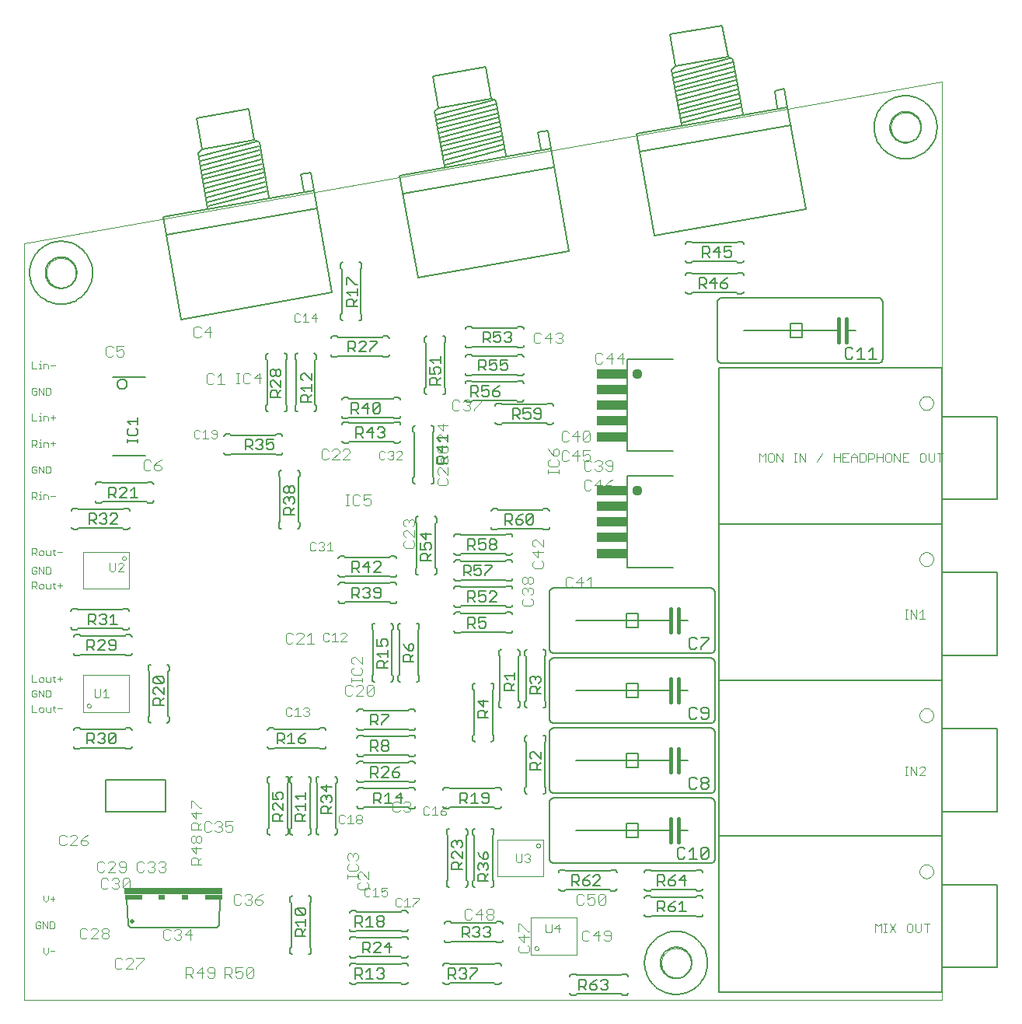
<source format=gto>
G75*
%MOIN*%
%OFA0B0*%
%FSLAX24Y24*%
%IPPOS*%
%LPD*%
%AMOC8*
5,1,8,0,0,1.08239X$1,22.5*
%
%ADD10C,0.0000*%
%ADD11C,0.0030*%
%ADD12C,0.0040*%
%ADD13C,0.0080*%
%ADD14C,0.0050*%
%ADD15C,0.0060*%
%ADD16C,0.0437*%
%ADD17R,0.1309X0.0384*%
%ADD18C,0.0039*%
%ADD19C,0.0160*%
%ADD20C,0.0200*%
%ADD21R,0.4200X0.0300*%
%ADD22R,0.0750X0.0200*%
%ADD23R,0.0300X0.0200*%
D10*
X000140Y000140D02*
X000140Y032569D01*
X039510Y039510D01*
X039510Y000140D01*
X000140Y000140D01*
X027463Y001715D02*
X027465Y001765D01*
X027471Y001815D01*
X027481Y001864D01*
X027495Y001912D01*
X027512Y001959D01*
X027533Y002004D01*
X027558Y002048D01*
X027586Y002089D01*
X027618Y002128D01*
X027652Y002165D01*
X027689Y002199D01*
X027729Y002229D01*
X027771Y002256D01*
X027815Y002280D01*
X027861Y002301D01*
X027908Y002317D01*
X027956Y002330D01*
X028006Y002339D01*
X028055Y002344D01*
X028106Y002345D01*
X028156Y002342D01*
X028205Y002335D01*
X028254Y002324D01*
X028302Y002309D01*
X028348Y002291D01*
X028393Y002269D01*
X028436Y002243D01*
X028477Y002214D01*
X028516Y002182D01*
X028552Y002147D01*
X028584Y002109D01*
X028614Y002069D01*
X028641Y002026D01*
X028664Y001982D01*
X028683Y001936D01*
X028699Y001888D01*
X028711Y001839D01*
X028719Y001790D01*
X028723Y001740D01*
X028723Y001690D01*
X028719Y001640D01*
X028711Y001591D01*
X028699Y001542D01*
X028683Y001494D01*
X028664Y001448D01*
X028641Y001404D01*
X028614Y001361D01*
X028584Y001321D01*
X028552Y001283D01*
X028516Y001248D01*
X028477Y001216D01*
X028436Y001187D01*
X028393Y001161D01*
X028348Y001139D01*
X028302Y001121D01*
X028254Y001106D01*
X028205Y001095D01*
X028156Y001088D01*
X028106Y001085D01*
X028055Y001086D01*
X028006Y001091D01*
X027956Y001100D01*
X027908Y001113D01*
X027861Y001129D01*
X027815Y001150D01*
X027771Y001174D01*
X027729Y001201D01*
X027689Y001231D01*
X027652Y001265D01*
X027618Y001302D01*
X027586Y001341D01*
X027558Y001382D01*
X027533Y001426D01*
X027512Y001471D01*
X027495Y001518D01*
X027481Y001566D01*
X027471Y001615D01*
X027465Y001665D01*
X027463Y001715D01*
X038534Y005636D02*
X038536Y005670D01*
X038542Y005704D01*
X038552Y005737D01*
X038565Y005768D01*
X038583Y005798D01*
X038603Y005826D01*
X038627Y005851D01*
X038653Y005873D01*
X038681Y005891D01*
X038712Y005907D01*
X038744Y005919D01*
X038778Y005927D01*
X038812Y005931D01*
X038846Y005931D01*
X038880Y005927D01*
X038914Y005919D01*
X038946Y005907D01*
X038976Y005891D01*
X039005Y005873D01*
X039031Y005851D01*
X039055Y005826D01*
X039075Y005798D01*
X039093Y005768D01*
X039106Y005737D01*
X039116Y005704D01*
X039122Y005670D01*
X039124Y005636D01*
X039122Y005602D01*
X039116Y005568D01*
X039106Y005535D01*
X039093Y005504D01*
X039075Y005474D01*
X039055Y005446D01*
X039031Y005421D01*
X039005Y005399D01*
X038977Y005381D01*
X038946Y005365D01*
X038914Y005353D01*
X038880Y005345D01*
X038846Y005341D01*
X038812Y005341D01*
X038778Y005345D01*
X038744Y005353D01*
X038712Y005365D01*
X038681Y005381D01*
X038653Y005399D01*
X038627Y005421D01*
X038603Y005446D01*
X038583Y005474D01*
X038565Y005504D01*
X038552Y005535D01*
X038542Y005568D01*
X038536Y005602D01*
X038534Y005636D01*
X038534Y012329D02*
X038536Y012363D01*
X038542Y012397D01*
X038552Y012430D01*
X038565Y012461D01*
X038583Y012491D01*
X038603Y012519D01*
X038627Y012544D01*
X038653Y012566D01*
X038681Y012584D01*
X038712Y012600D01*
X038744Y012612D01*
X038778Y012620D01*
X038812Y012624D01*
X038846Y012624D01*
X038880Y012620D01*
X038914Y012612D01*
X038946Y012600D01*
X038976Y012584D01*
X039005Y012566D01*
X039031Y012544D01*
X039055Y012519D01*
X039075Y012491D01*
X039093Y012461D01*
X039106Y012430D01*
X039116Y012397D01*
X039122Y012363D01*
X039124Y012329D01*
X039122Y012295D01*
X039116Y012261D01*
X039106Y012228D01*
X039093Y012197D01*
X039075Y012167D01*
X039055Y012139D01*
X039031Y012114D01*
X039005Y012092D01*
X038977Y012074D01*
X038946Y012058D01*
X038914Y012046D01*
X038880Y012038D01*
X038846Y012034D01*
X038812Y012034D01*
X038778Y012038D01*
X038744Y012046D01*
X038712Y012058D01*
X038681Y012074D01*
X038653Y012092D01*
X038627Y012114D01*
X038603Y012139D01*
X038583Y012167D01*
X038565Y012197D01*
X038552Y012228D01*
X038542Y012261D01*
X038536Y012295D01*
X038534Y012329D01*
X038534Y019022D02*
X038536Y019056D01*
X038542Y019090D01*
X038552Y019123D01*
X038565Y019154D01*
X038583Y019184D01*
X038603Y019212D01*
X038627Y019237D01*
X038653Y019259D01*
X038681Y019277D01*
X038712Y019293D01*
X038744Y019305D01*
X038778Y019313D01*
X038812Y019317D01*
X038846Y019317D01*
X038880Y019313D01*
X038914Y019305D01*
X038946Y019293D01*
X038976Y019277D01*
X039005Y019259D01*
X039031Y019237D01*
X039055Y019212D01*
X039075Y019184D01*
X039093Y019154D01*
X039106Y019123D01*
X039116Y019090D01*
X039122Y019056D01*
X039124Y019022D01*
X039122Y018988D01*
X039116Y018954D01*
X039106Y018921D01*
X039093Y018890D01*
X039075Y018860D01*
X039055Y018832D01*
X039031Y018807D01*
X039005Y018785D01*
X038977Y018767D01*
X038946Y018751D01*
X038914Y018739D01*
X038880Y018731D01*
X038846Y018727D01*
X038812Y018727D01*
X038778Y018731D01*
X038744Y018739D01*
X038712Y018751D01*
X038681Y018767D01*
X038653Y018785D01*
X038627Y018807D01*
X038603Y018832D01*
X038583Y018860D01*
X038565Y018890D01*
X038552Y018921D01*
X038542Y018954D01*
X038536Y018988D01*
X038534Y019022D01*
X038534Y025715D02*
X038536Y025749D01*
X038542Y025783D01*
X038552Y025816D01*
X038565Y025847D01*
X038583Y025877D01*
X038603Y025905D01*
X038627Y025930D01*
X038653Y025952D01*
X038681Y025970D01*
X038712Y025986D01*
X038744Y025998D01*
X038778Y026006D01*
X038812Y026010D01*
X038846Y026010D01*
X038880Y026006D01*
X038914Y025998D01*
X038946Y025986D01*
X038976Y025970D01*
X039005Y025952D01*
X039031Y025930D01*
X039055Y025905D01*
X039075Y025877D01*
X039093Y025847D01*
X039106Y025816D01*
X039116Y025783D01*
X039122Y025749D01*
X039124Y025715D01*
X039122Y025681D01*
X039116Y025647D01*
X039106Y025614D01*
X039093Y025583D01*
X039075Y025553D01*
X039055Y025525D01*
X039031Y025500D01*
X039005Y025478D01*
X038977Y025460D01*
X038946Y025444D01*
X038914Y025432D01*
X038880Y025424D01*
X038846Y025420D01*
X038812Y025420D01*
X038778Y025424D01*
X038744Y025432D01*
X038712Y025444D01*
X038681Y025460D01*
X038653Y025478D01*
X038627Y025500D01*
X038603Y025525D01*
X038583Y025553D01*
X038565Y025583D01*
X038552Y025614D01*
X038542Y025647D01*
X038536Y025681D01*
X038534Y025715D01*
X037305Y037542D02*
X037307Y037592D01*
X037313Y037642D01*
X037323Y037691D01*
X037337Y037739D01*
X037354Y037786D01*
X037375Y037831D01*
X037400Y037875D01*
X037428Y037916D01*
X037460Y037955D01*
X037494Y037992D01*
X037531Y038026D01*
X037571Y038056D01*
X037613Y038083D01*
X037657Y038107D01*
X037703Y038128D01*
X037750Y038144D01*
X037798Y038157D01*
X037848Y038166D01*
X037897Y038171D01*
X037948Y038172D01*
X037998Y038169D01*
X038047Y038162D01*
X038096Y038151D01*
X038144Y038136D01*
X038190Y038118D01*
X038235Y038096D01*
X038278Y038070D01*
X038319Y038041D01*
X038358Y038009D01*
X038394Y037974D01*
X038426Y037936D01*
X038456Y037896D01*
X038483Y037853D01*
X038506Y037809D01*
X038525Y037763D01*
X038541Y037715D01*
X038553Y037666D01*
X038561Y037617D01*
X038565Y037567D01*
X038565Y037517D01*
X038561Y037467D01*
X038553Y037418D01*
X038541Y037369D01*
X038525Y037321D01*
X038506Y037275D01*
X038483Y037231D01*
X038456Y037188D01*
X038426Y037148D01*
X038394Y037110D01*
X038358Y037075D01*
X038319Y037043D01*
X038278Y037014D01*
X038235Y036988D01*
X038190Y036966D01*
X038144Y036948D01*
X038096Y036933D01*
X038047Y036922D01*
X037998Y036915D01*
X037948Y036912D01*
X037897Y036913D01*
X037848Y036918D01*
X037798Y036927D01*
X037750Y036940D01*
X037703Y036956D01*
X037657Y036977D01*
X037613Y037001D01*
X037571Y037028D01*
X037531Y037058D01*
X037494Y037092D01*
X037460Y037129D01*
X037428Y037168D01*
X037400Y037209D01*
X037375Y037253D01*
X037354Y037298D01*
X037337Y037345D01*
X037323Y037393D01*
X037313Y037442D01*
X037307Y037492D01*
X037305Y037542D01*
X001085Y031302D02*
X001087Y031352D01*
X001093Y031402D01*
X001103Y031451D01*
X001117Y031499D01*
X001134Y031546D01*
X001155Y031591D01*
X001180Y031635D01*
X001208Y031676D01*
X001240Y031715D01*
X001274Y031752D01*
X001311Y031786D01*
X001351Y031816D01*
X001393Y031843D01*
X001437Y031867D01*
X001483Y031888D01*
X001530Y031904D01*
X001578Y031917D01*
X001628Y031926D01*
X001677Y031931D01*
X001728Y031932D01*
X001778Y031929D01*
X001827Y031922D01*
X001876Y031911D01*
X001924Y031896D01*
X001970Y031878D01*
X002015Y031856D01*
X002058Y031830D01*
X002099Y031801D01*
X002138Y031769D01*
X002174Y031734D01*
X002206Y031696D01*
X002236Y031656D01*
X002263Y031613D01*
X002286Y031569D01*
X002305Y031523D01*
X002321Y031475D01*
X002333Y031426D01*
X002341Y031377D01*
X002345Y031327D01*
X002345Y031277D01*
X002341Y031227D01*
X002333Y031178D01*
X002321Y031129D01*
X002305Y031081D01*
X002286Y031035D01*
X002263Y030991D01*
X002236Y030948D01*
X002206Y030908D01*
X002174Y030870D01*
X002138Y030835D01*
X002099Y030803D01*
X002058Y030774D01*
X002015Y030748D01*
X001970Y030726D01*
X001924Y030708D01*
X001876Y030693D01*
X001827Y030682D01*
X001778Y030675D01*
X001728Y030672D01*
X001677Y030673D01*
X001628Y030678D01*
X001578Y030687D01*
X001530Y030700D01*
X001483Y030716D01*
X001437Y030737D01*
X001393Y030761D01*
X001351Y030788D01*
X001311Y030818D01*
X001274Y030852D01*
X001240Y030889D01*
X001208Y030928D01*
X001180Y030969D01*
X001155Y031013D01*
X001134Y031058D01*
X001117Y031105D01*
X001103Y031153D01*
X001093Y031202D01*
X001087Y031252D01*
X001085Y031302D01*
D11*
X000818Y027534D02*
X000818Y027485D01*
X000818Y027388D02*
X000818Y027195D01*
X000770Y027195D02*
X000866Y027195D01*
X000966Y027195D02*
X000966Y027388D01*
X001111Y027388D01*
X001160Y027340D01*
X001160Y027195D01*
X001261Y027340D02*
X001454Y027340D01*
X000818Y027388D02*
X000770Y027388D01*
X000668Y027195D02*
X000475Y027195D01*
X000475Y027485D01*
X000523Y026365D02*
X000475Y026317D01*
X000475Y026123D01*
X000523Y026075D01*
X000620Y026075D01*
X000668Y026123D01*
X000668Y026220D01*
X000572Y026220D01*
X000668Y026317D02*
X000620Y026365D01*
X000523Y026365D01*
X000770Y026365D02*
X000963Y026075D01*
X000963Y026365D01*
X001064Y026365D02*
X001209Y026365D01*
X001258Y026317D01*
X001258Y026123D01*
X001209Y026075D01*
X001064Y026075D01*
X001064Y026365D01*
X000770Y026365D02*
X000770Y026075D01*
X000818Y025294D02*
X000818Y025245D01*
X000818Y025148D02*
X000818Y024955D01*
X000770Y024955D02*
X000866Y024955D01*
X000966Y024955D02*
X000966Y025148D01*
X001111Y025148D01*
X001160Y025100D01*
X001160Y024955D01*
X001261Y025100D02*
X001454Y025100D01*
X001357Y025197D02*
X001357Y025003D01*
X000818Y025148D02*
X000770Y025148D01*
X000668Y024955D02*
X000475Y024955D01*
X000475Y025245D01*
X000475Y024125D02*
X000620Y024125D01*
X000668Y024077D01*
X000668Y023980D01*
X000620Y023932D01*
X000475Y023932D01*
X000572Y023932D02*
X000668Y023835D01*
X000770Y023835D02*
X000866Y023835D01*
X000818Y023835D02*
X000818Y024028D01*
X000770Y024028D01*
X000818Y024125D02*
X000818Y024174D01*
X000966Y024028D02*
X001111Y024028D01*
X001160Y023980D01*
X001160Y023835D01*
X001261Y023980D02*
X001454Y023980D01*
X001357Y024077D02*
X001357Y023883D01*
X000966Y023835D02*
X000966Y024028D01*
X000475Y024125D02*
X000475Y023835D01*
X000523Y023005D02*
X000475Y022957D01*
X000475Y022763D01*
X000523Y022715D01*
X000620Y022715D01*
X000668Y022763D01*
X000668Y022860D01*
X000572Y022860D01*
X000668Y022957D02*
X000620Y023005D01*
X000523Y023005D01*
X000770Y023005D02*
X000963Y022715D01*
X000963Y023005D01*
X001064Y023005D02*
X001209Y023005D01*
X001258Y022957D01*
X001258Y022763D01*
X001209Y022715D01*
X001064Y022715D01*
X001064Y023005D01*
X000770Y023005D02*
X000770Y022715D01*
X000818Y021934D02*
X000818Y021885D01*
X000818Y021788D02*
X000818Y021595D01*
X000770Y021595D02*
X000866Y021595D01*
X000966Y021595D02*
X000966Y021788D01*
X001111Y021788D01*
X001160Y021740D01*
X001160Y021595D01*
X001261Y021740D02*
X001454Y021740D01*
X000818Y021788D02*
X000770Y021788D01*
X000668Y021740D02*
X000620Y021692D01*
X000475Y021692D01*
X000572Y021692D02*
X000668Y021595D01*
X000668Y021740D02*
X000668Y021837D01*
X000620Y021885D01*
X000475Y021885D01*
X000475Y021595D01*
X000475Y019485D02*
X000620Y019485D01*
X000668Y019437D01*
X000668Y019340D01*
X000620Y019292D01*
X000475Y019292D01*
X000572Y019292D02*
X000668Y019195D01*
X000770Y019243D02*
X000818Y019195D01*
X000915Y019195D01*
X000963Y019243D01*
X000963Y019340D01*
X000915Y019388D01*
X000818Y019388D01*
X000770Y019340D01*
X000770Y019243D01*
X001064Y019243D02*
X001113Y019195D01*
X001258Y019195D01*
X001258Y019388D01*
X001359Y019388D02*
X001456Y019388D01*
X001407Y019437D02*
X001407Y019243D01*
X001456Y019195D01*
X001555Y019340D02*
X001749Y019340D01*
X001064Y019388D02*
X001064Y019243D01*
X001064Y018685D02*
X001209Y018685D01*
X001258Y018637D01*
X001258Y018443D01*
X001209Y018395D01*
X001064Y018395D01*
X001064Y018685D01*
X000963Y018685D02*
X000963Y018395D01*
X000770Y018685D01*
X000770Y018395D01*
X000668Y018443D02*
X000668Y018540D01*
X000572Y018540D01*
X000668Y018443D02*
X000620Y018395D01*
X000523Y018395D01*
X000475Y018443D01*
X000475Y018637D01*
X000523Y018685D01*
X000620Y018685D01*
X000668Y018637D01*
X000620Y018045D02*
X000668Y017997D01*
X000668Y017900D01*
X000620Y017852D01*
X000475Y017852D01*
X000572Y017852D02*
X000668Y017755D01*
X000770Y017803D02*
X000818Y017755D01*
X000915Y017755D01*
X000963Y017803D01*
X000963Y017900D01*
X000915Y017948D01*
X000818Y017948D01*
X000770Y017900D01*
X000770Y017803D01*
X000620Y018045D02*
X000475Y018045D01*
X000475Y017755D01*
X001064Y017803D02*
X001064Y017948D01*
X001064Y017803D02*
X001113Y017755D01*
X001258Y017755D01*
X001258Y017948D01*
X001359Y017948D02*
X001456Y017948D01*
X001407Y017997D02*
X001407Y017803D01*
X001456Y017755D01*
X001555Y017900D02*
X001749Y017900D01*
X001652Y017997D02*
X001652Y017803D01*
X000475Y019195D02*
X000475Y019485D01*
X003794Y018868D02*
X003794Y018565D01*
X003855Y018504D01*
X003976Y018504D01*
X004037Y018565D01*
X004037Y018868D01*
X004156Y018807D02*
X004217Y018868D01*
X004338Y018868D01*
X004399Y018807D01*
X004399Y018747D01*
X004156Y018504D01*
X004399Y018504D01*
X000475Y014045D02*
X000475Y013755D01*
X000668Y013755D01*
X000770Y013803D02*
X000818Y013755D01*
X000915Y013755D01*
X000963Y013803D01*
X000963Y013900D01*
X000915Y013948D01*
X000818Y013948D01*
X000770Y013900D01*
X000770Y013803D01*
X001064Y013803D02*
X001113Y013755D01*
X001258Y013755D01*
X001258Y013948D01*
X001359Y013948D02*
X001456Y013948D01*
X001407Y013997D02*
X001407Y013803D01*
X001456Y013755D01*
X001555Y013900D02*
X001749Y013900D01*
X001652Y013997D02*
X001652Y013803D01*
X001064Y013803D02*
X001064Y013948D01*
X001064Y013405D02*
X001209Y013405D01*
X001258Y013357D01*
X001258Y013163D01*
X001209Y013115D01*
X001064Y013115D01*
X001064Y013405D01*
X000963Y013405D02*
X000963Y013115D01*
X000770Y013405D01*
X000770Y013115D01*
X000668Y013163D02*
X000620Y013115D01*
X000523Y013115D01*
X000475Y013163D01*
X000475Y013357D01*
X000523Y013405D01*
X000620Y013405D01*
X000668Y013357D01*
X000668Y013260D02*
X000572Y013260D01*
X000668Y013260D02*
X000668Y013163D01*
X000475Y012765D02*
X000475Y012475D01*
X000668Y012475D01*
X000770Y012523D02*
X000818Y012475D01*
X000915Y012475D01*
X000963Y012523D01*
X000963Y012620D01*
X000915Y012668D01*
X000818Y012668D01*
X000770Y012620D01*
X000770Y012523D01*
X001064Y012523D02*
X001113Y012475D01*
X001258Y012475D01*
X001258Y012668D01*
X001359Y012668D02*
X001456Y012668D01*
X001407Y012717D02*
X001407Y012523D01*
X001456Y012475D01*
X001555Y012620D02*
X001749Y012620D01*
X001064Y012668D02*
X001064Y012523D01*
X003151Y013153D02*
X003212Y013092D01*
X003333Y013092D01*
X003394Y013153D01*
X003394Y013456D01*
X003514Y013335D02*
X003635Y013456D01*
X003635Y013092D01*
X003514Y013092D02*
X003756Y013092D01*
X003151Y013153D02*
X003151Y013456D01*
X011365Y012608D02*
X011365Y012361D01*
X011427Y012299D01*
X011550Y012299D01*
X011612Y012361D01*
X011733Y012299D02*
X011980Y012299D01*
X011857Y012299D02*
X011857Y012669D01*
X011733Y012546D01*
X011612Y012608D02*
X011550Y012669D01*
X011427Y012669D01*
X011365Y012608D01*
X012102Y012608D02*
X012163Y012669D01*
X012287Y012669D01*
X012349Y012608D01*
X012349Y012546D01*
X012287Y012484D01*
X012349Y012423D01*
X012349Y012361D01*
X012287Y012299D01*
X012163Y012299D01*
X012102Y012361D01*
X012225Y012484D02*
X012287Y012484D01*
X013027Y015499D02*
X012965Y015561D01*
X012965Y015808D01*
X013027Y015869D01*
X013150Y015869D01*
X013212Y015808D01*
X013333Y015746D02*
X013457Y015869D01*
X013457Y015499D01*
X013580Y015499D02*
X013333Y015499D01*
X013212Y015561D02*
X013150Y015499D01*
X013027Y015499D01*
X013702Y015499D02*
X013949Y015746D01*
X013949Y015808D01*
X013887Y015869D01*
X013763Y015869D01*
X013702Y015808D01*
X013702Y015499D02*
X013949Y015499D01*
X013374Y019381D02*
X013127Y019381D01*
X013250Y019381D02*
X013250Y019751D01*
X013127Y019628D01*
X013005Y019628D02*
X012944Y019566D01*
X013005Y019504D01*
X013005Y019443D01*
X012944Y019381D01*
X012820Y019381D01*
X012758Y019443D01*
X012637Y019443D02*
X012575Y019381D01*
X012452Y019381D01*
X012390Y019443D01*
X012390Y019690D01*
X012452Y019751D01*
X012575Y019751D01*
X012637Y019690D01*
X012758Y019690D02*
X012820Y019751D01*
X012944Y019751D01*
X013005Y019690D01*
X013005Y019628D01*
X012944Y019566D02*
X012882Y019566D01*
X015422Y023291D02*
X015545Y023291D01*
X015607Y023353D01*
X015728Y023353D02*
X015790Y023291D01*
X015914Y023291D01*
X015975Y023353D01*
X015975Y023414D01*
X015914Y023476D01*
X015852Y023476D01*
X015914Y023476D02*
X015975Y023538D01*
X015975Y023600D01*
X015914Y023661D01*
X015790Y023661D01*
X015728Y023600D01*
X015607Y023600D02*
X015545Y023661D01*
X015422Y023661D01*
X015360Y023600D01*
X015360Y023353D01*
X015422Y023291D01*
X016097Y023291D02*
X016344Y023538D01*
X016344Y023600D01*
X016282Y023661D01*
X016158Y023661D01*
X016097Y023600D01*
X016097Y023291D02*
X016344Y023291D01*
X012641Y029180D02*
X012641Y029550D01*
X012456Y029365D01*
X012703Y029365D01*
X012334Y029180D02*
X012087Y029180D01*
X012211Y029180D02*
X012211Y029550D01*
X012087Y029426D01*
X011966Y029488D02*
X011904Y029550D01*
X011781Y029550D01*
X011719Y029488D01*
X011719Y029241D01*
X011781Y029180D01*
X011904Y029180D01*
X011966Y029241D01*
X008342Y024571D02*
X008218Y024571D01*
X008157Y024510D01*
X008157Y024448D01*
X008218Y024386D01*
X008404Y024386D01*
X008404Y024263D02*
X008404Y024510D01*
X008342Y024571D01*
X008404Y024263D02*
X008342Y024201D01*
X008218Y024201D01*
X008157Y024263D01*
X008035Y024201D02*
X007788Y024201D01*
X007912Y024201D02*
X007912Y024571D01*
X007788Y024448D01*
X007667Y024510D02*
X007605Y024571D01*
X007482Y024571D01*
X007420Y024510D01*
X007420Y024263D01*
X007482Y024201D01*
X007605Y024201D01*
X007667Y024263D01*
X017317Y008419D02*
X017255Y008358D01*
X017255Y008111D01*
X017317Y008049D01*
X017440Y008049D01*
X017502Y008111D01*
X017623Y008049D02*
X017870Y008049D01*
X017747Y008049D02*
X017747Y008419D01*
X017623Y008296D01*
X017502Y008358D02*
X017440Y008419D01*
X017317Y008419D01*
X017992Y008234D02*
X018177Y008234D01*
X018239Y008173D01*
X018239Y008111D01*
X018177Y008049D01*
X018053Y008049D01*
X017992Y008111D01*
X017992Y008234D01*
X018115Y008358D01*
X018239Y008419D01*
X021234Y006388D02*
X021234Y006085D01*
X021295Y006024D01*
X021416Y006024D01*
X021477Y006085D01*
X021477Y006388D01*
X021596Y006327D02*
X021657Y006388D01*
X021778Y006388D01*
X021839Y006327D01*
X021839Y006267D01*
X021778Y006206D01*
X021839Y006145D01*
X021839Y006085D01*
X021778Y006024D01*
X021657Y006024D01*
X021596Y006085D01*
X021718Y006206D02*
X021778Y006206D01*
X022511Y003376D02*
X022511Y003073D01*
X022572Y003012D01*
X022693Y003012D01*
X022754Y003073D01*
X022754Y003376D01*
X022874Y003194D02*
X023116Y003194D01*
X023056Y003012D02*
X023056Y003376D01*
X022874Y003194D01*
X017059Y004428D02*
X016812Y004181D01*
X016812Y004119D01*
X016690Y004119D02*
X016443Y004119D01*
X016567Y004119D02*
X016567Y004489D01*
X016443Y004366D01*
X016322Y004428D02*
X016260Y004489D01*
X016137Y004489D01*
X016075Y004428D01*
X016075Y004181D01*
X016137Y004119D01*
X016260Y004119D01*
X016322Y004181D01*
X015704Y004633D02*
X015642Y004571D01*
X015518Y004571D01*
X015457Y004633D01*
X015457Y004756D02*
X015580Y004818D01*
X015642Y004818D01*
X015704Y004756D01*
X015704Y004633D01*
X015457Y004756D02*
X015457Y004941D01*
X015704Y004941D01*
X015212Y004941D02*
X015212Y004571D01*
X015335Y004571D02*
X015088Y004571D01*
X014967Y004633D02*
X014905Y004571D01*
X014782Y004571D01*
X014720Y004633D01*
X014720Y004880D01*
X014782Y004941D01*
X014905Y004941D01*
X014967Y004880D01*
X015088Y004818D02*
X015212Y004941D01*
X016812Y004489D02*
X017059Y004489D01*
X017059Y004428D01*
X014562Y007691D02*
X014438Y007691D01*
X014377Y007753D01*
X014377Y007814D01*
X014438Y007876D01*
X014562Y007876D01*
X014624Y007814D01*
X014624Y007753D01*
X014562Y007691D01*
X014562Y007876D02*
X014624Y007938D01*
X014624Y008000D01*
X014562Y008061D01*
X014438Y008061D01*
X014377Y008000D01*
X014377Y007938D01*
X014438Y007876D01*
X014255Y007691D02*
X014008Y007691D01*
X014132Y007691D02*
X014132Y008061D01*
X014008Y007938D01*
X013887Y008000D02*
X013825Y008061D01*
X013702Y008061D01*
X013640Y008000D01*
X013640Y007753D01*
X013702Y007691D01*
X013825Y007691D01*
X013887Y007753D01*
X001443Y004460D02*
X001250Y004460D01*
X001148Y004412D02*
X001148Y004605D01*
X000955Y004605D02*
X000955Y004412D01*
X001052Y004315D01*
X001148Y004412D01*
X001346Y004363D02*
X001346Y004557D01*
X001369Y003485D02*
X001224Y003485D01*
X001224Y003195D01*
X001369Y003195D01*
X001418Y003243D01*
X001418Y003437D01*
X001369Y003485D01*
X001123Y003485D02*
X001123Y003195D01*
X000930Y003485D01*
X000930Y003195D01*
X000828Y003243D02*
X000828Y003340D01*
X000732Y003340D01*
X000828Y003243D02*
X000780Y003195D01*
X000683Y003195D01*
X000635Y003243D01*
X000635Y003437D01*
X000683Y003485D01*
X000780Y003485D01*
X000828Y003437D01*
X000955Y002365D02*
X000955Y002172D01*
X001052Y002075D01*
X001148Y002172D01*
X001148Y002365D01*
X001250Y002220D02*
X001443Y002220D01*
X031675Y023195D02*
X031675Y023565D01*
X031798Y023442D01*
X031922Y023565D01*
X031922Y023195D01*
X032043Y023257D02*
X032105Y023195D01*
X032228Y023195D01*
X032290Y023257D01*
X032290Y023504D01*
X032228Y023565D01*
X032105Y023565D01*
X032043Y023504D01*
X032043Y023257D01*
X032412Y023195D02*
X032412Y023565D01*
X032659Y023195D01*
X032659Y023565D01*
X033148Y023565D02*
X033272Y023565D01*
X033210Y023565D02*
X033210Y023195D01*
X033148Y023195D02*
X033272Y023195D01*
X033394Y023195D02*
X033394Y023565D01*
X033641Y023195D01*
X033641Y023565D01*
X034130Y023195D02*
X034377Y023565D01*
X034867Y023565D02*
X034867Y023195D01*
X034867Y023380D02*
X035114Y023380D01*
X035235Y023380D02*
X035359Y023380D01*
X035235Y023195D02*
X035482Y023195D01*
X035604Y023195D02*
X035604Y023442D01*
X035727Y023565D01*
X035851Y023442D01*
X035851Y023195D01*
X035972Y023195D02*
X036157Y023195D01*
X036219Y023257D01*
X036219Y023504D01*
X036157Y023565D01*
X035972Y023565D01*
X035972Y023195D01*
X035851Y023380D02*
X035604Y023380D01*
X035482Y023565D02*
X035235Y023565D01*
X035235Y023195D01*
X035114Y023195D02*
X035114Y023565D01*
X036340Y023565D02*
X036340Y023195D01*
X036340Y023318D02*
X036525Y023318D01*
X036587Y023380D01*
X036587Y023504D01*
X036525Y023565D01*
X036340Y023565D01*
X036709Y023565D02*
X036709Y023195D01*
X036709Y023380D02*
X036956Y023380D01*
X037077Y023257D02*
X037139Y023195D01*
X037262Y023195D01*
X037324Y023257D01*
X037324Y023504D01*
X037262Y023565D01*
X037139Y023565D01*
X037077Y023504D01*
X037077Y023257D01*
X036956Y023195D02*
X036956Y023565D01*
X037445Y023565D02*
X037692Y023195D01*
X037692Y023565D01*
X037814Y023565D02*
X037814Y023195D01*
X038060Y023195D01*
X037937Y023380D02*
X037814Y023380D01*
X037814Y023565D02*
X038060Y023565D01*
X038550Y023504D02*
X038550Y023257D01*
X038612Y023195D01*
X038735Y023195D01*
X038797Y023257D01*
X038797Y023504D01*
X038735Y023565D01*
X038612Y023565D01*
X038550Y023504D01*
X038919Y023565D02*
X038919Y023257D01*
X038980Y023195D01*
X039104Y023195D01*
X039165Y023257D01*
X039165Y023565D01*
X039287Y023565D02*
X039534Y023565D01*
X039410Y023565D02*
X039410Y023195D01*
X037445Y023195D02*
X037445Y023565D01*
X037915Y016845D02*
X038038Y016845D01*
X037977Y016845D02*
X037977Y016475D01*
X038038Y016475D02*
X037915Y016475D01*
X038161Y016475D02*
X038161Y016845D01*
X038407Y016475D01*
X038407Y016845D01*
X038529Y016722D02*
X038652Y016845D01*
X038652Y016475D01*
X038529Y016475D02*
X038776Y016475D01*
X038714Y010125D02*
X038591Y010125D01*
X038529Y010064D01*
X038407Y010125D02*
X038407Y009755D01*
X038161Y010125D01*
X038161Y009755D01*
X038038Y009755D02*
X037915Y009755D01*
X037977Y009755D02*
X037977Y010125D01*
X038038Y010125D02*
X037915Y010125D01*
X038529Y009755D02*
X038776Y010002D01*
X038776Y010064D01*
X038714Y010125D01*
X038776Y009755D02*
X038529Y009755D01*
X038601Y003405D02*
X038601Y003097D01*
X038539Y003035D01*
X038416Y003035D01*
X038354Y003097D01*
X038354Y003405D01*
X038232Y003344D02*
X038171Y003405D01*
X038047Y003405D01*
X037985Y003344D01*
X037985Y003097D01*
X038047Y003035D01*
X038171Y003035D01*
X038232Y003097D01*
X038232Y003344D01*
X038722Y003405D02*
X038969Y003405D01*
X038846Y003405D02*
X038846Y003035D01*
X037496Y003035D02*
X037249Y003405D01*
X037127Y003405D02*
X037003Y003405D01*
X037065Y003405D02*
X037065Y003035D01*
X037003Y003035D02*
X037127Y003035D01*
X037249Y003035D02*
X037496Y003405D01*
X036882Y003405D02*
X036882Y003035D01*
X036635Y003035D02*
X036635Y003405D01*
X036758Y003282D01*
X036882Y003405D01*
D12*
X025298Y003034D02*
X025298Y002727D01*
X025221Y002650D01*
X025068Y002650D01*
X024991Y002727D01*
X025068Y002880D02*
X025298Y002880D01*
X025298Y003034D02*
X025221Y003110D01*
X025068Y003110D01*
X024991Y003034D01*
X024991Y002957D01*
X025068Y002880D01*
X024837Y002880D02*
X024530Y002880D01*
X024761Y003110D01*
X024761Y002650D01*
X024377Y002727D02*
X024300Y002650D01*
X024147Y002650D01*
X024070Y002727D01*
X024070Y003034D01*
X024147Y003110D01*
X024300Y003110D01*
X024377Y003034D01*
X024366Y004210D02*
X024289Y004287D01*
X024366Y004210D02*
X024519Y004210D01*
X024596Y004287D01*
X024596Y004440D01*
X024519Y004517D01*
X024443Y004517D01*
X024289Y004440D01*
X024289Y004670D01*
X024596Y004670D01*
X024750Y004594D02*
X024826Y004670D01*
X024980Y004670D01*
X025057Y004594D01*
X024750Y004287D01*
X024826Y004210D01*
X024980Y004210D01*
X025057Y004287D01*
X025057Y004594D01*
X024750Y004594D02*
X024750Y004287D01*
X024136Y004287D02*
X024059Y004210D01*
X023906Y004210D01*
X023829Y004287D01*
X023829Y004594D01*
X023906Y004670D01*
X024059Y004670D01*
X024136Y004594D01*
X021790Y003071D02*
X021713Y003071D01*
X021406Y003378D01*
X021330Y003378D01*
X021330Y003071D01*
X021330Y002841D02*
X021560Y002610D01*
X021560Y002917D01*
X021790Y002841D02*
X021330Y002841D01*
X021406Y002457D02*
X021330Y002380D01*
X021330Y002227D01*
X021406Y002150D01*
X021713Y002150D01*
X021790Y002227D01*
X021790Y002380D01*
X021713Y002457D01*
X020257Y003647D02*
X020180Y003570D01*
X020026Y003570D01*
X019950Y003647D01*
X019950Y003723D01*
X020026Y003800D01*
X020180Y003800D01*
X020257Y003723D01*
X020257Y003647D01*
X020180Y003800D02*
X020257Y003877D01*
X020257Y003954D01*
X020180Y004030D01*
X020026Y004030D01*
X019950Y003954D01*
X019950Y003877D01*
X020026Y003800D01*
X019796Y003800D02*
X019489Y003800D01*
X019719Y004030D01*
X019719Y003570D01*
X019336Y003647D02*
X019259Y003570D01*
X019106Y003570D01*
X019029Y003647D01*
X019029Y003954D01*
X019106Y004030D01*
X019259Y004030D01*
X019336Y003954D01*
X016631Y008180D02*
X016477Y008180D01*
X016400Y008257D01*
X016247Y008257D02*
X016170Y008180D01*
X016017Y008180D01*
X015940Y008257D01*
X015940Y008564D01*
X016017Y008640D01*
X016170Y008640D01*
X016247Y008564D01*
X016400Y008564D02*
X016477Y008640D01*
X016631Y008640D01*
X016707Y008564D01*
X016707Y008487D01*
X016631Y008410D01*
X016707Y008333D01*
X016707Y008257D01*
X016631Y008180D01*
X016631Y008410D02*
X016554Y008410D01*
X014450Y006338D02*
X014450Y006184D01*
X014373Y006107D01*
X014373Y005954D02*
X014450Y005877D01*
X014450Y005724D01*
X014373Y005647D01*
X014066Y005647D01*
X013990Y005724D01*
X013990Y005877D01*
X014066Y005954D01*
X014066Y006107D02*
X013990Y006184D01*
X013990Y006338D01*
X014066Y006414D01*
X014143Y006414D01*
X014220Y006338D01*
X014297Y006414D01*
X014373Y006414D01*
X014450Y006338D01*
X014220Y006338D02*
X014220Y006261D01*
X014516Y005617D02*
X014440Y005540D01*
X014440Y005386D01*
X014516Y005310D01*
X014450Y005340D02*
X014450Y005493D01*
X014450Y005417D02*
X013990Y005417D01*
X013990Y005493D02*
X013990Y005340D01*
X014440Y005079D02*
X014440Y004926D01*
X014516Y004849D01*
X014823Y004849D01*
X014900Y004926D01*
X014900Y005079D01*
X014823Y005156D01*
X014900Y005310D02*
X014593Y005617D01*
X014516Y005617D01*
X014900Y005617D02*
X014900Y005310D01*
X014516Y005156D02*
X014440Y005079D01*
X010351Y004666D02*
X010197Y004589D01*
X010044Y004436D01*
X010274Y004436D01*
X010351Y004359D01*
X010351Y004282D01*
X010274Y004206D01*
X010121Y004206D01*
X010044Y004282D01*
X010044Y004436D01*
X009890Y004512D02*
X009814Y004436D01*
X009890Y004359D01*
X009890Y004282D01*
X009814Y004206D01*
X009660Y004206D01*
X009583Y004282D01*
X009430Y004282D02*
X009353Y004206D01*
X009200Y004206D01*
X009123Y004282D01*
X009123Y004589D01*
X009200Y004666D01*
X009353Y004666D01*
X009430Y004589D01*
X009583Y004589D02*
X009660Y004666D01*
X009814Y004666D01*
X009890Y004589D01*
X009890Y004512D01*
X009814Y004436D02*
X009737Y004436D01*
X007740Y005930D02*
X007280Y005930D01*
X007280Y006160D01*
X007356Y006237D01*
X007510Y006237D01*
X007587Y006160D01*
X007587Y005930D01*
X007587Y006083D02*
X007740Y006237D01*
X007510Y006390D02*
X007510Y006697D01*
X007587Y006851D02*
X007510Y006928D01*
X007510Y007081D01*
X007587Y007158D01*
X007663Y007158D01*
X007740Y007081D01*
X007740Y006928D01*
X007663Y006851D01*
X007587Y006851D01*
X007510Y006928D02*
X007433Y006851D01*
X007356Y006851D01*
X007280Y006928D01*
X007280Y007081D01*
X007356Y007158D01*
X007433Y007158D01*
X007510Y007081D01*
X007587Y007430D02*
X007587Y007660D01*
X007510Y007737D01*
X007356Y007737D01*
X007280Y007660D01*
X007280Y007430D01*
X007740Y007430D01*
X007846Y007401D02*
X007923Y007324D01*
X008076Y007324D01*
X008153Y007401D01*
X008306Y007401D02*
X008383Y007324D01*
X008536Y007324D01*
X008613Y007401D01*
X008613Y007478D01*
X008536Y007555D01*
X008460Y007555D01*
X008536Y007555D02*
X008613Y007631D01*
X008613Y007708D01*
X008536Y007785D01*
X008383Y007785D01*
X008306Y007708D01*
X008153Y007708D02*
X008076Y007785D01*
X007923Y007785D01*
X007846Y007708D01*
X007846Y007401D01*
X007587Y007583D02*
X007740Y007737D01*
X007510Y007890D02*
X007510Y008197D01*
X007663Y008351D02*
X007356Y008658D01*
X007280Y008658D01*
X007280Y008351D01*
X007280Y008121D02*
X007510Y007890D01*
X007740Y008121D02*
X007280Y008121D01*
X007663Y008351D02*
X007740Y008351D01*
X008767Y007785D02*
X008767Y007555D01*
X008920Y007631D01*
X008997Y007631D01*
X009074Y007555D01*
X009074Y007401D01*
X008997Y007324D01*
X008843Y007324D01*
X008767Y007401D01*
X008767Y007785D02*
X009074Y007785D01*
X007740Y006621D02*
X007280Y006621D01*
X007510Y006390D01*
X006198Y005994D02*
X006198Y005917D01*
X006121Y005840D01*
X006198Y005763D01*
X006198Y005687D01*
X006121Y005610D01*
X005968Y005610D01*
X005891Y005687D01*
X005737Y005687D02*
X005661Y005610D01*
X005507Y005610D01*
X005430Y005687D01*
X005277Y005687D02*
X005200Y005610D01*
X005047Y005610D01*
X004970Y005687D01*
X004970Y005994D01*
X005047Y006070D01*
X005200Y006070D01*
X005277Y005994D01*
X005430Y005994D02*
X005507Y006070D01*
X005661Y006070D01*
X005737Y005994D01*
X005737Y005917D01*
X005661Y005840D01*
X005737Y005763D01*
X005737Y005687D01*
X005661Y005840D02*
X005584Y005840D01*
X005891Y005994D02*
X005968Y006070D01*
X006121Y006070D01*
X006198Y005994D01*
X006121Y005840D02*
X006044Y005840D01*
X004658Y005274D02*
X004658Y004967D01*
X004581Y004890D01*
X004428Y004890D01*
X004351Y004967D01*
X004658Y005274D01*
X004581Y005350D01*
X004428Y005350D01*
X004351Y005274D01*
X004351Y004967D01*
X004197Y004967D02*
X004121Y004890D01*
X003967Y004890D01*
X003890Y004967D01*
X003737Y004967D02*
X003660Y004890D01*
X003507Y004890D01*
X003430Y004967D01*
X003430Y005274D01*
X003507Y005350D01*
X003660Y005350D01*
X003737Y005274D01*
X003890Y005274D02*
X003967Y005350D01*
X004121Y005350D01*
X004197Y005274D01*
X004197Y005197D01*
X004121Y005120D01*
X004197Y005043D01*
X004197Y004967D01*
X004121Y005120D02*
X004044Y005120D01*
X004037Y005610D02*
X003730Y005610D01*
X004037Y005917D01*
X004037Y005994D01*
X003961Y006070D01*
X003807Y006070D01*
X003730Y005994D01*
X003577Y005994D02*
X003500Y006070D01*
X003347Y006070D01*
X003270Y005994D01*
X003270Y005687D01*
X003347Y005610D01*
X003500Y005610D01*
X003577Y005687D01*
X004191Y005687D02*
X004268Y005610D01*
X004421Y005610D01*
X004498Y005687D01*
X004498Y005994D01*
X004421Y006070D01*
X004268Y006070D01*
X004191Y005994D01*
X004191Y005917D01*
X004268Y005840D01*
X004498Y005840D01*
X002871Y006822D02*
X002794Y006746D01*
X002641Y006746D01*
X002564Y006822D01*
X002564Y006976D01*
X002794Y006976D01*
X002871Y006899D01*
X002871Y006822D01*
X002717Y007129D02*
X002564Y006976D01*
X002410Y007052D02*
X002103Y006746D01*
X002410Y006746D01*
X002410Y007052D02*
X002410Y007129D01*
X002334Y007206D01*
X002180Y007206D01*
X002103Y007129D01*
X001950Y007129D02*
X001873Y007206D01*
X001720Y007206D01*
X001643Y007129D01*
X001643Y006822D01*
X001720Y006746D01*
X001873Y006746D01*
X001950Y006822D01*
X002717Y007129D02*
X002871Y007206D01*
X002759Y003210D02*
X002606Y003210D01*
X002529Y003134D01*
X002529Y002827D01*
X002606Y002750D01*
X002759Y002750D01*
X002836Y002827D01*
X002989Y002750D02*
X003296Y003057D01*
X003296Y003134D01*
X003219Y003210D01*
X003066Y003210D01*
X002989Y003134D01*
X002836Y003134D02*
X002759Y003210D01*
X002989Y002750D02*
X003296Y002750D01*
X003450Y002827D02*
X003450Y002903D01*
X003526Y002980D01*
X003680Y002980D01*
X003757Y002903D01*
X003757Y002827D01*
X003680Y002750D01*
X003526Y002750D01*
X003450Y002827D01*
X003526Y002980D02*
X003450Y003057D01*
X003450Y003134D01*
X003526Y003210D01*
X003680Y003210D01*
X003757Y003134D01*
X003757Y003057D01*
X003680Y002980D01*
X004100Y001926D02*
X004023Y001849D01*
X004023Y001542D01*
X004100Y001466D01*
X004253Y001466D01*
X004330Y001542D01*
X004483Y001466D02*
X004790Y001772D01*
X004790Y001849D01*
X004714Y001926D01*
X004560Y001926D01*
X004483Y001849D01*
X004330Y001849D02*
X004253Y001926D01*
X004100Y001926D01*
X004483Y001466D02*
X004790Y001466D01*
X004944Y001466D02*
X004944Y001542D01*
X005251Y001849D01*
X005251Y001926D01*
X004944Y001926D01*
X006109Y002787D02*
X006109Y003094D01*
X006186Y003170D01*
X006339Y003170D01*
X006416Y003094D01*
X006569Y003094D02*
X006646Y003170D01*
X006799Y003170D01*
X006876Y003094D01*
X006876Y003017D01*
X006799Y002940D01*
X006876Y002863D01*
X006876Y002787D01*
X006799Y002710D01*
X006646Y002710D01*
X006569Y002787D01*
X006416Y002787D02*
X006339Y002710D01*
X006186Y002710D01*
X006109Y002787D01*
X006723Y002940D02*
X006799Y002940D01*
X007030Y002940D02*
X007337Y002940D01*
X007260Y002710D02*
X007260Y003170D01*
X007030Y002940D01*
X007069Y001530D02*
X007299Y001530D01*
X007376Y001454D01*
X007376Y001300D01*
X007299Y001223D01*
X007069Y001223D01*
X007069Y001070D02*
X007069Y001530D01*
X007222Y001223D02*
X007376Y001070D01*
X007529Y001300D02*
X007836Y001300D01*
X007990Y001377D02*
X008066Y001300D01*
X008297Y001300D01*
X008297Y001147D02*
X008297Y001454D01*
X008220Y001530D01*
X008066Y001530D01*
X007990Y001454D01*
X007990Y001377D01*
X007990Y001147D02*
X008066Y001070D01*
X008220Y001070D01*
X008297Y001147D01*
X008729Y001223D02*
X008959Y001223D01*
X009036Y001300D01*
X009036Y001454D01*
X008959Y001530D01*
X008729Y001530D01*
X008729Y001070D01*
X008882Y001223D02*
X009036Y001070D01*
X009189Y001147D02*
X009266Y001070D01*
X009419Y001070D01*
X009496Y001147D01*
X009496Y001300D01*
X009419Y001377D01*
X009343Y001377D01*
X009189Y001300D01*
X009189Y001530D01*
X009496Y001530D01*
X009650Y001454D02*
X009726Y001530D01*
X009880Y001530D01*
X009957Y001454D01*
X009650Y001147D01*
X009726Y001070D01*
X009880Y001070D01*
X009957Y001147D01*
X009957Y001454D01*
X009650Y001454D02*
X009650Y001147D01*
X007759Y001070D02*
X007759Y001530D01*
X007529Y001300D01*
X013986Y013170D02*
X014139Y013170D01*
X014216Y013247D01*
X014369Y013170D02*
X014676Y013477D01*
X014676Y013554D01*
X014599Y013630D01*
X014446Y013630D01*
X014369Y013554D01*
X014216Y013554D02*
X014139Y013630D01*
X013986Y013630D01*
X013909Y013554D01*
X013909Y013247D01*
X013986Y013170D01*
X014369Y013170D02*
X014676Y013170D01*
X014830Y013247D02*
X015137Y013554D01*
X015137Y013247D01*
X015060Y013170D01*
X014906Y013170D01*
X014830Y013247D01*
X014830Y013554D01*
X014906Y013630D01*
X015060Y013630D01*
X015137Y013554D01*
X014630Y013762D02*
X014630Y013916D01*
X014630Y013839D02*
X014170Y013839D01*
X014170Y013762D02*
X014170Y013916D01*
X014246Y014069D02*
X014553Y014069D01*
X014630Y014146D01*
X014630Y014299D01*
X014553Y014376D01*
X014630Y014530D02*
X014323Y014837D01*
X014246Y014837D01*
X014170Y014760D01*
X014170Y014606D01*
X014246Y014530D01*
X014246Y014376D02*
X014170Y014299D01*
X014170Y014146D01*
X014246Y014069D01*
X014630Y014530D02*
X014630Y014837D01*
X012577Y015410D02*
X012270Y015410D01*
X012423Y015410D02*
X012423Y015870D01*
X012270Y015717D01*
X012116Y015717D02*
X011809Y015410D01*
X012116Y015410D01*
X012116Y015717D02*
X012116Y015794D01*
X012039Y015870D01*
X011886Y015870D01*
X011809Y015794D01*
X011656Y015794D02*
X011579Y015870D01*
X011426Y015870D01*
X011349Y015794D01*
X011349Y015487D01*
X011426Y015410D01*
X011579Y015410D01*
X011656Y015487D01*
X016410Y019586D02*
X016486Y019509D01*
X016793Y019509D01*
X016870Y019586D01*
X016870Y019739D01*
X016793Y019816D01*
X016870Y019969D02*
X016563Y020276D01*
X016486Y020276D01*
X016410Y020199D01*
X016410Y020046D01*
X016486Y019969D01*
X016486Y019816D02*
X016410Y019739D01*
X016410Y019586D01*
X016870Y019969D02*
X016870Y020276D01*
X016793Y020430D02*
X016870Y020506D01*
X016870Y020660D01*
X016793Y020737D01*
X016717Y020737D01*
X016640Y020660D01*
X016640Y020583D01*
X016640Y020660D02*
X016563Y020737D01*
X016486Y020737D01*
X016410Y020660D01*
X016410Y020506D01*
X016486Y020430D01*
X014997Y021407D02*
X014920Y021330D01*
X014766Y021330D01*
X014690Y021407D01*
X014690Y021560D02*
X014843Y021637D01*
X014920Y021637D01*
X014997Y021560D01*
X014997Y021407D01*
X014690Y021560D02*
X014690Y021790D01*
X014997Y021790D01*
X014536Y021714D02*
X014459Y021790D01*
X014306Y021790D01*
X014229Y021714D01*
X014229Y021407D01*
X014306Y021330D01*
X014459Y021330D01*
X014536Y021407D01*
X014076Y021330D02*
X013922Y021330D01*
X013999Y021330D02*
X013999Y021790D01*
X013922Y021790D02*
X014076Y021790D01*
X014108Y023290D02*
X013801Y023290D01*
X014108Y023597D01*
X014108Y023674D01*
X014031Y023750D01*
X013878Y023750D01*
X013801Y023674D01*
X013647Y023674D02*
X013571Y023750D01*
X013417Y023750D01*
X013340Y023674D01*
X013187Y023674D02*
X013110Y023750D01*
X012957Y023750D01*
X012880Y023674D01*
X012880Y023367D01*
X012957Y023290D01*
X013110Y023290D01*
X013187Y023367D01*
X013340Y023290D02*
X013647Y023597D01*
X013647Y023674D01*
X013647Y023290D02*
X013340Y023290D01*
X010220Y026550D02*
X010220Y027010D01*
X009990Y026780D01*
X010297Y026780D01*
X009836Y026627D02*
X009759Y026550D01*
X009606Y026550D01*
X009529Y026627D01*
X009529Y026934D01*
X009606Y027010D01*
X009759Y027010D01*
X009836Y026934D01*
X009376Y027010D02*
X009222Y027010D01*
X009299Y027010D02*
X009299Y026550D01*
X009222Y026550D02*
X009376Y026550D01*
X008727Y026530D02*
X008420Y026530D01*
X008574Y026530D02*
X008574Y026990D01*
X008420Y026837D01*
X008267Y026914D02*
X008190Y026990D01*
X008037Y026990D01*
X007960Y026914D01*
X007960Y026607D01*
X008037Y026530D01*
X008190Y026530D01*
X008267Y026607D01*
X008100Y028530D02*
X008100Y028990D01*
X007870Y028760D01*
X008177Y028760D01*
X007716Y028607D02*
X007639Y028530D01*
X007486Y028530D01*
X007409Y028607D01*
X007409Y028914D01*
X007486Y028990D01*
X007639Y028990D01*
X007716Y028914D01*
X004407Y028170D02*
X004100Y028170D01*
X004100Y027940D01*
X004253Y028017D01*
X004330Y028017D01*
X004407Y027940D01*
X004407Y027787D01*
X004330Y027710D01*
X004176Y027710D01*
X004100Y027787D01*
X003946Y027787D02*
X003869Y027710D01*
X003716Y027710D01*
X003639Y027787D01*
X003639Y028094D01*
X003716Y028170D01*
X003869Y028170D01*
X003946Y028094D01*
X005327Y023280D02*
X005250Y023204D01*
X005250Y022897D01*
X005327Y022820D01*
X005480Y022820D01*
X005557Y022897D01*
X005710Y022897D02*
X005787Y022820D01*
X005941Y022820D01*
X006017Y022897D01*
X006017Y022973D01*
X005941Y023050D01*
X005710Y023050D01*
X005710Y022897D01*
X005710Y023050D02*
X005864Y023204D01*
X006017Y023280D01*
X005557Y023204D02*
X005480Y023280D01*
X005327Y023280D01*
X017850Y023408D02*
X017850Y023101D01*
X018080Y023101D01*
X018003Y023254D01*
X018003Y023331D01*
X018080Y023408D01*
X018233Y023408D01*
X018310Y023331D01*
X018310Y023178D01*
X018233Y023101D01*
X018310Y022947D02*
X018310Y022640D01*
X018003Y022947D01*
X017926Y022947D01*
X017850Y022871D01*
X017850Y022717D01*
X017926Y022640D01*
X017926Y022487D02*
X017850Y022410D01*
X017850Y022257D01*
X017926Y022180D01*
X018233Y022180D01*
X018310Y022257D01*
X018310Y022410D01*
X018233Y022487D01*
X018233Y023600D02*
X017926Y023600D01*
X017850Y023677D01*
X017850Y023830D01*
X017926Y023907D01*
X017926Y024060D02*
X017850Y024137D01*
X017850Y024291D01*
X017926Y024367D01*
X018003Y024367D01*
X018310Y024060D01*
X018310Y024367D01*
X018080Y024521D02*
X018080Y024828D01*
X018310Y024751D02*
X017850Y024751D01*
X018080Y024521D01*
X018233Y023907D02*
X018310Y023830D01*
X018310Y023677D01*
X018233Y023600D01*
X018577Y025390D02*
X018730Y025390D01*
X018807Y025467D01*
X018960Y025467D02*
X019037Y025390D01*
X019191Y025390D01*
X019267Y025467D01*
X019267Y025543D01*
X019191Y025620D01*
X019114Y025620D01*
X019191Y025620D02*
X019267Y025697D01*
X019267Y025774D01*
X019191Y025850D01*
X019037Y025850D01*
X018960Y025774D01*
X018807Y025774D02*
X018730Y025850D01*
X018577Y025850D01*
X018500Y025774D01*
X018500Y025467D01*
X018577Y025390D01*
X019421Y025390D02*
X019421Y025467D01*
X019728Y025774D01*
X019728Y025850D01*
X019421Y025850D01*
X021999Y028357D02*
X022076Y028280D01*
X022229Y028280D01*
X022306Y028357D01*
X022459Y028510D02*
X022766Y028510D01*
X022920Y028357D02*
X022996Y028280D01*
X023150Y028280D01*
X023227Y028357D01*
X023227Y028433D01*
X023150Y028510D01*
X023073Y028510D01*
X023150Y028510D02*
X023227Y028587D01*
X023227Y028664D01*
X023150Y028740D01*
X022996Y028740D01*
X022920Y028664D01*
X022689Y028740D02*
X022459Y028510D01*
X022306Y028664D02*
X022229Y028740D01*
X022076Y028740D01*
X021999Y028664D01*
X021999Y028357D01*
X022689Y028280D02*
X022689Y028740D01*
X024629Y027794D02*
X024629Y027487D01*
X024706Y027410D01*
X024859Y027410D01*
X024936Y027487D01*
X025089Y027640D02*
X025396Y027640D01*
X025550Y027640D02*
X025857Y027640D01*
X025780Y027410D02*
X025780Y027870D01*
X025550Y027640D01*
X025319Y027410D02*
X025319Y027870D01*
X025089Y027640D01*
X024936Y027794D02*
X024859Y027870D01*
X024706Y027870D01*
X024629Y027794D01*
X024331Y024520D02*
X024408Y024444D01*
X024101Y024137D01*
X024178Y024060D01*
X024331Y024060D01*
X024408Y024137D01*
X024408Y024444D01*
X024331Y024520D02*
X024178Y024520D01*
X024101Y024444D01*
X024101Y024137D01*
X023947Y024290D02*
X023640Y024290D01*
X023871Y024520D01*
X023871Y024060D01*
X023871Y023680D02*
X023640Y023450D01*
X023947Y023450D01*
X024101Y023450D02*
X024254Y023527D01*
X024331Y023527D01*
X024408Y023450D01*
X024408Y023297D01*
X024331Y023220D01*
X024178Y023220D01*
X024101Y023297D01*
X024149Y023194D02*
X024149Y022887D01*
X024226Y022810D01*
X024379Y022810D01*
X024456Y022887D01*
X024609Y022887D02*
X024686Y022810D01*
X024839Y022810D01*
X024916Y022887D01*
X024916Y022963D01*
X024839Y023040D01*
X024763Y023040D01*
X024839Y023040D02*
X024916Y023117D01*
X024916Y023194D01*
X024839Y023270D01*
X024686Y023270D01*
X024609Y023194D01*
X024456Y023194D02*
X024379Y023270D01*
X024226Y023270D01*
X024149Y023194D01*
X024101Y023450D02*
X024101Y023680D01*
X024408Y023680D01*
X025070Y023194D02*
X025070Y023117D01*
X025146Y023040D01*
X025377Y023040D01*
X025377Y022887D02*
X025377Y023194D01*
X025300Y023270D01*
X025146Y023270D01*
X025070Y023194D01*
X025070Y022887D02*
X025146Y022810D01*
X025300Y022810D01*
X025377Y022887D01*
X025377Y022430D02*
X025223Y022354D01*
X025070Y022200D01*
X025300Y022200D01*
X025377Y022123D01*
X025377Y022047D01*
X025300Y021970D01*
X025146Y021970D01*
X025070Y022047D01*
X025070Y022200D01*
X024916Y022200D02*
X024609Y022200D01*
X024839Y022430D01*
X024839Y021970D01*
X024456Y022047D02*
X024379Y021970D01*
X024226Y021970D01*
X024149Y022047D01*
X024149Y022354D01*
X024226Y022430D01*
X024379Y022430D01*
X024456Y022354D01*
X023871Y023220D02*
X023871Y023680D01*
X023487Y023604D02*
X023410Y023680D01*
X023257Y023680D01*
X023180Y023604D01*
X023180Y023297D01*
X023257Y023220D01*
X023410Y023220D01*
X023487Y023297D01*
X023070Y023229D02*
X022993Y023306D01*
X023070Y023229D02*
X023070Y023076D01*
X022993Y022999D01*
X022686Y022999D01*
X022610Y023076D01*
X022610Y023229D01*
X022686Y023306D01*
X022840Y023460D02*
X022840Y023690D01*
X022917Y023767D01*
X022993Y023767D01*
X023070Y023690D01*
X023070Y023536D01*
X022993Y023460D01*
X022840Y023460D01*
X022686Y023613D01*
X022610Y023767D01*
X023180Y024137D02*
X023257Y024060D01*
X023410Y024060D01*
X023487Y024137D01*
X023487Y024444D02*
X023410Y024520D01*
X023257Y024520D01*
X023180Y024444D01*
X023180Y024137D01*
X023070Y022846D02*
X023070Y022692D01*
X023070Y022769D02*
X022610Y022769D01*
X022610Y022692D02*
X022610Y022846D01*
X022400Y019867D02*
X022400Y019560D01*
X022093Y019867D01*
X022016Y019867D01*
X021940Y019790D01*
X021940Y019636D01*
X022016Y019560D01*
X022170Y019406D02*
X022170Y019099D01*
X021940Y019329D01*
X022400Y019329D01*
X022323Y018946D02*
X022400Y018869D01*
X022400Y018716D01*
X022323Y018639D01*
X022016Y018639D01*
X021940Y018716D01*
X021940Y018869D01*
X022016Y018946D01*
X021873Y018258D02*
X021797Y018258D01*
X021720Y018181D01*
X021720Y018028D01*
X021643Y017951D01*
X021566Y017951D01*
X021490Y018028D01*
X021490Y018181D01*
X021566Y018258D01*
X021643Y018258D01*
X021720Y018181D01*
X021720Y018028D02*
X021797Y017951D01*
X021873Y017951D01*
X021950Y018028D01*
X021950Y018181D01*
X021873Y018258D01*
X021873Y017797D02*
X021797Y017797D01*
X021720Y017721D01*
X021720Y017644D01*
X021720Y017721D02*
X021643Y017797D01*
X021566Y017797D01*
X021490Y017721D01*
X021490Y017567D01*
X021566Y017490D01*
X021566Y017337D02*
X021490Y017260D01*
X021490Y017107D01*
X021566Y017030D01*
X021873Y017030D01*
X021950Y017107D01*
X021950Y017260D01*
X021873Y017337D01*
X021873Y017490D02*
X021950Y017567D01*
X021950Y017721D01*
X021873Y017797D01*
X023349Y017887D02*
X023426Y017810D01*
X023579Y017810D01*
X023656Y017887D01*
X023809Y018040D02*
X024116Y018040D01*
X024270Y018117D02*
X024423Y018270D01*
X024423Y017810D01*
X024270Y017810D02*
X024577Y017810D01*
X024039Y017810D02*
X024039Y018270D01*
X023809Y018040D01*
X023656Y018194D02*
X023579Y018270D01*
X023426Y018270D01*
X023349Y018194D01*
X023349Y017887D01*
D13*
X025987Y018661D02*
X027965Y018661D01*
X025987Y018661D02*
X025987Y022579D01*
X027965Y022579D01*
X027965Y023661D02*
X025987Y023661D01*
X025987Y027579D01*
X027965Y027579D01*
X023490Y032237D02*
X017016Y031095D01*
X016243Y035477D01*
X022718Y036618D01*
X023490Y032237D01*
X022855Y035843D02*
X016380Y034701D01*
X018155Y035854D02*
X017738Y038219D01*
X017912Y038369D01*
X020160Y038766D01*
X020375Y038684D01*
X020792Y036319D01*
X020704Y036593D02*
X018180Y035938D01*
X018146Y036132D02*
X020669Y036787D01*
X020635Y036981D02*
X018112Y036326D01*
X018078Y036520D02*
X020601Y037175D01*
X020567Y037368D02*
X018044Y036714D01*
X018010Y036908D02*
X020533Y037562D01*
X020498Y037756D02*
X017975Y037101D01*
X017941Y037295D02*
X020464Y037950D01*
X020430Y038144D02*
X017907Y037489D01*
X017873Y037683D02*
X020396Y038338D01*
X020362Y038532D02*
X017839Y037877D01*
X017804Y038071D02*
X020240Y038710D01*
X020160Y038766D02*
X019921Y040123D01*
X017672Y039726D01*
X017912Y038369D01*
X022155Y037319D02*
X022285Y036582D01*
X022718Y036618D02*
X022581Y037394D01*
X022155Y037319D01*
X026401Y037265D02*
X027174Y032884D01*
X033649Y034026D01*
X032876Y038407D01*
X032739Y039182D01*
X032313Y039107D01*
X032443Y038370D01*
X032876Y038407D02*
X026401Y037265D01*
X026538Y036490D02*
X033013Y037631D01*
X030950Y038107D02*
X030533Y040472D01*
X030319Y040554D01*
X028070Y040158D01*
X027897Y040007D01*
X028314Y037642D01*
X028339Y037727D02*
X030862Y038381D01*
X030828Y038575D02*
X028305Y037920D01*
X028270Y038114D02*
X030793Y038769D01*
X030759Y038963D02*
X028236Y038308D01*
X028202Y038502D02*
X030725Y039157D01*
X030691Y039351D02*
X028168Y038696D01*
X028134Y038890D02*
X030657Y039545D01*
X030623Y039738D02*
X028099Y039084D01*
X028065Y039277D02*
X030588Y039932D01*
X030554Y040126D02*
X028031Y039471D01*
X027997Y039665D02*
X030520Y040320D01*
X030399Y040498D02*
X027963Y039859D01*
X028070Y040158D02*
X027831Y041515D01*
X030079Y041911D01*
X030319Y040554D01*
X037266Y037542D02*
X037268Y037593D01*
X037274Y037644D01*
X037284Y037694D01*
X037297Y037744D01*
X037315Y037792D01*
X037335Y037839D01*
X037360Y037884D01*
X037388Y037927D01*
X037419Y037968D01*
X037453Y038006D01*
X037490Y038041D01*
X037529Y038074D01*
X037571Y038104D01*
X037615Y038130D01*
X037661Y038152D01*
X037709Y038172D01*
X037758Y038187D01*
X037808Y038199D01*
X037858Y038207D01*
X037909Y038211D01*
X037961Y038211D01*
X038012Y038207D01*
X038062Y038199D01*
X038112Y038187D01*
X038161Y038172D01*
X038209Y038152D01*
X038255Y038130D01*
X038299Y038104D01*
X038341Y038074D01*
X038380Y038041D01*
X038417Y038006D01*
X038451Y037968D01*
X038482Y037927D01*
X038510Y037884D01*
X038535Y037839D01*
X038555Y037792D01*
X038573Y037744D01*
X038586Y037694D01*
X038596Y037644D01*
X038602Y037593D01*
X038604Y037542D01*
X038602Y037491D01*
X038596Y037440D01*
X038586Y037390D01*
X038573Y037340D01*
X038555Y037292D01*
X038535Y037245D01*
X038510Y037200D01*
X038482Y037157D01*
X038451Y037116D01*
X038417Y037078D01*
X038380Y037043D01*
X038341Y037010D01*
X038299Y036980D01*
X038255Y036954D01*
X038209Y036932D01*
X038161Y036912D01*
X038112Y036897D01*
X038062Y036885D01*
X038012Y036877D01*
X037961Y036873D01*
X037909Y036873D01*
X037858Y036877D01*
X037808Y036885D01*
X037758Y036897D01*
X037709Y036912D01*
X037661Y036932D01*
X037615Y036954D01*
X037571Y036980D01*
X037529Y037010D01*
X037490Y037043D01*
X037453Y037078D01*
X037419Y037116D01*
X037388Y037157D01*
X037360Y037200D01*
X037335Y037245D01*
X037315Y037292D01*
X037297Y037340D01*
X037284Y037390D01*
X037274Y037440D01*
X037268Y037491D01*
X037266Y037542D01*
X012560Y034830D02*
X013332Y030449D01*
X006857Y029307D01*
X006085Y033688D01*
X012560Y034830D01*
X012423Y035605D01*
X011996Y035530D01*
X012126Y034794D01*
X012696Y034055D02*
X006221Y032913D01*
X007954Y034538D02*
X010477Y035192D01*
X010511Y034999D02*
X007988Y034344D01*
X008022Y034150D02*
X010545Y034805D01*
X010634Y034530D02*
X010217Y036896D01*
X010002Y036978D01*
X007753Y036581D01*
X007580Y036431D01*
X007997Y034066D01*
X007920Y034731D02*
X010443Y035386D01*
X010409Y035580D02*
X007885Y034925D01*
X007851Y035119D02*
X010374Y035774D01*
X010340Y035968D02*
X007817Y035313D01*
X007783Y035507D02*
X010306Y036162D01*
X010272Y036356D02*
X007749Y035701D01*
X007715Y035895D02*
X010238Y036549D01*
X010203Y036743D02*
X007680Y036089D01*
X007646Y036282D02*
X010082Y036922D01*
X010002Y036978D02*
X009763Y038335D01*
X007514Y037938D01*
X007753Y036581D01*
X001046Y031302D02*
X001048Y031353D01*
X001054Y031404D01*
X001064Y031454D01*
X001077Y031504D01*
X001095Y031552D01*
X001115Y031599D01*
X001140Y031644D01*
X001168Y031687D01*
X001199Y031728D01*
X001233Y031766D01*
X001270Y031801D01*
X001309Y031834D01*
X001351Y031864D01*
X001395Y031890D01*
X001441Y031912D01*
X001489Y031932D01*
X001538Y031947D01*
X001588Y031959D01*
X001638Y031967D01*
X001689Y031971D01*
X001741Y031971D01*
X001792Y031967D01*
X001842Y031959D01*
X001892Y031947D01*
X001941Y031932D01*
X001989Y031912D01*
X002035Y031890D01*
X002079Y031864D01*
X002121Y031834D01*
X002160Y031801D01*
X002197Y031766D01*
X002231Y031728D01*
X002262Y031687D01*
X002290Y031644D01*
X002315Y031599D01*
X002335Y031552D01*
X002353Y031504D01*
X002366Y031454D01*
X002376Y031404D01*
X002382Y031353D01*
X002384Y031302D01*
X002382Y031251D01*
X002376Y031200D01*
X002366Y031150D01*
X002353Y031100D01*
X002335Y031052D01*
X002315Y031005D01*
X002290Y030960D01*
X002262Y030917D01*
X002231Y030876D01*
X002197Y030838D01*
X002160Y030803D01*
X002121Y030770D01*
X002079Y030740D01*
X002035Y030714D01*
X001989Y030692D01*
X001941Y030672D01*
X001892Y030657D01*
X001842Y030645D01*
X001792Y030637D01*
X001741Y030633D01*
X001689Y030633D01*
X001638Y030637D01*
X001588Y030645D01*
X001538Y030657D01*
X001489Y030672D01*
X001441Y030692D01*
X001395Y030714D01*
X001351Y030740D01*
X001309Y030770D01*
X001270Y030803D01*
X001233Y030838D01*
X001199Y030876D01*
X001168Y030917D01*
X001140Y030960D01*
X001115Y031005D01*
X001095Y031052D01*
X001077Y031100D01*
X001064Y031150D01*
X001054Y031200D01*
X001048Y031251D01*
X001046Y031302D01*
X027424Y001715D02*
X027426Y001766D01*
X027432Y001817D01*
X027442Y001867D01*
X027455Y001917D01*
X027473Y001965D01*
X027493Y002012D01*
X027518Y002057D01*
X027546Y002100D01*
X027577Y002141D01*
X027611Y002179D01*
X027648Y002214D01*
X027687Y002247D01*
X027729Y002277D01*
X027773Y002303D01*
X027819Y002325D01*
X027867Y002345D01*
X027916Y002360D01*
X027966Y002372D01*
X028016Y002380D01*
X028067Y002384D01*
X028119Y002384D01*
X028170Y002380D01*
X028220Y002372D01*
X028270Y002360D01*
X028319Y002345D01*
X028367Y002325D01*
X028413Y002303D01*
X028457Y002277D01*
X028499Y002247D01*
X028538Y002214D01*
X028575Y002179D01*
X028609Y002141D01*
X028640Y002100D01*
X028668Y002057D01*
X028693Y002012D01*
X028713Y001965D01*
X028731Y001917D01*
X028744Y001867D01*
X028754Y001817D01*
X028760Y001766D01*
X028762Y001715D01*
X028760Y001664D01*
X028754Y001613D01*
X028744Y001563D01*
X028731Y001513D01*
X028713Y001465D01*
X028693Y001418D01*
X028668Y001373D01*
X028640Y001330D01*
X028609Y001289D01*
X028575Y001251D01*
X028538Y001216D01*
X028499Y001183D01*
X028457Y001153D01*
X028413Y001127D01*
X028367Y001105D01*
X028319Y001085D01*
X028270Y001070D01*
X028220Y001058D01*
X028170Y001050D01*
X028119Y001046D01*
X028067Y001046D01*
X028016Y001050D01*
X027966Y001058D01*
X027916Y001070D01*
X027867Y001085D01*
X027819Y001105D01*
X027773Y001127D01*
X027729Y001153D01*
X027687Y001183D01*
X027648Y001216D01*
X027611Y001251D01*
X027577Y001289D01*
X027546Y001330D01*
X027518Y001373D01*
X027493Y001418D01*
X027473Y001465D01*
X027455Y001513D01*
X027442Y001563D01*
X027432Y001613D01*
X027426Y001664D01*
X027424Y001715D01*
D14*
X027304Y003915D02*
X027304Y004365D01*
X027529Y004365D01*
X027604Y004290D01*
X027604Y004140D01*
X027529Y004065D01*
X027304Y004065D01*
X027454Y004065D02*
X027604Y003915D01*
X027764Y003990D02*
X027839Y003915D01*
X027989Y003915D01*
X028064Y003990D01*
X028064Y004065D01*
X027989Y004140D01*
X027764Y004140D01*
X027764Y003990D01*
X027764Y004140D02*
X027914Y004290D01*
X028064Y004365D01*
X028225Y004215D02*
X028375Y004365D01*
X028375Y003915D01*
X028225Y003915D02*
X028525Y003915D01*
X028450Y005035D02*
X028450Y005485D01*
X028225Y005260D01*
X028525Y005260D01*
X028064Y005185D02*
X027989Y005260D01*
X027764Y005260D01*
X027764Y005110D01*
X027839Y005035D01*
X027989Y005035D01*
X028064Y005110D01*
X028064Y005185D01*
X027914Y005410D02*
X027764Y005260D01*
X027604Y005260D02*
X027529Y005185D01*
X027304Y005185D01*
X027454Y005185D02*
X027604Y005035D01*
X027604Y005260D02*
X027604Y005410D01*
X027529Y005485D01*
X027304Y005485D01*
X027304Y005035D01*
X027914Y005410D02*
X028064Y005485D01*
X026456Y007095D02*
X026456Y007685D01*
X025964Y007685D01*
X025964Y007095D01*
X026456Y007095D01*
X024845Y005410D02*
X024770Y005485D01*
X024620Y005485D01*
X024545Y005410D01*
X024384Y005485D02*
X024234Y005410D01*
X024084Y005260D01*
X024309Y005260D01*
X024384Y005185D01*
X024384Y005110D01*
X024309Y005035D01*
X024159Y005035D01*
X024084Y005110D01*
X024084Y005260D01*
X023924Y005260D02*
X023849Y005185D01*
X023624Y005185D01*
X023774Y005185D02*
X023924Y005035D01*
X023924Y005260D02*
X023924Y005410D01*
X023849Y005485D01*
X023624Y005485D01*
X023624Y005035D01*
X024545Y005035D02*
X024845Y005335D01*
X024845Y005410D01*
X024845Y005035D02*
X024545Y005035D01*
X024704Y001005D02*
X024554Y000930D01*
X024404Y000780D01*
X024629Y000780D01*
X024704Y000705D01*
X024704Y000630D01*
X024629Y000555D01*
X024479Y000555D01*
X024404Y000630D01*
X024404Y000780D01*
X024244Y000780D02*
X024244Y000930D01*
X024169Y001005D01*
X023944Y001005D01*
X023944Y000555D01*
X023944Y000705D02*
X024169Y000705D01*
X024244Y000780D01*
X024094Y000705D02*
X024244Y000555D01*
X024865Y000630D02*
X024940Y000555D01*
X025090Y000555D01*
X025165Y000630D01*
X025165Y000705D01*
X025090Y000780D01*
X025015Y000780D01*
X025090Y000780D02*
X025165Y000855D01*
X025165Y000930D01*
X025090Y001005D01*
X024940Y001005D01*
X024865Y000930D01*
X029943Y000455D02*
X039510Y000455D01*
X039510Y001518D01*
X039510Y005061D01*
X039510Y007148D01*
X029943Y007148D01*
X029943Y000455D01*
X029943Y007148D02*
X039510Y007148D01*
X039510Y008211D01*
X039510Y011754D01*
X039510Y013841D01*
X029943Y013841D01*
X029943Y007148D01*
X026456Y010095D02*
X026456Y010685D01*
X025964Y010685D01*
X025964Y010095D01*
X026456Y010095D01*
X026456Y013095D02*
X025964Y013095D01*
X025964Y013685D01*
X026456Y013685D01*
X026456Y013095D01*
X026456Y016095D02*
X025964Y016095D01*
X025964Y016685D01*
X026456Y016685D01*
X026456Y016095D01*
X029943Y013841D02*
X039510Y013841D01*
X039510Y014904D01*
X039510Y018447D01*
X039510Y020534D01*
X039510Y021597D01*
X039510Y025140D01*
X039510Y027227D01*
X029943Y027227D01*
X029943Y020534D01*
X039510Y020534D01*
X029943Y020534D01*
X029943Y013841D01*
X022285Y013780D02*
X022210Y013705D01*
X022285Y013780D02*
X022285Y013931D01*
X022210Y014006D01*
X022135Y014006D01*
X022060Y013931D01*
X022060Y013856D01*
X022060Y013931D02*
X021985Y014006D01*
X021910Y014006D01*
X021835Y013931D01*
X021835Y013780D01*
X021910Y013705D01*
X021910Y013545D02*
X021835Y013470D01*
X021835Y013245D01*
X022285Y013245D01*
X022135Y013245D02*
X022135Y013470D01*
X022060Y013545D01*
X021910Y013545D01*
X022135Y013395D02*
X022285Y013545D01*
X021165Y013405D02*
X020715Y013405D01*
X020715Y013630D01*
X020790Y013705D01*
X020940Y013705D01*
X021015Y013630D01*
X021015Y013405D01*
X021015Y013555D02*
X021165Y013705D01*
X021165Y013865D02*
X021165Y014166D01*
X021165Y014016D02*
X020715Y014016D01*
X020865Y013865D01*
X020045Y012930D02*
X019595Y012930D01*
X019820Y012705D01*
X019820Y013005D01*
X019820Y012544D02*
X019670Y012544D01*
X019595Y012469D01*
X019595Y012244D01*
X020045Y012244D01*
X019895Y012244D02*
X019895Y012469D01*
X019820Y012544D01*
X019895Y012394D02*
X020045Y012544D01*
X021835Y010690D02*
X021835Y010540D01*
X021910Y010465D01*
X021910Y010304D02*
X022060Y010304D01*
X022135Y010229D01*
X022135Y010004D01*
X022285Y010004D02*
X021835Y010004D01*
X021835Y010229D01*
X021910Y010304D01*
X022135Y010154D02*
X022285Y010304D01*
X022285Y010465D02*
X021985Y010765D01*
X021910Y010765D01*
X021835Y010690D01*
X022285Y010765D02*
X022285Y010465D01*
X020066Y008930D02*
X020066Y008630D01*
X019991Y008555D01*
X019841Y008555D01*
X019766Y008630D01*
X019841Y008780D02*
X020066Y008780D01*
X020066Y008930D02*
X019991Y009005D01*
X019841Y009005D01*
X019766Y008930D01*
X019766Y008855D01*
X019841Y008780D01*
X019606Y008555D02*
X019305Y008555D01*
X019456Y008555D02*
X019456Y009005D01*
X019305Y008855D01*
X019145Y008780D02*
X019070Y008705D01*
X018845Y008705D01*
X018845Y008555D02*
X018845Y009005D01*
X019070Y009005D01*
X019145Y008930D01*
X019145Y008780D01*
X018995Y008705D02*
X019145Y008555D01*
X018850Y006946D02*
X018925Y006871D01*
X018925Y006721D01*
X018850Y006646D01*
X018925Y006486D02*
X018925Y006185D01*
X018625Y006486D01*
X018550Y006486D01*
X018475Y006411D01*
X018475Y006260D01*
X018550Y006185D01*
X018550Y006025D02*
X018700Y006025D01*
X018775Y005950D01*
X018775Y005725D01*
X018925Y005725D02*
X018475Y005725D01*
X018475Y005950D01*
X018550Y006025D01*
X018775Y005875D02*
X018925Y006025D01*
X019595Y005909D02*
X019670Y005984D01*
X019745Y005984D01*
X019820Y005909D01*
X019895Y005984D01*
X019970Y005984D01*
X020045Y005909D01*
X020045Y005759D01*
X019970Y005684D01*
X020045Y005524D02*
X019895Y005374D01*
X019895Y005449D02*
X019895Y005224D01*
X020045Y005224D02*
X019595Y005224D01*
X019595Y005449D01*
X019670Y005524D01*
X019820Y005524D01*
X019895Y005449D01*
X019670Y005684D02*
X019595Y005759D01*
X019595Y005909D01*
X019820Y005909D02*
X019820Y005834D01*
X019820Y006145D02*
X019670Y006295D01*
X019595Y006445D01*
X019820Y006370D02*
X019820Y006145D01*
X019970Y006145D01*
X020045Y006220D01*
X020045Y006370D01*
X019970Y006445D01*
X019895Y006445D01*
X019820Y006370D01*
X018850Y006946D02*
X018775Y006946D01*
X018700Y006871D01*
X018700Y006796D01*
X018700Y006871D02*
X018625Y006946D01*
X018550Y006946D01*
X018475Y006871D01*
X018475Y006721D01*
X018550Y006646D01*
X016290Y008555D02*
X016290Y009005D01*
X016065Y008780D01*
X016365Y008780D01*
X015904Y008555D02*
X015604Y008555D01*
X015754Y008555D02*
X015754Y009005D01*
X015604Y008855D01*
X015444Y008930D02*
X015444Y008780D01*
X015369Y008705D01*
X015144Y008705D01*
X015294Y008705D02*
X015444Y008555D01*
X015144Y008555D02*
X015144Y009005D01*
X015369Y009005D01*
X015444Y008930D01*
X015465Y009675D02*
X015766Y009975D01*
X015766Y010050D01*
X015691Y010125D01*
X015540Y010125D01*
X015465Y010050D01*
X015305Y010050D02*
X015305Y009900D01*
X015230Y009825D01*
X015005Y009825D01*
X015005Y009675D02*
X015005Y010125D01*
X015230Y010125D01*
X015305Y010050D01*
X015155Y009825D02*
X015305Y009675D01*
X015465Y009675D02*
X015766Y009675D01*
X015926Y009750D02*
X016001Y009675D01*
X016151Y009675D01*
X016226Y009750D01*
X016226Y009825D01*
X016151Y009900D01*
X015926Y009900D01*
X015926Y009750D01*
X015926Y009900D02*
X016076Y010050D01*
X016226Y010125D01*
X015691Y010795D02*
X015540Y010795D01*
X015465Y010870D01*
X015465Y010945D01*
X015540Y011020D01*
X015691Y011020D01*
X015766Y010945D01*
X015766Y010870D01*
X015691Y010795D01*
X015691Y011020D02*
X015766Y011095D01*
X015766Y011170D01*
X015691Y011245D01*
X015540Y011245D01*
X015465Y011170D01*
X015465Y011095D01*
X015540Y011020D01*
X015305Y011020D02*
X015305Y011170D01*
X015230Y011245D01*
X015005Y011245D01*
X015005Y010795D01*
X015005Y010945D02*
X015230Y010945D01*
X015305Y011020D01*
X015155Y010945D02*
X015305Y010795D01*
X015305Y011915D02*
X015155Y012065D01*
X015230Y012065D02*
X015005Y012065D01*
X015005Y011915D02*
X015005Y012365D01*
X015230Y012365D01*
X015305Y012290D01*
X015305Y012140D01*
X015230Y012065D01*
X015465Y011990D02*
X015465Y011915D01*
X015465Y011990D02*
X015766Y012290D01*
X015766Y012365D01*
X015465Y012365D01*
X015575Y014365D02*
X015575Y014590D01*
X015500Y014665D01*
X015350Y014665D01*
X015275Y014590D01*
X015275Y014365D01*
X015725Y014365D01*
X015575Y014515D02*
X015725Y014665D01*
X015725Y014825D02*
X015725Y015126D01*
X015725Y014976D02*
X015275Y014976D01*
X015425Y014825D01*
X015500Y015286D02*
X015425Y015436D01*
X015425Y015511D01*
X015500Y015586D01*
X015650Y015586D01*
X015725Y015511D01*
X015725Y015361D01*
X015650Y015286D01*
X015500Y015286D02*
X015275Y015286D01*
X015275Y015586D01*
X016395Y015405D02*
X016470Y015255D01*
X016620Y015105D01*
X016620Y015330D01*
X016695Y015405D01*
X016770Y015405D01*
X016845Y015330D01*
X016845Y015180D01*
X016770Y015105D01*
X016620Y015105D01*
X016620Y014944D02*
X016695Y014869D01*
X016695Y014644D01*
X016845Y014644D02*
X016395Y014644D01*
X016395Y014869D01*
X016470Y014944D01*
X016620Y014944D01*
X016695Y014794D02*
X016845Y014944D01*
X019165Y016075D02*
X019165Y016525D01*
X019390Y016525D01*
X019465Y016450D01*
X019465Y016300D01*
X019390Y016225D01*
X019165Y016225D01*
X019315Y016225D02*
X019465Y016075D01*
X019625Y016150D02*
X019700Y016075D01*
X019851Y016075D01*
X019926Y016150D01*
X019926Y016300D01*
X019851Y016375D01*
X019776Y016375D01*
X019625Y016300D01*
X019625Y016525D01*
X019926Y016525D01*
X019851Y017195D02*
X019700Y017195D01*
X019625Y017270D01*
X019625Y017420D02*
X019776Y017495D01*
X019851Y017495D01*
X019926Y017420D01*
X019926Y017270D01*
X019851Y017195D01*
X020086Y017195D02*
X020386Y017495D01*
X020386Y017570D01*
X020311Y017645D01*
X020161Y017645D01*
X020086Y017570D01*
X019926Y017645D02*
X019625Y017645D01*
X019625Y017420D01*
X019465Y017420D02*
X019390Y017345D01*
X019165Y017345D01*
X019165Y017195D02*
X019165Y017645D01*
X019390Y017645D01*
X019465Y017570D01*
X019465Y017420D01*
X019315Y017345D02*
X019465Y017195D01*
X020086Y017195D02*
X020386Y017195D01*
X019905Y018315D02*
X019905Y018390D01*
X020205Y018690D01*
X020205Y018765D01*
X019905Y018765D01*
X019744Y018765D02*
X019444Y018765D01*
X019444Y018540D01*
X019594Y018615D01*
X019669Y018615D01*
X019744Y018540D01*
X019744Y018390D01*
X019669Y018315D01*
X019519Y018315D01*
X019444Y018390D01*
X019284Y018315D02*
X019134Y018465D01*
X019209Y018465D02*
X018984Y018465D01*
X018984Y018315D02*
X018984Y018765D01*
X019209Y018765D01*
X019284Y018690D01*
X019284Y018540D01*
X019209Y018465D01*
X019165Y019435D02*
X019165Y019885D01*
X019390Y019885D01*
X019465Y019810D01*
X019465Y019660D01*
X019390Y019585D01*
X019165Y019585D01*
X019315Y019585D02*
X019465Y019435D01*
X019625Y019510D02*
X019700Y019435D01*
X019851Y019435D01*
X019926Y019510D01*
X019926Y019660D01*
X019851Y019735D01*
X019776Y019735D01*
X019625Y019660D01*
X019625Y019885D01*
X019926Y019885D01*
X020086Y019810D02*
X020086Y019735D01*
X020161Y019660D01*
X020311Y019660D01*
X020386Y019585D01*
X020386Y019510D01*
X020311Y019435D01*
X020161Y019435D01*
X020086Y019510D01*
X020086Y019585D01*
X020161Y019660D01*
X020311Y019660D02*
X020386Y019735D01*
X020386Y019810D01*
X020311Y019885D01*
X020161Y019885D01*
X020086Y019810D01*
X020755Y020505D02*
X020755Y020955D01*
X020980Y020955D01*
X021055Y020880D01*
X021055Y020730D01*
X020980Y020655D01*
X020755Y020655D01*
X020905Y020655D02*
X021055Y020505D01*
X021215Y020580D02*
X021290Y020505D01*
X021441Y020505D01*
X021516Y020580D01*
X021516Y020655D01*
X021441Y020730D01*
X021215Y020730D01*
X021215Y020580D01*
X021215Y020730D02*
X021366Y020880D01*
X021516Y020955D01*
X021676Y020880D02*
X021751Y020955D01*
X021901Y020955D01*
X021976Y020880D01*
X021676Y020580D01*
X021751Y020505D01*
X021901Y020505D01*
X021976Y020580D01*
X021976Y020880D01*
X021676Y020880D02*
X021676Y020580D01*
X018285Y023144D02*
X017835Y023144D01*
X017835Y023369D01*
X017910Y023444D01*
X018060Y023444D01*
X018135Y023369D01*
X018135Y023144D01*
X018135Y023294D02*
X018285Y023444D01*
X018060Y023604D02*
X018060Y023904D01*
X017985Y024065D02*
X017835Y024215D01*
X018285Y024215D01*
X018285Y024065D02*
X018285Y024365D01*
X018285Y023829D02*
X017835Y023829D01*
X018060Y023604D01*
X015586Y024310D02*
X015511Y024235D01*
X015361Y024235D01*
X015286Y024310D01*
X015436Y024460D02*
X015511Y024460D01*
X015586Y024385D01*
X015586Y024310D01*
X015511Y024460D02*
X015586Y024535D01*
X015586Y024610D01*
X015511Y024685D01*
X015361Y024685D01*
X015286Y024610D01*
X015126Y024460D02*
X014825Y024460D01*
X015051Y024685D01*
X015051Y024235D01*
X014665Y024235D02*
X014515Y024385D01*
X014590Y024385D02*
X014365Y024385D01*
X014365Y024235D02*
X014365Y024685D01*
X014590Y024685D01*
X014665Y024610D01*
X014665Y024460D01*
X014590Y024385D01*
X014474Y025275D02*
X014324Y025425D01*
X014399Y025425D02*
X014174Y025425D01*
X014174Y025275D02*
X014174Y025725D01*
X014399Y025725D01*
X014474Y025650D01*
X014474Y025500D01*
X014399Y025425D01*
X014634Y025500D02*
X014934Y025500D01*
X015095Y025350D02*
X015095Y025650D01*
X015170Y025725D01*
X015320Y025725D01*
X015395Y025650D01*
X015095Y025350D01*
X015170Y025275D01*
X015320Y025275D01*
X015395Y025350D01*
X015395Y025650D01*
X014859Y025725D02*
X014859Y025275D01*
X014634Y025500D02*
X014859Y025725D01*
X014806Y027915D02*
X014505Y027915D01*
X014806Y028215D01*
X014806Y028290D01*
X014731Y028365D01*
X014580Y028365D01*
X014505Y028290D01*
X014345Y028290D02*
X014345Y028140D01*
X014270Y028065D01*
X014045Y028065D01*
X014045Y027915D02*
X014045Y028365D01*
X014270Y028365D01*
X014345Y028290D01*
X014195Y028065D02*
X014345Y027915D01*
X014966Y027915D02*
X014966Y027990D01*
X015266Y028290D01*
X015266Y028365D01*
X014966Y028365D01*
X014415Y029857D02*
X013965Y029857D01*
X013965Y030083D01*
X014040Y030158D01*
X014190Y030158D01*
X014265Y030083D01*
X014265Y029857D01*
X014265Y030007D02*
X014415Y030158D01*
X014415Y030318D02*
X014415Y030618D01*
X014415Y030468D02*
X013965Y030468D01*
X014115Y030318D01*
X013965Y030778D02*
X013965Y031078D01*
X014040Y031078D01*
X014340Y030778D01*
X014415Y030778D01*
X017535Y027575D02*
X017985Y027575D01*
X017985Y027425D02*
X017985Y027725D01*
X017685Y027425D02*
X017535Y027575D01*
X017535Y027264D02*
X017535Y026964D01*
X017760Y026964D01*
X017685Y027114D01*
X017685Y027189D01*
X017760Y027264D01*
X017910Y027264D01*
X017985Y027189D01*
X017985Y027039D01*
X017910Y026964D01*
X017985Y026804D02*
X017835Y026654D01*
X017835Y026729D02*
X017835Y026504D01*
X017985Y026504D02*
X017535Y026504D01*
X017535Y026729D01*
X017610Y026804D01*
X017760Y026804D01*
X017835Y026729D01*
X019304Y026445D02*
X019304Y025995D01*
X019304Y026145D02*
X019529Y026145D01*
X019604Y026220D01*
X019604Y026370D01*
X019529Y026445D01*
X019304Y026445D01*
X019454Y026145D02*
X019604Y025995D01*
X019764Y026070D02*
X019839Y025995D01*
X019989Y025995D01*
X020064Y026070D01*
X020064Y026220D01*
X019989Y026295D01*
X019914Y026295D01*
X019764Y026220D01*
X019764Y026445D01*
X020064Y026445D01*
X020225Y026220D02*
X020450Y026220D01*
X020525Y026145D01*
X020525Y026070D01*
X020450Y025995D01*
X020300Y025995D01*
X020225Y026070D01*
X020225Y026220D01*
X020375Y026370D01*
X020525Y026445D01*
X020641Y027115D02*
X020566Y027190D01*
X020641Y027115D02*
X020791Y027115D01*
X020866Y027190D01*
X020866Y027340D01*
X020791Y027415D01*
X020716Y027415D01*
X020566Y027340D01*
X020566Y027565D01*
X020866Y027565D01*
X020406Y027565D02*
X020105Y027565D01*
X020105Y027340D01*
X020256Y027415D01*
X020331Y027415D01*
X020406Y027340D01*
X020406Y027190D01*
X020331Y027115D01*
X020180Y027115D01*
X020105Y027190D01*
X019945Y027115D02*
X019795Y027265D01*
X019870Y027265D02*
X019645Y027265D01*
X019645Y027115D02*
X019645Y027565D01*
X019870Y027565D01*
X019945Y027490D01*
X019945Y027340D01*
X019870Y027265D01*
X019815Y028315D02*
X019815Y028765D01*
X020040Y028765D01*
X020115Y028690D01*
X020115Y028540D01*
X020040Y028465D01*
X019815Y028465D01*
X019965Y028465D02*
X020115Y028315D01*
X020275Y028390D02*
X020350Y028315D01*
X020501Y028315D01*
X020576Y028390D01*
X020576Y028540D01*
X020501Y028615D01*
X020426Y028615D01*
X020275Y028540D01*
X020275Y028765D01*
X020576Y028765D01*
X020736Y028690D02*
X020811Y028765D01*
X020961Y028765D01*
X021036Y028690D01*
X021036Y028615D01*
X020961Y028540D01*
X021036Y028465D01*
X021036Y028390D01*
X020961Y028315D01*
X020811Y028315D01*
X020736Y028390D01*
X020886Y028540D02*
X020961Y028540D01*
X021085Y025485D02*
X021310Y025485D01*
X021385Y025410D01*
X021385Y025260D01*
X021310Y025185D01*
X021085Y025185D01*
X021085Y025035D02*
X021085Y025485D01*
X021235Y025185D02*
X021385Y025035D01*
X021545Y025110D02*
X021620Y025035D01*
X021771Y025035D01*
X021846Y025110D01*
X021846Y025260D01*
X021771Y025335D01*
X021696Y025335D01*
X021545Y025260D01*
X021545Y025485D01*
X021846Y025485D01*
X022006Y025410D02*
X022081Y025485D01*
X022231Y025485D01*
X022306Y025410D01*
X022306Y025110D01*
X022231Y025035D01*
X022081Y025035D01*
X022006Y025110D01*
X022081Y025260D02*
X022306Y025260D01*
X022081Y025260D02*
X022006Y025335D01*
X022006Y025410D01*
X017595Y020101D02*
X017145Y020101D01*
X017370Y019876D01*
X017370Y020176D01*
X017370Y019716D02*
X017520Y019716D01*
X017595Y019641D01*
X017595Y019490D01*
X017520Y019415D01*
X017370Y019415D02*
X017295Y019566D01*
X017295Y019641D01*
X017370Y019716D01*
X017145Y019716D02*
X017145Y019415D01*
X017370Y019415D01*
X017370Y019255D02*
X017445Y019180D01*
X017445Y018955D01*
X017595Y018955D02*
X017145Y018955D01*
X017145Y019180D01*
X017220Y019255D01*
X017370Y019255D01*
X017445Y019105D02*
X017595Y019255D01*
X015426Y018850D02*
X015351Y018925D01*
X015201Y018925D01*
X015126Y018850D01*
X014966Y018700D02*
X014665Y018700D01*
X014891Y018925D01*
X014891Y018475D01*
X015126Y018475D02*
X015426Y018775D01*
X015426Y018850D01*
X015426Y018475D02*
X015126Y018475D01*
X014505Y018475D02*
X014355Y018625D01*
X014430Y018625D02*
X014205Y018625D01*
X014205Y018475D02*
X014205Y018925D01*
X014430Y018925D01*
X014505Y018850D01*
X014505Y018700D01*
X014430Y018625D01*
X014430Y017805D02*
X014205Y017805D01*
X014205Y017355D01*
X014205Y017505D02*
X014430Y017505D01*
X014505Y017580D01*
X014505Y017730D01*
X014430Y017805D01*
X014665Y017730D02*
X014740Y017805D01*
X014891Y017805D01*
X014966Y017730D01*
X014966Y017655D01*
X014891Y017580D01*
X014966Y017505D01*
X014966Y017430D01*
X014891Y017355D01*
X014740Y017355D01*
X014665Y017430D01*
X014505Y017355D02*
X014355Y017505D01*
X014816Y017580D02*
X014891Y017580D01*
X015126Y017655D02*
X015201Y017580D01*
X015426Y017580D01*
X015426Y017430D02*
X015426Y017730D01*
X015351Y017805D01*
X015201Y017805D01*
X015126Y017730D01*
X015126Y017655D01*
X015126Y017430D02*
X015201Y017355D01*
X015351Y017355D01*
X015426Y017430D01*
X011725Y020925D02*
X011275Y020925D01*
X011275Y021150D01*
X011350Y021225D01*
X011500Y021225D01*
X011575Y021150D01*
X011575Y020925D01*
X011575Y021075D02*
X011725Y021225D01*
X011650Y021385D02*
X011725Y021460D01*
X011725Y021611D01*
X011650Y021686D01*
X011575Y021686D01*
X011500Y021611D01*
X011500Y021536D01*
X011500Y021611D02*
X011425Y021686D01*
X011350Y021686D01*
X011275Y021611D01*
X011275Y021460D01*
X011350Y021385D01*
X011350Y021846D02*
X011275Y021921D01*
X011275Y022071D01*
X011350Y022146D01*
X011425Y022146D01*
X011500Y022071D01*
X011500Y021921D01*
X011425Y021846D01*
X011350Y021846D01*
X011500Y021921D02*
X011575Y021846D01*
X011650Y021846D01*
X011725Y021921D01*
X011725Y022071D01*
X011650Y022146D01*
X011575Y022146D01*
X011500Y022071D01*
X010761Y023715D02*
X010611Y023715D01*
X010536Y023790D01*
X010536Y023940D02*
X010686Y024015D01*
X010761Y024015D01*
X010836Y023940D01*
X010836Y023790D01*
X010761Y023715D01*
X010536Y023940D02*
X010536Y024165D01*
X010836Y024165D01*
X010376Y024090D02*
X010376Y024015D01*
X010301Y023940D01*
X010376Y023865D01*
X010376Y023790D01*
X010301Y023715D01*
X010150Y023715D01*
X010075Y023790D01*
X009915Y023715D02*
X009765Y023865D01*
X009840Y023865D02*
X009615Y023865D01*
X009615Y023715D02*
X009615Y024165D01*
X009840Y024165D01*
X009915Y024090D01*
X009915Y023940D01*
X009840Y023865D01*
X010075Y024090D02*
X010150Y024165D01*
X010301Y024165D01*
X010376Y024090D01*
X010301Y023940D02*
X010226Y023940D01*
X012005Y025764D02*
X012005Y025989D01*
X012080Y026064D01*
X012230Y026064D01*
X012305Y025989D01*
X012305Y025764D01*
X012305Y025914D02*
X012455Y026064D01*
X012455Y026224D02*
X012455Y026524D01*
X012455Y026374D02*
X012005Y026374D01*
X012155Y026224D01*
X012080Y026685D02*
X012005Y026760D01*
X012005Y026910D01*
X012080Y026985D01*
X012155Y026985D01*
X012455Y026685D01*
X012455Y026985D01*
X012455Y025764D02*
X012005Y025764D01*
X011145Y025945D02*
X010695Y025945D01*
X010695Y026170D01*
X010770Y026245D01*
X010920Y026245D01*
X010995Y026170D01*
X010995Y025945D01*
X010995Y026095D02*
X011145Y026245D01*
X011145Y026405D02*
X010845Y026706D01*
X010770Y026706D01*
X010695Y026631D01*
X010695Y026480D01*
X010770Y026405D01*
X011145Y026405D02*
X011145Y026706D01*
X011070Y026866D02*
X010995Y026866D01*
X010920Y026941D01*
X010920Y027091D01*
X010995Y027166D01*
X011070Y027166D01*
X011145Y027091D01*
X011145Y026941D01*
X011070Y026866D01*
X010920Y026941D02*
X010845Y026866D01*
X010770Y026866D01*
X010695Y026941D01*
X010695Y027091D01*
X010770Y027166D01*
X010845Y027166D01*
X010920Y027091D01*
X005010Y025093D02*
X005010Y024792D01*
X005010Y024942D02*
X004560Y024942D01*
X004710Y024792D01*
X004635Y024632D02*
X004560Y024557D01*
X004560Y024407D01*
X004635Y024332D01*
X004935Y024332D01*
X005010Y024407D01*
X005010Y024557D01*
X004935Y024632D01*
X005010Y024175D02*
X005010Y024025D01*
X005010Y024100D02*
X004560Y024100D01*
X004560Y024025D02*
X004560Y024175D01*
X004461Y022105D02*
X004310Y022105D01*
X004235Y022030D01*
X004075Y022030D02*
X004000Y022105D01*
X003775Y022105D01*
X003775Y021655D01*
X003775Y021805D02*
X004000Y021805D01*
X004075Y021880D01*
X004075Y022030D01*
X003925Y021805D02*
X004075Y021655D01*
X004235Y021655D02*
X004536Y021955D01*
X004536Y022030D01*
X004461Y022105D01*
X004696Y021955D02*
X004846Y022105D01*
X004846Y021655D01*
X004696Y021655D02*
X004996Y021655D01*
X004536Y021655D02*
X004235Y021655D01*
X004061Y020985D02*
X003911Y020985D01*
X003836Y020910D01*
X003676Y020910D02*
X003676Y020835D01*
X003601Y020760D01*
X003676Y020685D01*
X003676Y020610D01*
X003601Y020535D01*
X003450Y020535D01*
X003375Y020610D01*
X003215Y020535D02*
X003065Y020685D01*
X003140Y020685D02*
X002915Y020685D01*
X002915Y020535D02*
X002915Y020985D01*
X003140Y020985D01*
X003215Y020910D01*
X003215Y020760D01*
X003140Y020685D01*
X003375Y020910D02*
X003450Y020985D01*
X003601Y020985D01*
X003676Y020910D01*
X003601Y020760D02*
X003526Y020760D01*
X003836Y020535D02*
X004136Y020835D01*
X004136Y020910D01*
X004061Y020985D01*
X004136Y020535D02*
X003836Y020535D01*
X003966Y016675D02*
X003966Y016225D01*
X003816Y016225D02*
X004116Y016225D01*
X003816Y016525D02*
X003966Y016675D01*
X003656Y016600D02*
X003656Y016525D01*
X003581Y016450D01*
X003656Y016375D01*
X003656Y016300D01*
X003581Y016225D01*
X003430Y016225D01*
X003355Y016300D01*
X003195Y016225D02*
X003045Y016375D01*
X003120Y016375D02*
X002895Y016375D01*
X002895Y016225D02*
X002895Y016675D01*
X003120Y016675D01*
X003195Y016600D01*
X003195Y016450D01*
X003120Y016375D01*
X003355Y016600D02*
X003430Y016675D01*
X003581Y016675D01*
X003656Y016600D01*
X003581Y016450D02*
X003506Y016450D01*
X003531Y015565D02*
X003380Y015565D01*
X003305Y015490D01*
X003145Y015490D02*
X003145Y015340D01*
X003070Y015265D01*
X002845Y015265D01*
X002845Y015115D02*
X002845Y015565D01*
X003070Y015565D01*
X003145Y015490D01*
X002995Y015265D02*
X003145Y015115D01*
X003305Y015115D02*
X003606Y015415D01*
X003606Y015490D01*
X003531Y015565D01*
X003766Y015490D02*
X003766Y015415D01*
X003841Y015340D01*
X004066Y015340D01*
X004066Y015190D02*
X004066Y015490D01*
X003991Y015565D01*
X003841Y015565D01*
X003766Y015490D01*
X003766Y015190D02*
X003841Y015115D01*
X003991Y015115D01*
X004066Y015190D01*
X003606Y015115D02*
X003305Y015115D01*
X005675Y013911D02*
X005750Y013986D01*
X006050Y013686D01*
X006125Y013761D01*
X006125Y013911D01*
X006050Y013986D01*
X005750Y013986D01*
X005675Y013911D02*
X005675Y013761D01*
X005750Y013686D01*
X006050Y013686D01*
X006125Y013526D02*
X006125Y013225D01*
X005825Y013526D01*
X005750Y013526D01*
X005675Y013451D01*
X005675Y013300D01*
X005750Y013225D01*
X005750Y013065D02*
X005900Y013065D01*
X005975Y012990D01*
X005975Y012765D01*
X006125Y012765D02*
X005675Y012765D01*
X005675Y012990D01*
X005750Y013065D01*
X005975Y012915D02*
X006125Y013065D01*
X004066Y011490D02*
X004066Y011190D01*
X003991Y011115D01*
X003841Y011115D01*
X003766Y011190D01*
X004066Y011490D01*
X003991Y011565D01*
X003841Y011565D01*
X003766Y011490D01*
X003766Y011190D01*
X003606Y011190D02*
X003531Y011115D01*
X003380Y011115D01*
X003305Y011190D01*
X003145Y011115D02*
X002995Y011265D01*
X003070Y011265D02*
X002845Y011265D01*
X002845Y011115D02*
X002845Y011565D01*
X003070Y011565D01*
X003145Y011490D01*
X003145Y011340D01*
X003070Y011265D01*
X003305Y011490D02*
X003380Y011565D01*
X003531Y011565D01*
X003606Y011490D01*
X003606Y011415D01*
X003531Y011340D01*
X003606Y011265D01*
X003606Y011190D01*
X003531Y011340D02*
X003456Y011340D01*
X010795Y009026D02*
X010795Y008726D01*
X011020Y008726D01*
X010945Y008876D01*
X010945Y008951D01*
X011020Y009026D01*
X011170Y009026D01*
X011245Y008951D01*
X011245Y008801D01*
X011170Y008726D01*
X011245Y008566D02*
X011245Y008265D01*
X010945Y008566D01*
X010870Y008566D01*
X010795Y008491D01*
X010795Y008340D01*
X010870Y008265D01*
X010870Y008105D02*
X011020Y008105D01*
X011095Y008030D01*
X011095Y007805D01*
X011245Y007805D02*
X010795Y007805D01*
X010795Y008030D01*
X010870Y008105D01*
X011095Y007955D02*
X011245Y008105D01*
X011755Y008030D02*
X011830Y008105D01*
X011980Y008105D01*
X012055Y008030D01*
X012055Y007805D01*
X012205Y007805D02*
X011755Y007805D01*
X011755Y008030D01*
X011905Y008265D02*
X011755Y008416D01*
X012205Y008416D01*
X012205Y008566D02*
X012205Y008265D01*
X012205Y008105D02*
X012055Y007955D01*
X012205Y008726D02*
X012205Y009026D01*
X012205Y008876D02*
X011755Y008876D01*
X011905Y008726D01*
X012875Y008660D02*
X012875Y008811D01*
X012950Y008886D01*
X013025Y008886D01*
X013100Y008811D01*
X013175Y008886D01*
X013250Y008886D01*
X013325Y008811D01*
X013325Y008660D01*
X013250Y008585D01*
X013325Y008425D02*
X013175Y008275D01*
X013175Y008350D02*
X013175Y008125D01*
X013325Y008125D02*
X012875Y008125D01*
X012875Y008350D01*
X012950Y008425D01*
X013100Y008425D01*
X013175Y008350D01*
X012950Y008585D02*
X012875Y008660D01*
X013100Y008736D02*
X013100Y008811D01*
X013100Y009046D02*
X012875Y009271D01*
X013325Y009271D01*
X013100Y009346D02*
X013100Y009046D01*
X012130Y011115D02*
X012205Y011190D01*
X012205Y011265D01*
X012130Y011340D01*
X011905Y011340D01*
X011905Y011190D01*
X011980Y011115D01*
X012130Y011115D01*
X011905Y011340D02*
X012055Y011490D01*
X012205Y011565D01*
X011594Y011565D02*
X011594Y011115D01*
X011444Y011115D02*
X011744Y011115D01*
X011444Y011415D02*
X011594Y011565D01*
X011284Y011490D02*
X011284Y011340D01*
X011209Y011265D01*
X010984Y011265D01*
X011134Y011265D02*
X011284Y011115D01*
X010984Y011115D02*
X010984Y011565D01*
X011209Y011565D01*
X011284Y011490D01*
X011830Y004066D02*
X011755Y003991D01*
X011755Y003841D01*
X011830Y003766D01*
X012130Y003766D01*
X011830Y004066D01*
X012130Y004066D01*
X012205Y003991D01*
X012205Y003841D01*
X012130Y003766D01*
X012205Y003606D02*
X012205Y003305D01*
X012205Y003456D02*
X011755Y003456D01*
X011905Y003305D01*
X011980Y003145D02*
X012055Y003070D01*
X012055Y002845D01*
X012205Y002845D02*
X011755Y002845D01*
X011755Y003070D01*
X011830Y003145D01*
X011980Y003145D01*
X012055Y002995D02*
X012205Y003145D01*
X014344Y003275D02*
X014344Y003725D01*
X014569Y003725D01*
X014644Y003650D01*
X014644Y003500D01*
X014569Y003425D01*
X014344Y003425D01*
X014494Y003425D02*
X014644Y003275D01*
X014804Y003275D02*
X015104Y003275D01*
X014954Y003275D02*
X014954Y003725D01*
X014804Y003575D01*
X015265Y003575D02*
X015265Y003650D01*
X015340Y003725D01*
X015490Y003725D01*
X015565Y003650D01*
X015565Y003575D01*
X015490Y003500D01*
X015340Y003500D01*
X015265Y003575D01*
X015340Y003500D02*
X015265Y003425D01*
X015265Y003350D01*
X015340Y003275D01*
X015490Y003275D01*
X015565Y003350D01*
X015565Y003425D01*
X015490Y003500D01*
X015349Y002605D02*
X015199Y002605D01*
X015124Y002530D01*
X014964Y002530D02*
X014889Y002605D01*
X014664Y002605D01*
X014664Y002155D01*
X014664Y002305D02*
X014889Y002305D01*
X014964Y002380D01*
X014964Y002530D01*
X014814Y002305D02*
X014964Y002155D01*
X015124Y002155D02*
X015424Y002455D01*
X015424Y002530D01*
X015349Y002605D01*
X015585Y002380D02*
X015885Y002380D01*
X015810Y002155D02*
X015810Y002605D01*
X015585Y002380D01*
X015424Y002155D02*
X015124Y002155D01*
X014954Y001485D02*
X014954Y001035D01*
X014804Y001035D02*
X015104Y001035D01*
X015265Y001110D02*
X015340Y001035D01*
X015490Y001035D01*
X015565Y001110D01*
X015565Y001185D01*
X015490Y001260D01*
X015415Y001260D01*
X015490Y001260D02*
X015565Y001335D01*
X015565Y001410D01*
X015490Y001485D01*
X015340Y001485D01*
X015265Y001410D01*
X014954Y001485D02*
X014804Y001335D01*
X014644Y001260D02*
X014569Y001185D01*
X014344Y001185D01*
X014494Y001185D02*
X014644Y001035D01*
X014644Y001260D02*
X014644Y001410D01*
X014569Y001485D01*
X014344Y001485D01*
X014344Y001035D01*
X018344Y001035D02*
X018344Y001485D01*
X018569Y001485D01*
X018644Y001410D01*
X018644Y001260D01*
X018569Y001185D01*
X018344Y001185D01*
X018494Y001185D02*
X018644Y001035D01*
X018804Y001110D02*
X018879Y001035D01*
X019029Y001035D01*
X019104Y001110D01*
X019104Y001185D01*
X019029Y001260D01*
X018954Y001260D01*
X019029Y001260D02*
X019104Y001335D01*
X019104Y001410D01*
X019029Y001485D01*
X018879Y001485D01*
X018804Y001410D01*
X019265Y001485D02*
X019565Y001485D01*
X019565Y001410D01*
X019265Y001110D01*
X019265Y001035D01*
X019215Y002815D02*
X019065Y002965D01*
X019140Y002965D02*
X018915Y002965D01*
X018915Y002815D02*
X018915Y003265D01*
X019140Y003265D01*
X019215Y003190D01*
X019215Y003040D01*
X019140Y002965D01*
X019375Y002890D02*
X019450Y002815D01*
X019601Y002815D01*
X019676Y002890D01*
X019676Y002965D01*
X019601Y003040D01*
X019526Y003040D01*
X019601Y003040D02*
X019676Y003115D01*
X019676Y003190D01*
X019601Y003265D01*
X019450Y003265D01*
X019375Y003190D01*
X019836Y003190D02*
X019911Y003265D01*
X020061Y003265D01*
X020136Y003190D01*
X020136Y003115D01*
X020061Y003040D01*
X020136Y002965D01*
X020136Y002890D01*
X020061Y002815D01*
X019911Y002815D01*
X019836Y002890D01*
X019986Y003040D02*
X020061Y003040D01*
X039510Y001518D02*
X041872Y001518D01*
X041872Y005061D01*
X039510Y005061D01*
X039510Y008211D02*
X041872Y008211D01*
X041872Y011754D01*
X039510Y011754D01*
X039510Y014904D02*
X041872Y014904D01*
X041872Y018447D01*
X039510Y018447D01*
X039510Y021597D02*
X041872Y021597D01*
X041872Y025140D01*
X039510Y025140D01*
X033496Y028535D02*
X033496Y029125D01*
X033004Y029125D01*
X033004Y028535D01*
X033496Y028535D01*
X030306Y030710D02*
X030306Y030785D01*
X030231Y030860D01*
X030006Y030860D01*
X030006Y030710D01*
X030081Y030635D01*
X030231Y030635D01*
X030306Y030710D01*
X030156Y031010D02*
X030006Y030860D01*
X029846Y030860D02*
X029545Y030860D01*
X029771Y031085D01*
X029771Y030635D01*
X029385Y030635D02*
X029235Y030785D01*
X029310Y030785D02*
X029085Y030785D01*
X029085Y030635D02*
X029085Y031085D01*
X029310Y031085D01*
X029385Y031010D01*
X029385Y030860D01*
X029310Y030785D01*
X030156Y031010D02*
X030306Y031085D01*
X030241Y031965D02*
X030166Y032040D01*
X030241Y031965D02*
X030391Y031965D01*
X030466Y032040D01*
X030466Y032190D01*
X030391Y032265D01*
X030316Y032265D01*
X030166Y032190D01*
X030166Y032415D01*
X030466Y032415D01*
X030006Y032190D02*
X029705Y032190D01*
X029931Y032415D01*
X029931Y031965D01*
X029545Y031965D02*
X029395Y032115D01*
X029470Y032115D02*
X029245Y032115D01*
X029245Y031965D02*
X029245Y032415D01*
X029470Y032415D01*
X029545Y032340D01*
X029545Y032190D01*
X029470Y032115D01*
D15*
X028790Y031790D02*
X030690Y031790D01*
X030740Y031740D01*
X030890Y031740D01*
X030907Y031742D01*
X030924Y031746D01*
X030940Y031753D01*
X030954Y031763D01*
X030967Y031776D01*
X030977Y031790D01*
X030984Y031806D01*
X030988Y031823D01*
X030990Y031840D01*
X030990Y032540D02*
X030988Y032557D01*
X030984Y032574D01*
X030977Y032590D01*
X030967Y032604D01*
X030954Y032617D01*
X030940Y032627D01*
X030924Y032634D01*
X030907Y032638D01*
X030890Y032640D01*
X030740Y032640D01*
X030690Y032590D01*
X028790Y032590D01*
X028740Y032640D01*
X028590Y032640D01*
X028573Y032638D01*
X028556Y032634D01*
X028540Y032627D01*
X028526Y032617D01*
X028513Y032604D01*
X028503Y032590D01*
X028496Y032574D01*
X028492Y032557D01*
X028490Y032540D01*
X028490Y031840D02*
X028492Y031823D01*
X028496Y031806D01*
X028503Y031790D01*
X028513Y031776D01*
X028526Y031763D01*
X028540Y031753D01*
X028556Y031746D01*
X028573Y031742D01*
X028590Y031740D01*
X028740Y031740D01*
X028790Y031790D01*
X028740Y031310D02*
X028790Y031260D01*
X030690Y031260D01*
X030740Y031310D01*
X030890Y031310D01*
X030907Y031308D01*
X030924Y031304D01*
X030940Y031297D01*
X030954Y031287D01*
X030967Y031274D01*
X030977Y031260D01*
X030984Y031244D01*
X030988Y031227D01*
X030990Y031210D01*
X030990Y030510D02*
X030988Y030493D01*
X030984Y030476D01*
X030977Y030460D01*
X030967Y030446D01*
X030954Y030433D01*
X030940Y030423D01*
X030924Y030416D01*
X030907Y030412D01*
X030890Y030410D01*
X030740Y030410D01*
X030690Y030460D01*
X028790Y030460D01*
X028740Y030410D01*
X028590Y030410D01*
X028573Y030412D01*
X028556Y030416D01*
X028540Y030423D01*
X028526Y030433D01*
X028513Y030446D01*
X028503Y030460D01*
X028496Y030476D01*
X028492Y030493D01*
X028490Y030510D01*
X028490Y031210D02*
X028492Y031227D01*
X028496Y031244D01*
X028503Y031260D01*
X028513Y031274D01*
X028526Y031287D01*
X028540Y031297D01*
X028556Y031304D01*
X028573Y031308D01*
X028590Y031310D01*
X028740Y031310D01*
X029860Y030030D02*
X029860Y027630D01*
X029862Y027604D01*
X029867Y027578D01*
X029875Y027553D01*
X029887Y027530D01*
X029901Y027508D01*
X029919Y027489D01*
X029938Y027471D01*
X029960Y027457D01*
X029983Y027445D01*
X030008Y027437D01*
X030034Y027432D01*
X030060Y027430D01*
X036760Y027430D01*
X036691Y027610D02*
X036364Y027610D01*
X036527Y027610D02*
X036527Y028100D01*
X036364Y027937D01*
X036184Y027610D02*
X035857Y027610D01*
X036021Y027610D02*
X036021Y028100D01*
X035857Y027937D01*
X035678Y028019D02*
X035596Y028100D01*
X035432Y028100D01*
X035351Y028019D01*
X035351Y027692D01*
X035432Y027610D01*
X035596Y027610D01*
X035678Y027692D01*
X035810Y028830D02*
X035410Y028830D01*
X035060Y028830D02*
X031010Y028830D01*
X029860Y030030D02*
X029862Y030056D01*
X029867Y030082D01*
X029875Y030107D01*
X029887Y030130D01*
X029901Y030152D01*
X029919Y030171D01*
X029938Y030189D01*
X029960Y030203D01*
X029983Y030215D01*
X030008Y030223D01*
X030034Y030228D01*
X030060Y030230D01*
X036760Y030230D01*
X036786Y030228D01*
X036812Y030223D01*
X036837Y030215D01*
X036860Y030203D01*
X036882Y030189D01*
X036901Y030171D01*
X036919Y030152D01*
X036933Y030130D01*
X036945Y030107D01*
X036953Y030082D01*
X036958Y030056D01*
X036960Y030030D01*
X036960Y027630D01*
X036958Y027604D01*
X036953Y027578D01*
X036945Y027553D01*
X036933Y027530D01*
X036919Y027508D01*
X036901Y027489D01*
X036882Y027471D01*
X036860Y027457D01*
X036837Y027445D01*
X036812Y027437D01*
X036786Y027432D01*
X036760Y027430D01*
X029560Y017790D02*
X022860Y017790D01*
X022834Y017788D01*
X022808Y017783D01*
X022783Y017775D01*
X022760Y017763D01*
X022738Y017749D01*
X022719Y017731D01*
X022701Y017712D01*
X022687Y017690D01*
X022675Y017667D01*
X022667Y017642D01*
X022662Y017616D01*
X022660Y017590D01*
X022660Y015190D01*
X022662Y015164D01*
X022667Y015138D01*
X022675Y015113D01*
X022687Y015090D01*
X022701Y015068D01*
X022719Y015049D01*
X022738Y015031D01*
X022760Y015017D01*
X022783Y015005D01*
X022808Y014997D01*
X022834Y014992D01*
X022860Y014990D01*
X029560Y014990D01*
X029586Y014992D01*
X029612Y014997D01*
X029637Y015005D01*
X029660Y015017D01*
X029682Y015031D01*
X029701Y015049D01*
X029719Y015068D01*
X029733Y015090D01*
X029745Y015113D01*
X029753Y015138D01*
X029758Y015164D01*
X029760Y015190D01*
X029760Y017590D01*
X029758Y017616D01*
X029753Y017642D01*
X029745Y017667D01*
X029733Y017690D01*
X029719Y017712D01*
X029701Y017731D01*
X029682Y017749D01*
X029660Y017763D01*
X029637Y017775D01*
X029612Y017783D01*
X029586Y017788D01*
X029560Y017790D01*
X028610Y016390D02*
X028210Y016390D01*
X027860Y016390D02*
X023810Y016390D01*
X022510Y015050D02*
X022510Y014900D01*
X022460Y014850D01*
X022460Y012950D01*
X022510Y012900D01*
X022510Y012750D01*
X022508Y012733D01*
X022504Y012716D01*
X022497Y012700D01*
X022487Y012686D01*
X022474Y012673D01*
X022460Y012663D01*
X022444Y012656D01*
X022427Y012652D01*
X022410Y012650D01*
X022660Y012190D02*
X022660Y014590D01*
X022662Y014616D01*
X022667Y014642D01*
X022675Y014667D01*
X022687Y014690D01*
X022701Y014712D01*
X022719Y014731D01*
X022738Y014749D01*
X022760Y014763D01*
X022783Y014775D01*
X022808Y014783D01*
X022834Y014788D01*
X022860Y014790D01*
X029560Y014790D01*
X029586Y014788D01*
X029612Y014783D01*
X029637Y014775D01*
X029660Y014763D01*
X029682Y014749D01*
X029701Y014731D01*
X029719Y014712D01*
X029733Y014690D01*
X029745Y014667D01*
X029753Y014642D01*
X029758Y014616D01*
X029760Y014590D01*
X029760Y012190D01*
X029758Y012164D01*
X029753Y012138D01*
X029745Y012113D01*
X029733Y012090D01*
X029719Y012068D01*
X029701Y012049D01*
X029682Y012031D01*
X029660Y012017D01*
X029637Y012005D01*
X029612Y011997D01*
X029586Y011992D01*
X029560Y011990D01*
X022860Y011990D01*
X022834Y011992D01*
X022808Y011997D01*
X022783Y012005D01*
X022760Y012017D01*
X022738Y012031D01*
X022719Y012049D01*
X022701Y012068D01*
X022687Y012090D01*
X022675Y012113D01*
X022667Y012138D01*
X022662Y012164D01*
X022660Y012190D01*
X022860Y011790D02*
X029560Y011790D01*
X029586Y011788D01*
X029612Y011783D01*
X029637Y011775D01*
X029660Y011763D01*
X029682Y011749D01*
X029701Y011731D01*
X029719Y011712D01*
X029733Y011690D01*
X029745Y011667D01*
X029753Y011642D01*
X029758Y011616D01*
X029760Y011590D01*
X029760Y009190D01*
X029758Y009164D01*
X029753Y009138D01*
X029745Y009113D01*
X029733Y009090D01*
X029719Y009068D01*
X029701Y009049D01*
X029682Y009031D01*
X029660Y009017D01*
X029637Y009005D01*
X029612Y008997D01*
X029586Y008992D01*
X029560Y008990D01*
X022860Y008990D01*
X022834Y008992D01*
X022808Y008997D01*
X022783Y009005D01*
X022760Y009017D01*
X022738Y009031D01*
X022719Y009049D01*
X022701Y009068D01*
X022687Y009090D01*
X022675Y009113D01*
X022667Y009138D01*
X022662Y009164D01*
X022660Y009190D01*
X022660Y011590D01*
X022662Y011616D01*
X022667Y011642D01*
X022675Y011667D01*
X022687Y011690D01*
X022701Y011712D01*
X022719Y011731D01*
X022738Y011749D01*
X022760Y011763D01*
X022783Y011775D01*
X022808Y011783D01*
X022834Y011788D01*
X022860Y011790D01*
X022510Y011370D02*
X022510Y011220D01*
X022460Y011170D01*
X022460Y009270D01*
X022510Y009220D01*
X022510Y009070D01*
X022508Y009053D01*
X022504Y009036D01*
X022497Y009020D01*
X022487Y009006D01*
X022474Y008993D01*
X022460Y008983D01*
X022444Y008976D01*
X022427Y008972D01*
X022410Y008970D01*
X022660Y008590D02*
X022660Y006190D01*
X022662Y006164D01*
X022667Y006138D01*
X022675Y006113D01*
X022687Y006090D01*
X022701Y006068D01*
X022719Y006049D01*
X022738Y006031D01*
X022760Y006017D01*
X022783Y006005D01*
X022808Y005997D01*
X022834Y005992D01*
X022860Y005990D01*
X029560Y005990D01*
X029586Y005992D01*
X029612Y005997D01*
X029637Y006005D01*
X029660Y006017D01*
X029682Y006031D01*
X029701Y006049D01*
X029719Y006068D01*
X029733Y006090D01*
X029745Y006113D01*
X029753Y006138D01*
X029758Y006164D01*
X029760Y006190D01*
X029760Y008590D01*
X029758Y008616D01*
X029753Y008642D01*
X029745Y008667D01*
X029733Y008690D01*
X029719Y008712D01*
X029701Y008731D01*
X029682Y008749D01*
X029660Y008763D01*
X029637Y008775D01*
X029612Y008783D01*
X029586Y008788D01*
X029560Y008790D01*
X022860Y008790D01*
X022834Y008788D01*
X022808Y008783D01*
X022783Y008775D01*
X022760Y008763D01*
X022738Y008749D01*
X022719Y008731D01*
X022701Y008712D01*
X022687Y008690D01*
X022675Y008667D01*
X022667Y008642D01*
X022662Y008616D01*
X022660Y008590D01*
X021710Y008970D02*
X021693Y008972D01*
X021676Y008976D01*
X021660Y008983D01*
X021646Y008993D01*
X021633Y009006D01*
X021623Y009020D01*
X021616Y009036D01*
X021612Y009053D01*
X021610Y009070D01*
X021610Y009220D01*
X021660Y009270D01*
X021660Y011170D01*
X021610Y011220D01*
X021610Y011370D01*
X021612Y011387D01*
X021616Y011404D01*
X021623Y011420D01*
X021633Y011434D01*
X021646Y011447D01*
X021660Y011457D01*
X021676Y011464D01*
X021693Y011468D01*
X021710Y011470D01*
X022410Y011470D02*
X022427Y011468D01*
X022444Y011464D01*
X022460Y011457D01*
X022474Y011447D01*
X022487Y011434D01*
X022497Y011420D01*
X022504Y011404D01*
X022508Y011387D01*
X022510Y011370D01*
X023810Y010390D02*
X027860Y010390D01*
X028210Y010390D02*
X028610Y010390D01*
X028739Y009660D02*
X028657Y009579D01*
X028657Y009252D01*
X028739Y009170D01*
X028902Y009170D01*
X028984Y009252D01*
X029164Y009252D02*
X029164Y009333D01*
X029245Y009415D01*
X029409Y009415D01*
X029491Y009333D01*
X029491Y009252D01*
X029409Y009170D01*
X029245Y009170D01*
X029164Y009252D01*
X029245Y009415D02*
X029164Y009497D01*
X029164Y009579D01*
X029245Y009660D01*
X029409Y009660D01*
X029491Y009579D01*
X029491Y009497D01*
X029409Y009415D01*
X028984Y009579D02*
X028902Y009660D01*
X028739Y009660D01*
X028610Y007390D02*
X028210Y007390D01*
X027860Y007390D02*
X023810Y007390D01*
X023300Y005710D02*
X023150Y005710D01*
X023133Y005708D01*
X023116Y005704D01*
X023100Y005697D01*
X023086Y005687D01*
X023073Y005674D01*
X023063Y005660D01*
X023056Y005644D01*
X023052Y005627D01*
X023050Y005610D01*
X023300Y005710D02*
X023350Y005660D01*
X025250Y005660D01*
X025300Y005710D01*
X025450Y005710D01*
X025467Y005708D01*
X025484Y005704D01*
X025500Y005697D01*
X025514Y005687D01*
X025527Y005674D01*
X025537Y005660D01*
X025544Y005644D01*
X025548Y005627D01*
X025550Y005610D01*
X025550Y004910D02*
X025548Y004893D01*
X025544Y004876D01*
X025537Y004860D01*
X025527Y004846D01*
X025514Y004833D01*
X025500Y004823D01*
X025484Y004816D01*
X025467Y004812D01*
X025450Y004810D01*
X025300Y004810D01*
X025250Y004860D01*
X023350Y004860D01*
X023300Y004810D01*
X023150Y004810D01*
X023133Y004812D01*
X023116Y004816D01*
X023100Y004823D01*
X023086Y004833D01*
X023073Y004846D01*
X023063Y004860D01*
X023056Y004876D01*
X023052Y004893D01*
X023050Y004910D01*
X020270Y005070D02*
X020270Y005220D01*
X020220Y005270D01*
X020220Y007170D01*
X020270Y007220D01*
X020270Y007370D01*
X020268Y007387D01*
X020264Y007404D01*
X020257Y007420D01*
X020247Y007434D01*
X020234Y007447D01*
X020220Y007457D01*
X020204Y007464D01*
X020187Y007468D01*
X020170Y007470D01*
X019470Y007470D02*
X019453Y007468D01*
X019436Y007464D01*
X019420Y007457D01*
X019406Y007447D01*
X019393Y007434D01*
X019383Y007420D01*
X019376Y007404D01*
X019372Y007387D01*
X019370Y007370D01*
X019370Y007220D01*
X019420Y007170D01*
X019420Y005270D01*
X019370Y005220D01*
X019370Y005070D01*
X019372Y005053D01*
X019376Y005036D01*
X019383Y005020D01*
X019393Y005006D01*
X019406Y004993D01*
X019420Y004983D01*
X019436Y004976D01*
X019453Y004972D01*
X019470Y004970D01*
X019150Y005070D02*
X019150Y005220D01*
X019100Y005270D01*
X019100Y007170D01*
X019150Y007220D01*
X019150Y007370D01*
X019148Y007387D01*
X019144Y007404D01*
X019137Y007420D01*
X019127Y007434D01*
X019114Y007447D01*
X019100Y007457D01*
X019084Y007464D01*
X019067Y007468D01*
X019050Y007470D01*
X018350Y007470D02*
X018333Y007468D01*
X018316Y007464D01*
X018300Y007457D01*
X018286Y007447D01*
X018273Y007434D01*
X018263Y007420D01*
X018256Y007404D01*
X018252Y007387D01*
X018250Y007370D01*
X018250Y007220D01*
X018300Y007170D01*
X018300Y005270D01*
X018250Y005220D01*
X018250Y005070D01*
X018252Y005053D01*
X018256Y005036D01*
X018263Y005020D01*
X018273Y005006D01*
X018286Y004993D01*
X018300Y004983D01*
X018316Y004976D01*
X018333Y004972D01*
X018350Y004970D01*
X019050Y004970D02*
X019067Y004972D01*
X019084Y004976D01*
X019100Y004983D01*
X019114Y004993D01*
X019127Y005006D01*
X019137Y005020D01*
X019144Y005036D01*
X019148Y005053D01*
X019150Y005070D01*
X020170Y004970D02*
X020187Y004972D01*
X020204Y004976D01*
X020220Y004983D01*
X020234Y004993D01*
X020247Y005006D01*
X020257Y005020D01*
X020264Y005036D01*
X020268Y005053D01*
X020270Y005070D01*
X020410Y003490D02*
X020560Y003490D01*
X020577Y003488D01*
X020594Y003484D01*
X020610Y003477D01*
X020624Y003467D01*
X020637Y003454D01*
X020647Y003440D01*
X020654Y003424D01*
X020658Y003407D01*
X020660Y003390D01*
X020410Y003490D02*
X020360Y003440D01*
X018460Y003440D01*
X018410Y003490D01*
X018260Y003490D01*
X018243Y003488D01*
X018226Y003484D01*
X018210Y003477D01*
X018196Y003467D01*
X018183Y003454D01*
X018173Y003440D01*
X018166Y003424D01*
X018162Y003407D01*
X018160Y003390D01*
X018160Y002690D02*
X018162Y002673D01*
X018166Y002656D01*
X018173Y002640D01*
X018183Y002626D01*
X018196Y002613D01*
X018210Y002603D01*
X018226Y002596D01*
X018243Y002592D01*
X018260Y002590D01*
X018410Y002590D01*
X018460Y002640D01*
X020360Y002640D01*
X020410Y002590D01*
X020560Y002590D01*
X020577Y002592D01*
X020594Y002596D01*
X020610Y002603D01*
X020624Y002613D01*
X020637Y002626D01*
X020647Y002640D01*
X020654Y002656D01*
X020658Y002673D01*
X020660Y002690D01*
X020490Y001710D02*
X020340Y001710D01*
X020290Y001660D01*
X018390Y001660D01*
X018340Y001710D01*
X018190Y001710D01*
X018173Y001708D01*
X018156Y001704D01*
X018140Y001697D01*
X018126Y001687D01*
X018113Y001674D01*
X018103Y001660D01*
X018096Y001644D01*
X018092Y001627D01*
X018090Y001610D01*
X018090Y000910D02*
X018092Y000893D01*
X018096Y000876D01*
X018103Y000860D01*
X018113Y000846D01*
X018126Y000833D01*
X018140Y000823D01*
X018156Y000816D01*
X018173Y000812D01*
X018190Y000810D01*
X018340Y000810D01*
X018390Y000860D01*
X020290Y000860D01*
X020340Y000810D01*
X020490Y000810D01*
X020507Y000812D01*
X020524Y000816D01*
X020540Y000823D01*
X020554Y000833D01*
X020567Y000846D01*
X020577Y000860D01*
X020584Y000876D01*
X020588Y000893D01*
X020590Y000910D01*
X020590Y001610D02*
X020588Y001627D01*
X020584Y001644D01*
X020577Y001660D01*
X020567Y001674D01*
X020554Y001687D01*
X020540Y001697D01*
X020524Y001704D01*
X020507Y001708D01*
X020490Y001710D01*
X023630Y001230D02*
X023780Y001230D01*
X023830Y001180D01*
X025730Y001180D01*
X025780Y001230D01*
X025930Y001230D01*
X025947Y001228D01*
X025964Y001224D01*
X025980Y001217D01*
X025994Y001207D01*
X026007Y001194D01*
X026017Y001180D01*
X026024Y001164D01*
X026028Y001147D01*
X026030Y001130D01*
X026030Y000430D02*
X026028Y000413D01*
X026024Y000396D01*
X026017Y000380D01*
X026007Y000366D01*
X025994Y000353D01*
X025980Y000343D01*
X025964Y000336D01*
X025947Y000332D01*
X025930Y000330D01*
X025780Y000330D01*
X025730Y000380D01*
X023830Y000380D01*
X023780Y000330D01*
X023630Y000330D01*
X023613Y000332D01*
X023596Y000336D01*
X023580Y000343D01*
X023566Y000353D01*
X023553Y000366D01*
X023543Y000380D01*
X023536Y000396D01*
X023532Y000413D01*
X023530Y000430D01*
X023530Y001130D02*
X023532Y001147D01*
X023536Y001164D01*
X023543Y001180D01*
X023553Y001194D01*
X023566Y001207D01*
X023580Y001217D01*
X023596Y001224D01*
X023613Y001228D01*
X023630Y001230D01*
X026830Y003690D02*
X026980Y003690D01*
X027030Y003740D01*
X028930Y003740D01*
X028980Y003690D01*
X029130Y003690D01*
X029147Y003692D01*
X029164Y003696D01*
X029180Y003703D01*
X029194Y003713D01*
X029207Y003726D01*
X029217Y003740D01*
X029224Y003756D01*
X029228Y003773D01*
X029230Y003790D01*
X029230Y004490D02*
X029228Y004507D01*
X029224Y004524D01*
X029217Y004540D01*
X029207Y004554D01*
X029194Y004567D01*
X029180Y004577D01*
X029164Y004584D01*
X029147Y004588D01*
X029130Y004590D01*
X028980Y004590D01*
X028930Y004540D01*
X027030Y004540D01*
X026980Y004590D01*
X026830Y004590D01*
X026813Y004588D01*
X026796Y004584D01*
X026780Y004577D01*
X026766Y004567D01*
X026753Y004554D01*
X026743Y004540D01*
X026736Y004524D01*
X026732Y004507D01*
X026730Y004490D01*
X026830Y004810D02*
X026980Y004810D01*
X027030Y004860D01*
X028930Y004860D01*
X028980Y004810D01*
X029130Y004810D01*
X029147Y004812D01*
X029164Y004816D01*
X029180Y004823D01*
X029194Y004833D01*
X029207Y004846D01*
X029217Y004860D01*
X029224Y004876D01*
X029228Y004893D01*
X029230Y004910D01*
X029230Y005610D02*
X029228Y005627D01*
X029224Y005644D01*
X029217Y005660D01*
X029207Y005674D01*
X029194Y005687D01*
X029180Y005697D01*
X029164Y005704D01*
X029147Y005708D01*
X029130Y005710D01*
X028980Y005710D01*
X028930Y005660D01*
X027030Y005660D01*
X026980Y005710D01*
X026830Y005710D01*
X026813Y005708D01*
X026796Y005704D01*
X026780Y005697D01*
X026766Y005687D01*
X026753Y005674D01*
X026743Y005660D01*
X026736Y005644D01*
X026732Y005627D01*
X026730Y005610D01*
X026730Y004910D02*
X026732Y004893D01*
X026736Y004876D01*
X026743Y004860D01*
X026753Y004846D01*
X026766Y004833D01*
X026780Y004823D01*
X026796Y004816D01*
X026813Y004812D01*
X026830Y004810D01*
X026730Y003790D02*
X026732Y003773D01*
X026736Y003756D01*
X026743Y003740D01*
X026753Y003726D01*
X026766Y003713D01*
X026780Y003703D01*
X026796Y003696D01*
X026813Y003692D01*
X026830Y003690D01*
X026743Y001715D02*
X026745Y001788D01*
X026751Y001861D01*
X026761Y001933D01*
X026775Y002005D01*
X026792Y002076D01*
X026814Y002146D01*
X026839Y002215D01*
X026868Y002282D01*
X026900Y002347D01*
X026936Y002411D01*
X026976Y002473D01*
X027018Y002532D01*
X027064Y002589D01*
X027113Y002643D01*
X027165Y002695D01*
X027219Y002744D01*
X027276Y002790D01*
X027335Y002832D01*
X027397Y002872D01*
X027461Y002908D01*
X027526Y002940D01*
X027593Y002969D01*
X027662Y002994D01*
X027732Y003016D01*
X027803Y003033D01*
X027875Y003047D01*
X027947Y003057D01*
X028020Y003063D01*
X028093Y003065D01*
X028166Y003063D01*
X028239Y003057D01*
X028311Y003047D01*
X028383Y003033D01*
X028454Y003016D01*
X028524Y002994D01*
X028593Y002969D01*
X028660Y002940D01*
X028725Y002908D01*
X028789Y002872D01*
X028851Y002832D01*
X028910Y002790D01*
X028967Y002744D01*
X029021Y002695D01*
X029073Y002643D01*
X029122Y002589D01*
X029168Y002532D01*
X029210Y002473D01*
X029250Y002411D01*
X029286Y002347D01*
X029318Y002282D01*
X029347Y002215D01*
X029372Y002146D01*
X029394Y002076D01*
X029411Y002005D01*
X029425Y001933D01*
X029435Y001861D01*
X029441Y001788D01*
X029443Y001715D01*
X029441Y001642D01*
X029435Y001569D01*
X029425Y001497D01*
X029411Y001425D01*
X029394Y001354D01*
X029372Y001284D01*
X029347Y001215D01*
X029318Y001148D01*
X029286Y001083D01*
X029250Y001019D01*
X029210Y000957D01*
X029168Y000898D01*
X029122Y000841D01*
X029073Y000787D01*
X029021Y000735D01*
X028967Y000686D01*
X028910Y000640D01*
X028851Y000598D01*
X028789Y000558D01*
X028725Y000522D01*
X028660Y000490D01*
X028593Y000461D01*
X028524Y000436D01*
X028454Y000414D01*
X028383Y000397D01*
X028311Y000383D01*
X028239Y000373D01*
X028166Y000367D01*
X028093Y000365D01*
X028020Y000367D01*
X027947Y000373D01*
X027875Y000383D01*
X027803Y000397D01*
X027732Y000414D01*
X027662Y000436D01*
X027593Y000461D01*
X027526Y000490D01*
X027461Y000522D01*
X027397Y000558D01*
X027335Y000598D01*
X027276Y000640D01*
X027219Y000686D01*
X027165Y000735D01*
X027113Y000787D01*
X027064Y000841D01*
X027018Y000898D01*
X026976Y000957D01*
X026936Y001019D01*
X026900Y001083D01*
X026868Y001148D01*
X026839Y001215D01*
X026814Y001284D01*
X026792Y001354D01*
X026775Y001425D01*
X026761Y001497D01*
X026751Y001569D01*
X026745Y001642D01*
X026743Y001715D01*
X028232Y006170D02*
X028396Y006170D01*
X028478Y006252D01*
X028657Y006170D02*
X028984Y006170D01*
X028821Y006170D02*
X028821Y006660D01*
X028657Y006497D01*
X028478Y006579D02*
X028396Y006660D01*
X028232Y006660D01*
X028151Y006579D01*
X028151Y006252D01*
X028232Y006170D01*
X029164Y006252D02*
X029491Y006579D01*
X029491Y006252D01*
X029409Y006170D01*
X029245Y006170D01*
X029164Y006252D01*
X029164Y006579D01*
X029245Y006660D01*
X029409Y006660D01*
X029491Y006579D01*
X029409Y012170D02*
X029245Y012170D01*
X029164Y012252D01*
X028984Y012252D02*
X028902Y012170D01*
X028739Y012170D01*
X028657Y012252D01*
X028657Y012579D01*
X028739Y012660D01*
X028902Y012660D01*
X028984Y012579D01*
X029164Y012579D02*
X029164Y012497D01*
X029245Y012415D01*
X029491Y012415D01*
X029491Y012252D02*
X029491Y012579D01*
X029409Y012660D01*
X029245Y012660D01*
X029164Y012579D01*
X029491Y012252D02*
X029409Y012170D01*
X028610Y013390D02*
X028210Y013390D01*
X027860Y013390D02*
X023810Y013390D01*
X022510Y015050D02*
X022508Y015067D01*
X022504Y015084D01*
X022497Y015100D01*
X022487Y015114D01*
X022474Y015127D01*
X022460Y015137D01*
X022444Y015144D01*
X022427Y015148D01*
X022410Y015150D01*
X021710Y015150D02*
X021693Y015148D01*
X021676Y015144D01*
X021660Y015137D01*
X021646Y015127D01*
X021633Y015114D01*
X021623Y015100D01*
X021616Y015084D01*
X021612Y015067D01*
X021610Y015050D01*
X021610Y014900D01*
X021660Y014850D01*
X021660Y012950D01*
X021610Y012900D01*
X021610Y012750D01*
X021612Y012733D01*
X021616Y012716D01*
X021623Y012700D01*
X021633Y012686D01*
X021646Y012673D01*
X021660Y012663D01*
X021676Y012656D01*
X021693Y012652D01*
X021710Y012650D01*
X021390Y012750D02*
X021390Y012900D01*
X021340Y012950D01*
X021340Y014850D01*
X021390Y014900D01*
X021390Y015050D01*
X021388Y015067D01*
X021384Y015084D01*
X021377Y015100D01*
X021367Y015114D01*
X021354Y015127D01*
X021340Y015137D01*
X021324Y015144D01*
X021307Y015148D01*
X021290Y015150D01*
X020590Y015150D02*
X020573Y015148D01*
X020556Y015144D01*
X020540Y015137D01*
X020526Y015127D01*
X020513Y015114D01*
X020503Y015100D01*
X020496Y015084D01*
X020492Y015067D01*
X020490Y015050D01*
X020490Y014900D01*
X020540Y014850D01*
X020540Y012950D01*
X020490Y012900D01*
X020490Y012750D01*
X020492Y012733D01*
X020496Y012716D01*
X020503Y012700D01*
X020513Y012686D01*
X020526Y012673D01*
X020540Y012663D01*
X020556Y012656D01*
X020573Y012652D01*
X020590Y012650D01*
X021290Y012650D02*
X021307Y012652D01*
X021324Y012656D01*
X021340Y012663D01*
X021354Y012673D01*
X021367Y012686D01*
X021377Y012700D01*
X021384Y012716D01*
X021388Y012733D01*
X021390Y012750D01*
X020270Y013460D02*
X020270Y013610D01*
X020268Y013627D01*
X020264Y013644D01*
X020257Y013660D01*
X020247Y013674D01*
X020234Y013687D01*
X020220Y013697D01*
X020204Y013704D01*
X020187Y013708D01*
X020170Y013710D01*
X020270Y013460D02*
X020220Y013410D01*
X020220Y011510D01*
X020270Y011460D01*
X020270Y011310D01*
X020268Y011293D01*
X020264Y011276D01*
X020257Y011260D01*
X020247Y011246D01*
X020234Y011233D01*
X020220Y011223D01*
X020204Y011216D01*
X020187Y011212D01*
X020170Y011210D01*
X019470Y011210D02*
X019453Y011212D01*
X019436Y011216D01*
X019420Y011223D01*
X019406Y011233D01*
X019393Y011246D01*
X019383Y011260D01*
X019376Y011276D01*
X019372Y011293D01*
X019370Y011310D01*
X019370Y011460D01*
X019420Y011510D01*
X019420Y013410D01*
X019370Y013460D01*
X019370Y013610D01*
X019372Y013627D01*
X019376Y013644D01*
X019383Y013660D01*
X019393Y013674D01*
X019406Y013687D01*
X019420Y013697D01*
X019436Y013704D01*
X019453Y013708D01*
X019470Y013710D01*
X018820Y015850D02*
X018870Y015900D01*
X020770Y015900D01*
X020820Y015850D01*
X020970Y015850D01*
X020987Y015852D01*
X021004Y015856D01*
X021020Y015863D01*
X021034Y015873D01*
X021047Y015886D01*
X021057Y015900D01*
X021064Y015916D01*
X021068Y015933D01*
X021070Y015950D01*
X021070Y016650D02*
X021068Y016667D01*
X021064Y016684D01*
X021057Y016700D01*
X021047Y016714D01*
X021034Y016727D01*
X021020Y016737D01*
X021004Y016744D01*
X020987Y016748D01*
X020970Y016750D01*
X020820Y016750D01*
X020770Y016700D01*
X018870Y016700D01*
X018820Y016750D01*
X018670Y016750D01*
X018653Y016748D01*
X018636Y016744D01*
X018620Y016737D01*
X018606Y016727D01*
X018593Y016714D01*
X018583Y016700D01*
X018576Y016684D01*
X018572Y016667D01*
X018570Y016650D01*
X018670Y016970D02*
X018820Y016970D01*
X018870Y017020D01*
X020770Y017020D01*
X020820Y016970D01*
X020970Y016970D01*
X020987Y016972D01*
X021004Y016976D01*
X021020Y016983D01*
X021034Y016993D01*
X021047Y017006D01*
X021057Y017020D01*
X021064Y017036D01*
X021068Y017053D01*
X021070Y017070D01*
X021070Y017770D02*
X021068Y017787D01*
X021064Y017804D01*
X021057Y017820D01*
X021047Y017834D01*
X021034Y017847D01*
X021020Y017857D01*
X021004Y017864D01*
X020987Y017868D01*
X020970Y017870D01*
X020820Y017870D01*
X020770Y017820D01*
X018870Y017820D01*
X018820Y017870D01*
X018670Y017870D01*
X018653Y017868D01*
X018636Y017864D01*
X018620Y017857D01*
X018606Y017847D01*
X018593Y017834D01*
X018583Y017820D01*
X018576Y017804D01*
X018572Y017787D01*
X018570Y017770D01*
X018670Y018090D02*
X018820Y018090D01*
X018870Y018140D01*
X020770Y018140D01*
X020820Y018090D01*
X020970Y018090D01*
X020987Y018092D01*
X021004Y018096D01*
X021020Y018103D01*
X021034Y018113D01*
X021047Y018126D01*
X021057Y018140D01*
X021064Y018156D01*
X021068Y018173D01*
X021070Y018190D01*
X021070Y018890D02*
X021068Y018907D01*
X021064Y018924D01*
X021057Y018940D01*
X021047Y018954D01*
X021034Y018967D01*
X021020Y018977D01*
X021004Y018984D01*
X020987Y018988D01*
X020970Y018990D01*
X020820Y018990D01*
X020770Y018940D01*
X018870Y018940D01*
X018820Y018990D01*
X018670Y018990D01*
X018653Y018988D01*
X018636Y018984D01*
X018620Y018977D01*
X018606Y018967D01*
X018593Y018954D01*
X018583Y018940D01*
X018576Y018924D01*
X018572Y018907D01*
X018570Y018890D01*
X018670Y019210D02*
X018820Y019210D01*
X018870Y019260D01*
X020770Y019260D01*
X020820Y019210D01*
X020970Y019210D01*
X020987Y019212D01*
X021004Y019216D01*
X021020Y019223D01*
X021034Y019233D01*
X021047Y019246D01*
X021057Y019260D01*
X021064Y019276D01*
X021068Y019293D01*
X021070Y019310D01*
X021070Y020010D02*
X021068Y020027D01*
X021064Y020044D01*
X021057Y020060D01*
X021047Y020074D01*
X021034Y020087D01*
X021020Y020097D01*
X021004Y020104D01*
X020987Y020108D01*
X020970Y020110D01*
X020820Y020110D01*
X020770Y020060D01*
X018870Y020060D01*
X018820Y020110D01*
X018670Y020110D01*
X018653Y020108D01*
X018636Y020104D01*
X018620Y020097D01*
X018606Y020087D01*
X018593Y020074D01*
X018583Y020060D01*
X018576Y020044D01*
X018572Y020027D01*
X018570Y020010D01*
X018570Y019310D02*
X018572Y019293D01*
X018576Y019276D01*
X018583Y019260D01*
X018593Y019246D01*
X018606Y019233D01*
X018620Y019223D01*
X018636Y019216D01*
X018653Y019212D01*
X018670Y019210D01*
X017820Y018610D02*
X017770Y018660D01*
X017770Y020560D01*
X017820Y020610D01*
X017820Y020760D01*
X017818Y020777D01*
X017814Y020794D01*
X017807Y020810D01*
X017797Y020824D01*
X017784Y020837D01*
X017770Y020847D01*
X017754Y020854D01*
X017737Y020858D01*
X017720Y020860D01*
X017020Y020860D02*
X017003Y020858D01*
X016986Y020854D01*
X016970Y020847D01*
X016956Y020837D01*
X016943Y020824D01*
X016933Y020810D01*
X016926Y020794D01*
X016922Y020777D01*
X016920Y020760D01*
X016920Y020610D01*
X016970Y020560D01*
X016970Y018660D01*
X016920Y018610D01*
X016920Y018460D01*
X016922Y018443D01*
X016926Y018426D01*
X016933Y018410D01*
X016943Y018396D01*
X016956Y018383D01*
X016970Y018373D01*
X016986Y018366D01*
X017003Y018362D01*
X017020Y018360D01*
X017720Y018360D02*
X017737Y018362D01*
X017754Y018366D01*
X017770Y018373D01*
X017784Y018383D01*
X017797Y018396D01*
X017807Y018410D01*
X017814Y018426D01*
X017818Y018443D01*
X017820Y018460D01*
X017820Y018610D01*
X018570Y018190D02*
X018572Y018173D01*
X018576Y018156D01*
X018583Y018140D01*
X018593Y018126D01*
X018606Y018113D01*
X018620Y018103D01*
X018636Y018096D01*
X018653Y018092D01*
X018670Y018090D01*
X018570Y017070D02*
X018572Y017053D01*
X018576Y017036D01*
X018583Y017020D01*
X018593Y017006D01*
X018606Y016993D01*
X018620Y016983D01*
X018636Y016976D01*
X018653Y016972D01*
X018670Y016970D01*
X018570Y015950D02*
X018572Y015933D01*
X018576Y015916D01*
X018583Y015900D01*
X018593Y015886D01*
X018606Y015873D01*
X018620Y015863D01*
X018636Y015856D01*
X018653Y015852D01*
X018670Y015850D01*
X018820Y015850D01*
X017070Y016020D02*
X017020Y015970D01*
X017020Y014070D01*
X017070Y014020D01*
X017070Y013870D01*
X017068Y013853D01*
X017064Y013836D01*
X017057Y013820D01*
X017047Y013806D01*
X017034Y013793D01*
X017020Y013783D01*
X017004Y013776D01*
X016987Y013772D01*
X016970Y013770D01*
X016270Y013770D02*
X016253Y013772D01*
X016236Y013776D01*
X016220Y013783D01*
X016206Y013793D01*
X016193Y013806D01*
X016183Y013820D01*
X016176Y013836D01*
X016172Y013853D01*
X016170Y013870D01*
X016170Y014020D01*
X016220Y014070D01*
X016220Y015970D01*
X016170Y016020D01*
X016170Y016170D01*
X016172Y016187D01*
X016176Y016204D01*
X016183Y016220D01*
X016193Y016234D01*
X016206Y016247D01*
X016220Y016257D01*
X016236Y016264D01*
X016253Y016268D01*
X016270Y016270D01*
X015950Y016170D02*
X015950Y016020D01*
X015900Y015970D01*
X015900Y014070D01*
X015950Y014020D01*
X015950Y013870D01*
X015948Y013853D01*
X015944Y013836D01*
X015937Y013820D01*
X015927Y013806D01*
X015914Y013793D01*
X015900Y013783D01*
X015884Y013776D01*
X015867Y013772D01*
X015850Y013770D01*
X015150Y013770D02*
X015133Y013772D01*
X015116Y013776D01*
X015100Y013783D01*
X015086Y013793D01*
X015073Y013806D01*
X015063Y013820D01*
X015056Y013836D01*
X015052Y013853D01*
X015050Y013870D01*
X015050Y014020D01*
X015100Y014070D01*
X015100Y015970D01*
X015050Y016020D01*
X015050Y016170D01*
X015052Y016187D01*
X015056Y016204D01*
X015063Y016220D01*
X015073Y016234D01*
X015086Y016247D01*
X015100Y016257D01*
X015116Y016264D01*
X015133Y016268D01*
X015150Y016270D01*
X015850Y016270D02*
X015867Y016268D01*
X015884Y016264D01*
X015900Y016257D01*
X015914Y016247D01*
X015927Y016234D01*
X015937Y016220D01*
X015944Y016204D01*
X015948Y016187D01*
X015950Y016170D01*
X016010Y017130D02*
X015860Y017130D01*
X015810Y017180D01*
X013910Y017180D01*
X013860Y017130D01*
X013710Y017130D01*
X013693Y017132D01*
X013676Y017136D01*
X013660Y017143D01*
X013646Y017153D01*
X013633Y017166D01*
X013623Y017180D01*
X013616Y017196D01*
X013612Y017213D01*
X013610Y017230D01*
X013610Y017930D02*
X013612Y017947D01*
X013616Y017964D01*
X013623Y017980D01*
X013633Y017994D01*
X013646Y018007D01*
X013660Y018017D01*
X013676Y018024D01*
X013693Y018028D01*
X013710Y018030D01*
X013860Y018030D01*
X013910Y017980D01*
X015810Y017980D01*
X015860Y018030D01*
X016010Y018030D01*
X016027Y018028D01*
X016044Y018024D01*
X016060Y018017D01*
X016074Y018007D01*
X016087Y017994D01*
X016097Y017980D01*
X016104Y017964D01*
X016108Y017947D01*
X016110Y017930D01*
X016010Y018250D02*
X015860Y018250D01*
X015810Y018300D01*
X013910Y018300D01*
X013860Y018250D01*
X013710Y018250D01*
X013693Y018252D01*
X013676Y018256D01*
X013660Y018263D01*
X013646Y018273D01*
X013633Y018286D01*
X013623Y018300D01*
X013616Y018316D01*
X013612Y018333D01*
X013610Y018350D01*
X013610Y019050D02*
X013612Y019067D01*
X013616Y019084D01*
X013623Y019100D01*
X013633Y019114D01*
X013646Y019127D01*
X013660Y019137D01*
X013676Y019144D01*
X013693Y019148D01*
X013710Y019150D01*
X013860Y019150D01*
X013910Y019100D01*
X015810Y019100D01*
X015860Y019150D01*
X016010Y019150D01*
X016027Y019148D01*
X016044Y019144D01*
X016060Y019137D01*
X016074Y019127D01*
X016087Y019114D01*
X016097Y019100D01*
X016104Y019084D01*
X016108Y019067D01*
X016110Y019050D01*
X016110Y018350D02*
X016108Y018333D01*
X016104Y018316D01*
X016097Y018300D01*
X016087Y018286D01*
X016074Y018273D01*
X016060Y018263D01*
X016044Y018256D01*
X016027Y018252D01*
X016010Y018250D01*
X016110Y017230D02*
X016108Y017213D01*
X016104Y017196D01*
X016097Y017180D01*
X016087Y017166D01*
X016074Y017153D01*
X016060Y017143D01*
X016044Y017136D01*
X016027Y017132D01*
X016010Y017130D01*
X016970Y016270D02*
X016987Y016268D01*
X017004Y016264D01*
X017020Y016257D01*
X017034Y016247D01*
X017047Y016234D01*
X017057Y016220D01*
X017064Y016204D01*
X017068Y016187D01*
X017070Y016170D01*
X017070Y016020D01*
X016810Y012590D02*
X016660Y012590D01*
X016610Y012540D01*
X014710Y012540D01*
X014660Y012590D01*
X014510Y012590D01*
X014493Y012588D01*
X014476Y012584D01*
X014460Y012577D01*
X014446Y012567D01*
X014433Y012554D01*
X014423Y012540D01*
X014416Y012524D01*
X014412Y012507D01*
X014410Y012490D01*
X014410Y011790D02*
X014412Y011773D01*
X014416Y011756D01*
X014423Y011740D01*
X014433Y011726D01*
X014446Y011713D01*
X014460Y011703D01*
X014476Y011696D01*
X014493Y011692D01*
X014510Y011690D01*
X014660Y011690D01*
X014710Y011740D01*
X016610Y011740D01*
X016660Y011690D01*
X016810Y011690D01*
X016827Y011692D01*
X016844Y011696D01*
X016860Y011703D01*
X016874Y011713D01*
X016887Y011726D01*
X016897Y011740D01*
X016904Y011756D01*
X016908Y011773D01*
X016910Y011790D01*
X016810Y011470D02*
X016660Y011470D01*
X016610Y011420D01*
X014710Y011420D01*
X014660Y011470D01*
X014510Y011470D01*
X014493Y011468D01*
X014476Y011464D01*
X014460Y011457D01*
X014446Y011447D01*
X014433Y011434D01*
X014423Y011420D01*
X014416Y011404D01*
X014412Y011387D01*
X014410Y011370D01*
X014410Y010670D02*
X014412Y010653D01*
X014416Y010636D01*
X014423Y010620D01*
X014433Y010606D01*
X014446Y010593D01*
X014460Y010583D01*
X014476Y010576D01*
X014493Y010572D01*
X014510Y010570D01*
X014660Y010570D01*
X014710Y010620D01*
X016610Y010620D01*
X016660Y010570D01*
X016810Y010570D01*
X016827Y010572D01*
X016844Y010576D01*
X016860Y010583D01*
X016874Y010593D01*
X016887Y010606D01*
X016897Y010620D01*
X016904Y010636D01*
X016908Y010653D01*
X016910Y010670D01*
X016810Y010350D02*
X016660Y010350D01*
X016610Y010300D01*
X014710Y010300D01*
X014660Y010350D01*
X014510Y010350D01*
X014493Y010348D01*
X014476Y010344D01*
X014460Y010337D01*
X014446Y010327D01*
X014433Y010314D01*
X014423Y010300D01*
X014416Y010284D01*
X014412Y010267D01*
X014410Y010250D01*
X014410Y009550D02*
X014412Y009533D01*
X014416Y009516D01*
X014423Y009500D01*
X014433Y009486D01*
X014446Y009473D01*
X014460Y009463D01*
X014476Y009456D01*
X014493Y009452D01*
X014510Y009450D01*
X014660Y009450D01*
X014710Y009500D01*
X016610Y009500D01*
X016660Y009450D01*
X016810Y009450D01*
X016827Y009452D01*
X016844Y009456D01*
X016860Y009463D01*
X016874Y009473D01*
X016887Y009486D01*
X016897Y009500D01*
X016904Y009516D01*
X016908Y009533D01*
X016910Y009550D01*
X016810Y009230D02*
X016660Y009230D01*
X016610Y009180D01*
X014710Y009180D01*
X014660Y009230D01*
X014510Y009230D01*
X014493Y009228D01*
X014476Y009224D01*
X014460Y009217D01*
X014446Y009207D01*
X014433Y009194D01*
X014423Y009180D01*
X014416Y009164D01*
X014412Y009147D01*
X014410Y009130D01*
X014410Y008430D02*
X014412Y008413D01*
X014416Y008396D01*
X014423Y008380D01*
X014433Y008366D01*
X014446Y008353D01*
X014460Y008343D01*
X014476Y008336D01*
X014493Y008332D01*
X014510Y008330D01*
X014660Y008330D01*
X014710Y008380D01*
X016610Y008380D01*
X016660Y008330D01*
X016810Y008330D01*
X016827Y008332D01*
X016844Y008336D01*
X016860Y008343D01*
X016874Y008353D01*
X016887Y008366D01*
X016897Y008380D01*
X016904Y008396D01*
X016908Y008413D01*
X016910Y008430D01*
X016910Y009130D02*
X016908Y009147D01*
X016904Y009164D01*
X016897Y009180D01*
X016887Y009194D01*
X016874Y009207D01*
X016860Y009217D01*
X016844Y009224D01*
X016827Y009228D01*
X016810Y009230D01*
X016910Y010250D02*
X016908Y010267D01*
X016904Y010284D01*
X016897Y010300D01*
X016887Y010314D01*
X016874Y010327D01*
X016860Y010337D01*
X016844Y010344D01*
X016827Y010348D01*
X016810Y010350D01*
X016910Y011370D02*
X016908Y011387D01*
X016904Y011404D01*
X016897Y011420D01*
X016887Y011434D01*
X016874Y011447D01*
X016860Y011457D01*
X016844Y011464D01*
X016827Y011468D01*
X016810Y011470D01*
X016910Y012490D02*
X016908Y012507D01*
X016904Y012524D01*
X016897Y012540D01*
X016887Y012554D01*
X016874Y012567D01*
X016860Y012577D01*
X016844Y012584D01*
X016827Y012588D01*
X016810Y012590D01*
X018190Y009230D02*
X018340Y009230D01*
X018390Y009180D01*
X020290Y009180D01*
X020340Y009230D01*
X020490Y009230D01*
X020507Y009228D01*
X020524Y009224D01*
X020540Y009217D01*
X020554Y009207D01*
X020567Y009194D01*
X020577Y009180D01*
X020584Y009164D01*
X020588Y009147D01*
X020590Y009130D01*
X020590Y008430D02*
X020588Y008413D01*
X020584Y008396D01*
X020577Y008380D01*
X020567Y008366D01*
X020554Y008353D01*
X020540Y008343D01*
X020524Y008336D01*
X020507Y008332D01*
X020490Y008330D01*
X020340Y008330D01*
X020290Y008380D01*
X018390Y008380D01*
X018340Y008330D01*
X018190Y008330D01*
X018173Y008332D01*
X018156Y008336D01*
X018140Y008343D01*
X018126Y008353D01*
X018113Y008366D01*
X018103Y008380D01*
X018096Y008396D01*
X018092Y008413D01*
X018090Y008430D01*
X018090Y009130D02*
X018092Y009147D01*
X018096Y009164D01*
X018103Y009180D01*
X018113Y009194D01*
X018126Y009207D01*
X018140Y009217D01*
X018156Y009224D01*
X018173Y009228D01*
X018190Y009230D01*
X013550Y009460D02*
X013550Y009610D01*
X013548Y009627D01*
X013544Y009644D01*
X013537Y009660D01*
X013527Y009674D01*
X013514Y009687D01*
X013500Y009697D01*
X013484Y009704D01*
X013467Y009708D01*
X013450Y009710D01*
X013550Y009460D02*
X013500Y009410D01*
X013500Y007510D01*
X013550Y007460D01*
X013550Y007310D01*
X013548Y007293D01*
X013544Y007276D01*
X013537Y007260D01*
X013527Y007246D01*
X013514Y007233D01*
X013500Y007223D01*
X013484Y007216D01*
X013467Y007212D01*
X013450Y007210D01*
X012750Y007210D02*
X012733Y007212D01*
X012716Y007216D01*
X012700Y007223D01*
X012686Y007233D01*
X012673Y007246D01*
X012663Y007260D01*
X012656Y007276D01*
X012652Y007293D01*
X012650Y007310D01*
X012650Y007460D01*
X012700Y007510D01*
X012700Y009410D01*
X012650Y009460D01*
X012650Y009610D01*
X012652Y009627D01*
X012656Y009644D01*
X012663Y009660D01*
X012673Y009674D01*
X012686Y009687D01*
X012700Y009697D01*
X012716Y009704D01*
X012733Y009708D01*
X012750Y009710D01*
X012430Y009610D02*
X012430Y009460D01*
X012380Y009410D01*
X012380Y007510D01*
X012430Y007460D01*
X012430Y007310D01*
X012428Y007293D01*
X012424Y007276D01*
X012417Y007260D01*
X012407Y007246D01*
X012394Y007233D01*
X012380Y007223D01*
X012364Y007216D01*
X012347Y007212D01*
X012330Y007210D01*
X011630Y007210D02*
X011613Y007212D01*
X011596Y007216D01*
X011580Y007223D01*
X011566Y007233D01*
X011553Y007246D01*
X011543Y007260D01*
X011536Y007276D01*
X011532Y007293D01*
X011530Y007310D01*
X011530Y007460D01*
X011580Y007510D01*
X011580Y009410D01*
X011530Y009460D01*
X011530Y009610D01*
X011470Y009610D02*
X011470Y009460D01*
X011420Y009410D01*
X011420Y007510D01*
X011470Y007460D01*
X011470Y007310D01*
X011468Y007293D01*
X011464Y007276D01*
X011457Y007260D01*
X011447Y007246D01*
X011434Y007233D01*
X011420Y007223D01*
X011404Y007216D01*
X011387Y007212D01*
X011370Y007210D01*
X010670Y007210D02*
X010653Y007212D01*
X010636Y007216D01*
X010620Y007223D01*
X010606Y007233D01*
X010593Y007246D01*
X010583Y007260D01*
X010576Y007276D01*
X010572Y007293D01*
X010570Y007310D01*
X010570Y007460D01*
X010620Y007510D01*
X010620Y009410D01*
X010570Y009460D01*
X010570Y009610D01*
X010572Y009627D01*
X010576Y009644D01*
X010583Y009660D01*
X010593Y009674D01*
X010606Y009687D01*
X010620Y009697D01*
X010636Y009704D01*
X010653Y009708D01*
X010670Y009710D01*
X011370Y009710D02*
X011387Y009708D01*
X011404Y009704D01*
X011420Y009697D01*
X011434Y009687D01*
X011447Y009674D01*
X011457Y009660D01*
X011464Y009644D01*
X011468Y009627D01*
X011470Y009610D01*
X011530Y009610D02*
X011532Y009627D01*
X011536Y009644D01*
X011543Y009660D01*
X011553Y009674D01*
X011566Y009687D01*
X011580Y009697D01*
X011596Y009704D01*
X011613Y009708D01*
X011630Y009710D01*
X012330Y009710D02*
X012347Y009708D01*
X012364Y009704D01*
X012380Y009697D01*
X012394Y009687D01*
X012407Y009674D01*
X012417Y009660D01*
X012424Y009644D01*
X012428Y009627D01*
X012430Y009610D01*
X012820Y010890D02*
X012770Y010940D01*
X010870Y010940D01*
X010820Y010890D01*
X010670Y010890D01*
X010653Y010892D01*
X010636Y010896D01*
X010620Y010903D01*
X010606Y010913D01*
X010593Y010926D01*
X010583Y010940D01*
X010576Y010956D01*
X010572Y010973D01*
X010570Y010990D01*
X010570Y011690D02*
X010572Y011707D01*
X010576Y011724D01*
X010583Y011740D01*
X010593Y011754D01*
X010606Y011767D01*
X010620Y011777D01*
X010636Y011784D01*
X010653Y011788D01*
X010670Y011790D01*
X010820Y011790D01*
X010870Y011740D01*
X012770Y011740D01*
X012820Y011790D01*
X012970Y011790D01*
X012987Y011788D01*
X013004Y011784D01*
X013020Y011777D01*
X013034Y011767D01*
X013047Y011754D01*
X013057Y011740D01*
X013064Y011724D01*
X013068Y011707D01*
X013070Y011690D01*
X013070Y010990D02*
X013068Y010973D01*
X013064Y010956D01*
X013057Y010940D01*
X013047Y010926D01*
X013034Y010913D01*
X013020Y010903D01*
X013004Y010896D01*
X012987Y010892D01*
X012970Y010890D01*
X012820Y010890D01*
X012430Y004490D02*
X012430Y004340D01*
X012380Y004290D01*
X012380Y002390D01*
X012430Y002340D01*
X012430Y002190D01*
X012428Y002173D01*
X012424Y002156D01*
X012417Y002140D01*
X012407Y002126D01*
X012394Y002113D01*
X012380Y002103D01*
X012364Y002096D01*
X012347Y002092D01*
X012330Y002090D01*
X011630Y002090D02*
X011613Y002092D01*
X011596Y002096D01*
X011580Y002103D01*
X011566Y002113D01*
X011553Y002126D01*
X011543Y002140D01*
X011536Y002156D01*
X011532Y002173D01*
X011530Y002190D01*
X011530Y002340D01*
X011580Y002390D01*
X011580Y004290D01*
X011530Y004340D01*
X011530Y004490D01*
X011532Y004507D01*
X011536Y004524D01*
X011543Y004540D01*
X011553Y004554D01*
X011566Y004567D01*
X011580Y004577D01*
X011596Y004584D01*
X011613Y004588D01*
X011630Y004590D01*
X012330Y004590D02*
X012347Y004588D01*
X012364Y004584D01*
X012380Y004577D01*
X012394Y004567D01*
X012407Y004554D01*
X012417Y004540D01*
X012424Y004524D01*
X012428Y004507D01*
X012430Y004490D01*
X014190Y003950D02*
X014340Y003950D01*
X014390Y003900D01*
X016290Y003900D01*
X016340Y003950D01*
X016490Y003950D01*
X016507Y003948D01*
X016524Y003944D01*
X016540Y003937D01*
X016554Y003927D01*
X016567Y003914D01*
X016577Y003900D01*
X016584Y003884D01*
X016588Y003867D01*
X016590Y003850D01*
X016590Y003150D02*
X016588Y003133D01*
X016584Y003116D01*
X016577Y003100D01*
X016567Y003086D01*
X016554Y003073D01*
X016540Y003063D01*
X016524Y003056D01*
X016507Y003052D01*
X016490Y003050D01*
X016340Y003050D01*
X016290Y003100D01*
X014390Y003100D01*
X014340Y003050D01*
X014190Y003050D01*
X014173Y003052D01*
X014156Y003056D01*
X014140Y003063D01*
X014126Y003073D01*
X014113Y003086D01*
X014103Y003100D01*
X014096Y003116D01*
X014092Y003133D01*
X014090Y003150D01*
X014190Y002830D02*
X014340Y002830D01*
X014390Y002780D01*
X016290Y002780D01*
X016340Y002830D01*
X016490Y002830D01*
X016507Y002828D01*
X016524Y002824D01*
X016540Y002817D01*
X016554Y002807D01*
X016567Y002794D01*
X016577Y002780D01*
X016584Y002764D01*
X016588Y002747D01*
X016590Y002730D01*
X016590Y002030D02*
X016588Y002013D01*
X016584Y001996D01*
X016577Y001980D01*
X016567Y001966D01*
X016554Y001953D01*
X016540Y001943D01*
X016524Y001936D01*
X016507Y001932D01*
X016490Y001930D01*
X016340Y001930D01*
X016290Y001980D01*
X014390Y001980D01*
X014340Y001930D01*
X014190Y001930D01*
X014173Y001932D01*
X014156Y001936D01*
X014140Y001943D01*
X014126Y001953D01*
X014113Y001966D01*
X014103Y001980D01*
X014096Y001996D01*
X014092Y002013D01*
X014090Y002030D01*
X014190Y001710D02*
X014340Y001710D01*
X014390Y001660D01*
X016290Y001660D01*
X016340Y001710D01*
X016490Y001710D01*
X016507Y001708D01*
X016524Y001704D01*
X016540Y001697D01*
X016554Y001687D01*
X016567Y001674D01*
X016577Y001660D01*
X016584Y001644D01*
X016588Y001627D01*
X016590Y001610D01*
X016590Y000910D02*
X016588Y000893D01*
X016584Y000876D01*
X016577Y000860D01*
X016567Y000846D01*
X016554Y000833D01*
X016540Y000823D01*
X016524Y000816D01*
X016507Y000812D01*
X016490Y000810D01*
X016340Y000810D01*
X016290Y000860D01*
X014390Y000860D01*
X014340Y000810D01*
X014190Y000810D01*
X014173Y000812D01*
X014156Y000816D01*
X014140Y000823D01*
X014126Y000833D01*
X014113Y000846D01*
X014103Y000860D01*
X014096Y000876D01*
X014092Y000893D01*
X014090Y000910D01*
X014090Y001610D02*
X014092Y001627D01*
X014096Y001644D01*
X014103Y001660D01*
X014113Y001674D01*
X014126Y001687D01*
X014140Y001697D01*
X014156Y001704D01*
X014173Y001708D01*
X014190Y001710D01*
X014090Y002730D02*
X014092Y002747D01*
X014096Y002764D01*
X014103Y002780D01*
X014113Y002794D01*
X014126Y002807D01*
X014140Y002817D01*
X014156Y002824D01*
X014173Y002828D01*
X014190Y002830D01*
X014090Y003850D02*
X014092Y003867D01*
X014096Y003884D01*
X014103Y003900D01*
X014113Y003914D01*
X014126Y003927D01*
X014140Y003937D01*
X014156Y003944D01*
X014173Y003948D01*
X014190Y003950D01*
X008540Y004490D02*
X008490Y003340D01*
X008390Y003240D01*
X004690Y003240D01*
X004590Y003340D01*
X004540Y004490D01*
X003644Y008187D02*
X006203Y008187D01*
X006203Y009565D01*
X003644Y009565D01*
X003644Y008187D01*
X004500Y010890D02*
X004650Y010890D01*
X004667Y010892D01*
X004684Y010896D01*
X004700Y010903D01*
X004714Y010913D01*
X004727Y010926D01*
X004737Y010940D01*
X004744Y010956D01*
X004748Y010973D01*
X004750Y010990D01*
X004500Y010890D02*
X004450Y010940D01*
X002550Y010940D01*
X002500Y010890D01*
X002350Y010890D01*
X002333Y010892D01*
X002316Y010896D01*
X002300Y010903D01*
X002286Y010913D01*
X002273Y010926D01*
X002263Y010940D01*
X002256Y010956D01*
X002252Y010973D01*
X002250Y010990D01*
X002250Y011690D02*
X002252Y011707D01*
X002256Y011724D01*
X002263Y011740D01*
X002273Y011754D01*
X002286Y011767D01*
X002300Y011777D01*
X002316Y011784D01*
X002333Y011788D01*
X002350Y011790D01*
X002500Y011790D01*
X002550Y011740D01*
X004450Y011740D01*
X004500Y011790D01*
X004650Y011790D01*
X004667Y011788D01*
X004684Y011784D01*
X004700Y011777D01*
X004714Y011767D01*
X004727Y011754D01*
X004737Y011740D01*
X004744Y011724D01*
X004748Y011707D01*
X004750Y011690D01*
X005450Y012110D02*
X005450Y012260D01*
X005500Y012310D01*
X005500Y014210D01*
X005450Y014260D01*
X005450Y014410D01*
X005452Y014427D01*
X005456Y014444D01*
X005463Y014460D01*
X005473Y014474D01*
X005486Y014487D01*
X005500Y014497D01*
X005516Y014504D01*
X005533Y014508D01*
X005550Y014510D01*
X006250Y014510D02*
X006267Y014508D01*
X006284Y014504D01*
X006300Y014497D01*
X006314Y014487D01*
X006327Y014474D01*
X006337Y014460D01*
X006344Y014444D01*
X006348Y014427D01*
X006350Y014410D01*
X006350Y014260D01*
X006300Y014210D01*
X006300Y012310D01*
X006350Y012260D01*
X006350Y012110D01*
X006348Y012093D01*
X006344Y012076D01*
X006337Y012060D01*
X006327Y012046D01*
X006314Y012033D01*
X006300Y012023D01*
X006284Y012016D01*
X006267Y012012D01*
X006250Y012010D01*
X005550Y012010D02*
X005533Y012012D01*
X005516Y012016D01*
X005500Y012023D01*
X005486Y012033D01*
X005473Y012046D01*
X005463Y012060D01*
X005456Y012076D01*
X005452Y012093D01*
X005450Y012110D01*
X004650Y014890D02*
X004500Y014890D01*
X004450Y014940D01*
X002550Y014940D01*
X002500Y014890D01*
X002350Y014890D01*
X002333Y014892D01*
X002316Y014896D01*
X002300Y014903D01*
X002286Y014913D01*
X002273Y014926D01*
X002263Y014940D01*
X002256Y014956D01*
X002252Y014973D01*
X002250Y014990D01*
X002250Y015690D02*
X002252Y015707D01*
X002256Y015724D01*
X002263Y015740D01*
X002273Y015754D01*
X002286Y015767D01*
X002300Y015777D01*
X002316Y015784D01*
X002333Y015788D01*
X002350Y015790D01*
X002500Y015790D01*
X002550Y015740D01*
X004450Y015740D01*
X004500Y015790D01*
X004650Y015790D01*
X004667Y015788D01*
X004684Y015784D01*
X004700Y015777D01*
X004714Y015767D01*
X004727Y015754D01*
X004737Y015740D01*
X004744Y015724D01*
X004748Y015707D01*
X004750Y015690D01*
X004540Y016000D02*
X004390Y016000D01*
X004340Y016050D01*
X002440Y016050D01*
X002390Y016000D01*
X002240Y016000D01*
X002223Y016002D01*
X002206Y016006D01*
X002190Y016013D01*
X002176Y016023D01*
X002163Y016036D01*
X002153Y016050D01*
X002146Y016066D01*
X002142Y016083D01*
X002140Y016100D01*
X002140Y016800D02*
X002142Y016817D01*
X002146Y016834D01*
X002153Y016850D01*
X002163Y016864D01*
X002176Y016877D01*
X002190Y016887D01*
X002206Y016894D01*
X002223Y016898D01*
X002240Y016900D01*
X002390Y016900D01*
X002440Y016850D01*
X004340Y016850D01*
X004390Y016900D01*
X004540Y016900D01*
X004557Y016898D01*
X004574Y016894D01*
X004590Y016887D01*
X004604Y016877D01*
X004617Y016864D01*
X004627Y016850D01*
X004634Y016834D01*
X004638Y016817D01*
X004640Y016800D01*
X004640Y016100D02*
X004638Y016083D01*
X004634Y016066D01*
X004627Y016050D01*
X004617Y016036D01*
X004604Y016023D01*
X004590Y016013D01*
X004574Y016006D01*
X004557Y016002D01*
X004540Y016000D01*
X004750Y014990D02*
X004748Y014973D01*
X004744Y014956D01*
X004737Y014940D01*
X004727Y014926D01*
X004714Y014913D01*
X004700Y014903D01*
X004684Y014896D01*
X004667Y014892D01*
X004650Y014890D01*
X004560Y020310D02*
X004410Y020310D01*
X004360Y020360D01*
X002460Y020360D01*
X002410Y020310D01*
X002260Y020310D01*
X002243Y020312D01*
X002226Y020316D01*
X002210Y020323D01*
X002196Y020333D01*
X002183Y020346D01*
X002173Y020360D01*
X002166Y020376D01*
X002162Y020393D01*
X002160Y020410D01*
X002160Y021110D02*
X002162Y021127D01*
X002166Y021144D01*
X002173Y021160D01*
X002183Y021174D01*
X002196Y021187D01*
X002210Y021197D01*
X002226Y021204D01*
X002243Y021208D01*
X002260Y021210D01*
X002410Y021210D01*
X002460Y021160D01*
X004360Y021160D01*
X004410Y021210D01*
X004560Y021210D01*
X004577Y021208D01*
X004594Y021204D01*
X004610Y021197D01*
X004624Y021187D01*
X004637Y021174D01*
X004647Y021160D01*
X004654Y021144D01*
X004658Y021127D01*
X004660Y021110D01*
X004660Y020410D02*
X004658Y020393D01*
X004654Y020376D01*
X004647Y020360D01*
X004637Y020346D01*
X004624Y020333D01*
X004610Y020323D01*
X004594Y020316D01*
X004577Y020312D01*
X004560Y020310D01*
X005430Y021430D02*
X005580Y021430D01*
X005597Y021432D01*
X005614Y021436D01*
X005630Y021443D01*
X005644Y021453D01*
X005657Y021466D01*
X005667Y021480D01*
X005674Y021496D01*
X005678Y021513D01*
X005680Y021530D01*
X005430Y021430D02*
X005380Y021480D01*
X003480Y021480D01*
X003430Y021430D01*
X003280Y021430D01*
X003263Y021432D01*
X003246Y021436D01*
X003230Y021443D01*
X003216Y021453D01*
X003203Y021466D01*
X003193Y021480D01*
X003186Y021496D01*
X003182Y021513D01*
X003180Y021530D01*
X003180Y022230D02*
X003182Y022247D01*
X003186Y022264D01*
X003193Y022280D01*
X003203Y022294D01*
X003216Y022307D01*
X003230Y022317D01*
X003246Y022324D01*
X003263Y022328D01*
X003280Y022330D01*
X003430Y022330D01*
X003480Y022280D01*
X005380Y022280D01*
X005430Y022330D01*
X005580Y022330D01*
X005597Y022328D01*
X005614Y022324D01*
X005630Y022317D01*
X005644Y022307D01*
X005657Y022294D01*
X005667Y022280D01*
X005674Y022264D01*
X005678Y022247D01*
X005680Y022230D01*
X005345Y023470D02*
X003935Y023470D01*
X004125Y026530D02*
X004127Y026559D01*
X004133Y026587D01*
X004142Y026614D01*
X004156Y026639D01*
X004172Y026663D01*
X004192Y026683D01*
X004214Y026702D01*
X004238Y026716D01*
X004265Y026728D01*
X004292Y026736D01*
X004321Y026740D01*
X004349Y026740D01*
X004378Y026736D01*
X004405Y026728D01*
X004432Y026716D01*
X004456Y026702D01*
X004478Y026683D01*
X004498Y026663D01*
X004514Y026639D01*
X004528Y026614D01*
X004537Y026587D01*
X004543Y026559D01*
X004545Y026530D01*
X004543Y026501D01*
X004537Y026473D01*
X004528Y026446D01*
X004514Y026421D01*
X004498Y026397D01*
X004478Y026377D01*
X004456Y026358D01*
X004432Y026344D01*
X004405Y026332D01*
X004378Y026324D01*
X004349Y026320D01*
X004321Y026320D01*
X004292Y026324D01*
X004265Y026332D01*
X004238Y026344D01*
X004214Y026358D01*
X004192Y026377D01*
X004172Y026397D01*
X004156Y026421D01*
X004142Y026446D01*
X004133Y026473D01*
X004127Y026501D01*
X004125Y026530D01*
X003935Y026830D02*
X005345Y026830D01*
X008800Y024390D02*
X008950Y024390D01*
X009000Y024340D01*
X010900Y024340D01*
X010950Y024390D01*
X011100Y024390D01*
X011117Y024388D01*
X011134Y024384D01*
X011150Y024377D01*
X011164Y024367D01*
X011177Y024354D01*
X011187Y024340D01*
X011194Y024324D01*
X011198Y024307D01*
X011200Y024290D01*
X011200Y023590D02*
X011198Y023573D01*
X011194Y023556D01*
X011187Y023540D01*
X011177Y023526D01*
X011164Y023513D01*
X011150Y023503D01*
X011134Y023496D01*
X011117Y023492D01*
X011100Y023490D01*
X010950Y023490D01*
X010900Y023540D01*
X009000Y023540D01*
X008950Y023490D01*
X008800Y023490D01*
X008783Y023492D01*
X008766Y023496D01*
X008750Y023503D01*
X008736Y023513D01*
X008723Y023526D01*
X008713Y023540D01*
X008706Y023556D01*
X008702Y023573D01*
X008700Y023590D01*
X008700Y024290D02*
X008702Y024307D01*
X008706Y024324D01*
X008713Y024340D01*
X008723Y024354D01*
X008736Y024367D01*
X008750Y024377D01*
X008766Y024384D01*
X008783Y024388D01*
X008800Y024390D01*
X010500Y025450D02*
X010500Y025600D01*
X010550Y025650D01*
X010550Y027550D01*
X010500Y027600D01*
X010500Y027750D01*
X010502Y027767D01*
X010506Y027784D01*
X010513Y027800D01*
X010523Y027814D01*
X010536Y027827D01*
X010550Y027837D01*
X010566Y027844D01*
X010583Y027848D01*
X010600Y027850D01*
X011300Y027850D02*
X011317Y027848D01*
X011334Y027844D01*
X011350Y027837D01*
X011364Y027827D01*
X011377Y027814D01*
X011387Y027800D01*
X011394Y027784D01*
X011398Y027767D01*
X011400Y027750D01*
X011400Y027600D01*
X011350Y027550D01*
X011350Y025650D01*
X011400Y025600D01*
X011400Y025450D01*
X011398Y025433D01*
X011394Y025416D01*
X011387Y025400D01*
X011377Y025386D01*
X011364Y025373D01*
X011350Y025363D01*
X011334Y025356D01*
X011317Y025352D01*
X011300Y025350D01*
X011750Y025450D02*
X011750Y025600D01*
X011800Y025650D01*
X011800Y027550D01*
X011750Y027600D01*
X011750Y027750D01*
X011752Y027767D01*
X011756Y027784D01*
X011763Y027800D01*
X011773Y027814D01*
X011786Y027827D01*
X011800Y027837D01*
X011816Y027844D01*
X011833Y027848D01*
X011850Y027850D01*
X012550Y027850D02*
X012567Y027848D01*
X012584Y027844D01*
X012600Y027837D01*
X012614Y027827D01*
X012627Y027814D01*
X012637Y027800D01*
X012644Y027784D01*
X012648Y027767D01*
X012650Y027750D01*
X012650Y027600D01*
X012600Y027550D01*
X012600Y025650D01*
X012650Y025600D01*
X012650Y025450D01*
X012648Y025433D01*
X012644Y025416D01*
X012637Y025400D01*
X012627Y025386D01*
X012614Y025373D01*
X012600Y025363D01*
X012584Y025356D01*
X012567Y025352D01*
X012550Y025350D01*
X011850Y025350D02*
X011833Y025352D01*
X011816Y025356D01*
X011800Y025363D01*
X011786Y025373D01*
X011773Y025386D01*
X011763Y025400D01*
X011756Y025416D01*
X011752Y025433D01*
X011750Y025450D01*
X010600Y025350D02*
X010583Y025352D01*
X010566Y025356D01*
X010550Y025363D01*
X010536Y025373D01*
X010523Y025386D01*
X010513Y025400D01*
X010506Y025416D01*
X010502Y025433D01*
X010500Y025450D01*
X011050Y022730D02*
X011050Y022580D01*
X011100Y022530D01*
X011100Y020630D01*
X011050Y020580D01*
X011050Y020430D01*
X011052Y020413D01*
X011056Y020396D01*
X011063Y020380D01*
X011073Y020366D01*
X011086Y020353D01*
X011100Y020343D01*
X011116Y020336D01*
X011133Y020332D01*
X011150Y020330D01*
X011850Y020330D02*
X011867Y020332D01*
X011884Y020336D01*
X011900Y020343D01*
X011914Y020353D01*
X011927Y020366D01*
X011937Y020380D01*
X011944Y020396D01*
X011948Y020413D01*
X011950Y020430D01*
X011950Y020580D01*
X011900Y020630D01*
X011900Y022530D01*
X011950Y022580D01*
X011950Y022730D01*
X011948Y022747D01*
X011944Y022764D01*
X011937Y022780D01*
X011927Y022794D01*
X011914Y022807D01*
X011900Y022817D01*
X011884Y022824D01*
X011867Y022828D01*
X011850Y022830D01*
X011150Y022830D02*
X011133Y022828D01*
X011116Y022824D01*
X011100Y022817D01*
X011086Y022807D01*
X011073Y022794D01*
X011063Y022780D01*
X011056Y022764D01*
X011052Y022747D01*
X011050Y022730D01*
X013870Y024010D02*
X014020Y024010D01*
X014070Y024060D01*
X015970Y024060D01*
X016020Y024010D01*
X016170Y024010D01*
X016187Y024012D01*
X016204Y024016D01*
X016220Y024023D01*
X016234Y024033D01*
X016247Y024046D01*
X016257Y024060D01*
X016264Y024076D01*
X016268Y024093D01*
X016270Y024110D01*
X016810Y024500D02*
X016810Y024650D01*
X016812Y024667D01*
X016816Y024684D01*
X016823Y024700D01*
X016833Y024714D01*
X016846Y024727D01*
X016860Y024737D01*
X016876Y024744D01*
X016893Y024748D01*
X016910Y024750D01*
X016810Y024500D02*
X016860Y024450D01*
X016860Y022550D01*
X016810Y022500D01*
X016810Y022350D01*
X016812Y022333D01*
X016816Y022316D01*
X016823Y022300D01*
X016833Y022286D01*
X016846Y022273D01*
X016860Y022263D01*
X016876Y022256D01*
X016893Y022252D01*
X016910Y022250D01*
X017610Y022250D02*
X017627Y022252D01*
X017644Y022256D01*
X017660Y022263D01*
X017674Y022273D01*
X017687Y022286D01*
X017697Y022300D01*
X017704Y022316D01*
X017708Y022333D01*
X017710Y022350D01*
X017710Y022500D01*
X017660Y022550D01*
X017660Y024450D01*
X017710Y024500D01*
X017710Y024650D01*
X017708Y024667D01*
X017704Y024684D01*
X017697Y024700D01*
X017687Y024714D01*
X017674Y024727D01*
X017660Y024737D01*
X017644Y024744D01*
X017627Y024748D01*
X017610Y024750D01*
X016270Y024810D02*
X016268Y024827D01*
X016264Y024844D01*
X016257Y024860D01*
X016247Y024874D01*
X016234Y024887D01*
X016220Y024897D01*
X016204Y024904D01*
X016187Y024908D01*
X016170Y024910D01*
X016020Y024910D01*
X015970Y024860D01*
X014070Y024860D01*
X014020Y024910D01*
X013870Y024910D01*
X013853Y024908D01*
X013836Y024904D01*
X013820Y024897D01*
X013806Y024887D01*
X013793Y024874D01*
X013783Y024860D01*
X013776Y024844D01*
X013772Y024827D01*
X013770Y024810D01*
X013860Y025050D02*
X014010Y025050D01*
X014060Y025100D01*
X015960Y025100D01*
X016010Y025050D01*
X016160Y025050D01*
X016177Y025052D01*
X016194Y025056D01*
X016210Y025063D01*
X016224Y025073D01*
X016237Y025086D01*
X016247Y025100D01*
X016254Y025116D01*
X016258Y025133D01*
X016260Y025150D01*
X016260Y025850D02*
X016258Y025867D01*
X016254Y025884D01*
X016247Y025900D01*
X016237Y025914D01*
X016224Y025927D01*
X016210Y025937D01*
X016194Y025944D01*
X016177Y025948D01*
X016160Y025950D01*
X016010Y025950D01*
X015960Y025900D01*
X014060Y025900D01*
X014010Y025950D01*
X013860Y025950D01*
X013843Y025948D01*
X013826Y025944D01*
X013810Y025937D01*
X013796Y025927D01*
X013783Y025914D01*
X013773Y025900D01*
X013766Y025884D01*
X013762Y025867D01*
X013760Y025850D01*
X013760Y025150D02*
X013762Y025133D01*
X013766Y025116D01*
X013773Y025100D01*
X013783Y025086D01*
X013796Y025073D01*
X013810Y025063D01*
X013826Y025056D01*
X013843Y025052D01*
X013860Y025050D01*
X013770Y024110D02*
X013772Y024093D01*
X013776Y024076D01*
X013783Y024060D01*
X013793Y024046D01*
X013806Y024033D01*
X013820Y024023D01*
X013836Y024016D01*
X013853Y024012D01*
X013870Y024010D01*
X017310Y026190D02*
X017310Y026340D01*
X017360Y026390D01*
X017360Y028290D01*
X017310Y028340D01*
X017310Y028490D01*
X017312Y028507D01*
X017316Y028524D01*
X017323Y028540D01*
X017333Y028554D01*
X017346Y028567D01*
X017360Y028577D01*
X017376Y028584D01*
X017393Y028588D01*
X017410Y028590D01*
X018110Y028590D02*
X018127Y028588D01*
X018144Y028584D01*
X018160Y028577D01*
X018174Y028567D01*
X018187Y028554D01*
X018197Y028540D01*
X018204Y028524D01*
X018208Y028507D01*
X018210Y028490D01*
X018210Y028340D01*
X018160Y028290D01*
X018160Y026390D01*
X018210Y026340D01*
X018210Y026190D01*
X018208Y026173D01*
X018204Y026156D01*
X018197Y026140D01*
X018187Y026126D01*
X018174Y026113D01*
X018160Y026103D01*
X018144Y026096D01*
X018127Y026092D01*
X018110Y026090D01*
X017410Y026090D02*
X017393Y026092D01*
X017376Y026096D01*
X017360Y026103D01*
X017346Y026113D01*
X017333Y026126D01*
X017323Y026140D01*
X017316Y026156D01*
X017312Y026173D01*
X017310Y026190D01*
X019050Y025870D02*
X019052Y025853D01*
X019056Y025836D01*
X019063Y025820D01*
X019073Y025806D01*
X019086Y025793D01*
X019100Y025783D01*
X019116Y025776D01*
X019133Y025772D01*
X019150Y025770D01*
X019300Y025770D01*
X019350Y025820D01*
X021250Y025820D01*
X021300Y025770D01*
X021450Y025770D01*
X021467Y025772D01*
X021484Y025776D01*
X021500Y025783D01*
X021514Y025793D01*
X021527Y025806D01*
X021537Y025820D01*
X021544Y025836D01*
X021548Y025853D01*
X021550Y025870D01*
X021550Y026570D02*
X021548Y026587D01*
X021544Y026604D01*
X021537Y026620D01*
X021527Y026634D01*
X021514Y026647D01*
X021500Y026657D01*
X021484Y026664D01*
X021467Y026668D01*
X021450Y026670D01*
X021300Y026670D01*
X021250Y026620D01*
X019350Y026620D01*
X019300Y026670D01*
X019150Y026670D01*
X019133Y026668D01*
X019116Y026664D01*
X019100Y026657D01*
X019086Y026647D01*
X019073Y026634D01*
X019063Y026620D01*
X019056Y026604D01*
X019052Y026587D01*
X019050Y026570D01*
X019150Y026890D02*
X019300Y026890D01*
X019350Y026940D01*
X021250Y026940D01*
X021300Y026890D01*
X021450Y026890D01*
X021467Y026892D01*
X021484Y026896D01*
X021500Y026903D01*
X021514Y026913D01*
X021527Y026926D01*
X021537Y026940D01*
X021544Y026956D01*
X021548Y026973D01*
X021550Y026990D01*
X021550Y027690D02*
X021548Y027707D01*
X021544Y027724D01*
X021537Y027740D01*
X021527Y027754D01*
X021514Y027767D01*
X021500Y027777D01*
X021484Y027784D01*
X021467Y027788D01*
X021450Y027790D01*
X021300Y027790D01*
X021250Y027740D01*
X019350Y027740D01*
X019300Y027790D01*
X019150Y027790D01*
X019133Y027788D01*
X019116Y027784D01*
X019100Y027777D01*
X019086Y027767D01*
X019073Y027754D01*
X019063Y027740D01*
X019056Y027724D01*
X019052Y027707D01*
X019050Y027690D01*
X019160Y028090D02*
X019310Y028090D01*
X019360Y028140D01*
X021260Y028140D01*
X021310Y028090D01*
X021460Y028090D01*
X021477Y028092D01*
X021494Y028096D01*
X021510Y028103D01*
X021524Y028113D01*
X021537Y028126D01*
X021547Y028140D01*
X021554Y028156D01*
X021558Y028173D01*
X021560Y028190D01*
X021560Y028890D02*
X021558Y028907D01*
X021554Y028924D01*
X021547Y028940D01*
X021537Y028954D01*
X021524Y028967D01*
X021510Y028977D01*
X021494Y028984D01*
X021477Y028988D01*
X021460Y028990D01*
X021310Y028990D01*
X021260Y028940D01*
X019360Y028940D01*
X019310Y028990D01*
X019160Y028990D01*
X019143Y028988D01*
X019126Y028984D01*
X019110Y028977D01*
X019096Y028967D01*
X019083Y028954D01*
X019073Y028940D01*
X019066Y028924D01*
X019062Y028907D01*
X019060Y028890D01*
X019060Y028190D02*
X019062Y028173D01*
X019066Y028156D01*
X019073Y028140D01*
X019083Y028126D01*
X019096Y028113D01*
X019110Y028103D01*
X019126Y028096D01*
X019143Y028092D01*
X019160Y028090D01*
X019050Y026990D02*
X019052Y026973D01*
X019056Y026956D01*
X019063Y026940D01*
X019073Y026926D01*
X019086Y026913D01*
X019100Y026903D01*
X019116Y026896D01*
X019133Y026892D01*
X019150Y026890D01*
X020430Y025710D02*
X020580Y025710D01*
X020630Y025660D01*
X022530Y025660D01*
X022580Y025710D01*
X022730Y025710D01*
X022747Y025708D01*
X022764Y025704D01*
X022780Y025697D01*
X022794Y025687D01*
X022807Y025674D01*
X022817Y025660D01*
X022824Y025644D01*
X022828Y025627D01*
X022830Y025610D01*
X022830Y024910D02*
X022828Y024893D01*
X022824Y024876D01*
X022817Y024860D01*
X022807Y024846D01*
X022794Y024833D01*
X022780Y024823D01*
X022764Y024816D01*
X022747Y024812D01*
X022730Y024810D01*
X022580Y024810D01*
X022530Y024860D01*
X020630Y024860D01*
X020580Y024810D01*
X020430Y024810D01*
X020413Y024812D01*
X020396Y024816D01*
X020380Y024823D01*
X020366Y024833D01*
X020353Y024846D01*
X020343Y024860D01*
X020336Y024876D01*
X020332Y024893D01*
X020330Y024910D01*
X020330Y025610D02*
X020332Y025627D01*
X020336Y025644D01*
X020343Y025660D01*
X020353Y025674D01*
X020366Y025687D01*
X020380Y025697D01*
X020396Y025704D01*
X020413Y025708D01*
X020430Y025710D01*
X020410Y021180D02*
X020460Y021130D01*
X022360Y021130D01*
X022410Y021180D01*
X022560Y021180D01*
X022577Y021178D01*
X022594Y021174D01*
X022610Y021167D01*
X022624Y021157D01*
X022637Y021144D01*
X022647Y021130D01*
X022654Y021114D01*
X022658Y021097D01*
X022660Y021080D01*
X022660Y020380D02*
X022658Y020363D01*
X022654Y020346D01*
X022647Y020330D01*
X022637Y020316D01*
X022624Y020303D01*
X022610Y020293D01*
X022594Y020286D01*
X022577Y020282D01*
X022560Y020280D01*
X022410Y020280D01*
X022360Y020330D01*
X020460Y020330D01*
X020410Y020280D01*
X020260Y020280D01*
X020243Y020282D01*
X020226Y020286D01*
X020210Y020293D01*
X020196Y020303D01*
X020183Y020316D01*
X020173Y020330D01*
X020166Y020346D01*
X020162Y020363D01*
X020160Y020380D01*
X020160Y021080D02*
X020162Y021097D01*
X020166Y021114D01*
X020173Y021130D01*
X020183Y021144D01*
X020196Y021157D01*
X020210Y021167D01*
X020226Y021174D01*
X020243Y021178D01*
X020260Y021180D01*
X020410Y021180D01*
X015690Y027690D02*
X015540Y027690D01*
X015490Y027740D01*
X013590Y027740D01*
X013540Y027690D01*
X013390Y027690D01*
X013373Y027692D01*
X013356Y027696D01*
X013340Y027703D01*
X013326Y027713D01*
X013313Y027726D01*
X013303Y027740D01*
X013296Y027756D01*
X013292Y027773D01*
X013290Y027790D01*
X013290Y028490D02*
X013292Y028507D01*
X013296Y028524D01*
X013303Y028540D01*
X013313Y028554D01*
X013326Y028567D01*
X013340Y028577D01*
X013356Y028584D01*
X013373Y028588D01*
X013390Y028590D01*
X013540Y028590D01*
X013590Y028540D01*
X015490Y028540D01*
X015540Y028590D01*
X015690Y028590D01*
X015707Y028588D01*
X015724Y028584D01*
X015740Y028577D01*
X015754Y028567D01*
X015767Y028554D01*
X015777Y028540D01*
X015784Y028524D01*
X015788Y028507D01*
X015790Y028490D01*
X015790Y027790D02*
X015788Y027773D01*
X015784Y027756D01*
X015777Y027740D01*
X015767Y027726D01*
X015754Y027713D01*
X015740Y027703D01*
X015724Y027696D01*
X015707Y027692D01*
X015690Y027690D01*
X014600Y029360D02*
X014600Y029510D01*
X014550Y029560D01*
X014550Y031460D01*
X014600Y031510D01*
X014600Y031660D01*
X014598Y031677D01*
X014594Y031694D01*
X014587Y031710D01*
X014577Y031724D01*
X014564Y031737D01*
X014550Y031747D01*
X014534Y031754D01*
X014517Y031758D01*
X014500Y031760D01*
X013800Y031760D02*
X013783Y031758D01*
X013766Y031754D01*
X013750Y031747D01*
X013736Y031737D01*
X013723Y031724D01*
X013713Y031710D01*
X013706Y031694D01*
X013702Y031677D01*
X013700Y031660D01*
X013700Y031510D01*
X013750Y031460D01*
X013750Y029560D01*
X013700Y029510D01*
X013700Y029360D01*
X013702Y029343D01*
X013706Y029326D01*
X013713Y029310D01*
X013723Y029296D01*
X013736Y029283D01*
X013750Y029273D01*
X013766Y029266D01*
X013783Y029262D01*
X013800Y029260D01*
X014500Y029260D02*
X014517Y029262D01*
X014534Y029266D01*
X014550Y029273D01*
X014564Y029283D01*
X014577Y029296D01*
X014587Y029310D01*
X014594Y029326D01*
X014598Y029343D01*
X014600Y029360D01*
X000365Y031302D02*
X000367Y031375D01*
X000373Y031448D01*
X000383Y031520D01*
X000397Y031592D01*
X000414Y031663D01*
X000436Y031733D01*
X000461Y031802D01*
X000490Y031869D01*
X000522Y031934D01*
X000558Y031998D01*
X000598Y032060D01*
X000640Y032119D01*
X000686Y032176D01*
X000735Y032230D01*
X000787Y032282D01*
X000841Y032331D01*
X000898Y032377D01*
X000957Y032419D01*
X001019Y032459D01*
X001083Y032495D01*
X001148Y032527D01*
X001215Y032556D01*
X001284Y032581D01*
X001354Y032603D01*
X001425Y032620D01*
X001497Y032634D01*
X001569Y032644D01*
X001642Y032650D01*
X001715Y032652D01*
X001788Y032650D01*
X001861Y032644D01*
X001933Y032634D01*
X002005Y032620D01*
X002076Y032603D01*
X002146Y032581D01*
X002215Y032556D01*
X002282Y032527D01*
X002347Y032495D01*
X002411Y032459D01*
X002473Y032419D01*
X002532Y032377D01*
X002589Y032331D01*
X002643Y032282D01*
X002695Y032230D01*
X002744Y032176D01*
X002790Y032119D01*
X002832Y032060D01*
X002872Y031998D01*
X002908Y031934D01*
X002940Y031869D01*
X002969Y031802D01*
X002994Y031733D01*
X003016Y031663D01*
X003033Y031592D01*
X003047Y031520D01*
X003057Y031448D01*
X003063Y031375D01*
X003065Y031302D01*
X003063Y031229D01*
X003057Y031156D01*
X003047Y031084D01*
X003033Y031012D01*
X003016Y030941D01*
X002994Y030871D01*
X002969Y030802D01*
X002940Y030735D01*
X002908Y030670D01*
X002872Y030606D01*
X002832Y030544D01*
X002790Y030485D01*
X002744Y030428D01*
X002695Y030374D01*
X002643Y030322D01*
X002589Y030273D01*
X002532Y030227D01*
X002473Y030185D01*
X002411Y030145D01*
X002347Y030109D01*
X002282Y030077D01*
X002215Y030048D01*
X002146Y030023D01*
X002076Y030001D01*
X002005Y029984D01*
X001933Y029970D01*
X001861Y029960D01*
X001788Y029954D01*
X001715Y029952D01*
X001642Y029954D01*
X001569Y029960D01*
X001497Y029970D01*
X001425Y029984D01*
X001354Y030001D01*
X001284Y030023D01*
X001215Y030048D01*
X001148Y030077D01*
X001083Y030109D01*
X001019Y030145D01*
X000957Y030185D01*
X000898Y030227D01*
X000841Y030273D01*
X000787Y030322D01*
X000735Y030374D01*
X000686Y030428D01*
X000640Y030485D01*
X000598Y030544D01*
X000558Y030606D01*
X000522Y030670D01*
X000490Y030735D01*
X000461Y030802D01*
X000436Y030871D01*
X000414Y030941D01*
X000397Y031012D01*
X000383Y031084D01*
X000373Y031156D01*
X000367Y031229D01*
X000365Y031302D01*
X028657Y015579D02*
X028657Y015252D01*
X028739Y015170D01*
X028902Y015170D01*
X028984Y015252D01*
X029164Y015252D02*
X029164Y015170D01*
X029164Y015252D02*
X029491Y015579D01*
X029491Y015660D01*
X029164Y015660D01*
X028984Y015579D02*
X028902Y015660D01*
X028739Y015660D01*
X028657Y015579D01*
X036585Y037542D02*
X036587Y037615D01*
X036593Y037688D01*
X036603Y037760D01*
X036617Y037832D01*
X036634Y037903D01*
X036656Y037973D01*
X036681Y038042D01*
X036710Y038109D01*
X036742Y038174D01*
X036778Y038238D01*
X036818Y038300D01*
X036860Y038359D01*
X036906Y038416D01*
X036955Y038470D01*
X037007Y038522D01*
X037061Y038571D01*
X037118Y038617D01*
X037177Y038659D01*
X037239Y038699D01*
X037303Y038735D01*
X037368Y038767D01*
X037435Y038796D01*
X037504Y038821D01*
X037574Y038843D01*
X037645Y038860D01*
X037717Y038874D01*
X037789Y038884D01*
X037862Y038890D01*
X037935Y038892D01*
X038008Y038890D01*
X038081Y038884D01*
X038153Y038874D01*
X038225Y038860D01*
X038296Y038843D01*
X038366Y038821D01*
X038435Y038796D01*
X038502Y038767D01*
X038567Y038735D01*
X038631Y038699D01*
X038693Y038659D01*
X038752Y038617D01*
X038809Y038571D01*
X038863Y038522D01*
X038915Y038470D01*
X038964Y038416D01*
X039010Y038359D01*
X039052Y038300D01*
X039092Y038238D01*
X039128Y038174D01*
X039160Y038109D01*
X039189Y038042D01*
X039214Y037973D01*
X039236Y037903D01*
X039253Y037832D01*
X039267Y037760D01*
X039277Y037688D01*
X039283Y037615D01*
X039285Y037542D01*
X039283Y037469D01*
X039277Y037396D01*
X039267Y037324D01*
X039253Y037252D01*
X039236Y037181D01*
X039214Y037111D01*
X039189Y037042D01*
X039160Y036975D01*
X039128Y036910D01*
X039092Y036846D01*
X039052Y036784D01*
X039010Y036725D01*
X038964Y036668D01*
X038915Y036614D01*
X038863Y036562D01*
X038809Y036513D01*
X038752Y036467D01*
X038693Y036425D01*
X038631Y036385D01*
X038567Y036349D01*
X038502Y036317D01*
X038435Y036288D01*
X038366Y036263D01*
X038296Y036241D01*
X038225Y036224D01*
X038153Y036210D01*
X038081Y036200D01*
X038008Y036194D01*
X037935Y036192D01*
X037862Y036194D01*
X037789Y036200D01*
X037717Y036210D01*
X037645Y036224D01*
X037574Y036241D01*
X037504Y036263D01*
X037435Y036288D01*
X037368Y036317D01*
X037303Y036349D01*
X037239Y036385D01*
X037177Y036425D01*
X037118Y036467D01*
X037061Y036513D01*
X037007Y036562D01*
X036955Y036614D01*
X036906Y036668D01*
X036860Y036725D01*
X036818Y036784D01*
X036778Y036846D01*
X036742Y036910D01*
X036710Y036975D01*
X036681Y037042D01*
X036656Y037111D01*
X036634Y037181D01*
X036617Y037252D01*
X036603Y037324D01*
X036593Y037396D01*
X036587Y037469D01*
X036585Y037542D01*
D16*
X026432Y026970D03*
X026432Y021970D03*
D17*
X025313Y021954D03*
X025313Y021284D03*
X025313Y020615D03*
X025313Y019946D03*
X025313Y019276D03*
X025313Y024276D03*
X025313Y024946D03*
X025313Y025615D03*
X025313Y026284D03*
X025313Y026954D03*
D18*
X022404Y007007D02*
X020436Y007007D01*
X020436Y005433D01*
X022404Y005433D01*
X022404Y007007D01*
X022094Y006742D02*
X022096Y006760D01*
X022102Y006777D01*
X022111Y006793D01*
X022124Y006806D01*
X022139Y006816D01*
X022156Y006823D01*
X022173Y006826D01*
X022192Y006825D01*
X022209Y006820D01*
X022225Y006812D01*
X022239Y006800D01*
X022250Y006785D01*
X022258Y006769D01*
X022262Y006751D01*
X022262Y006733D01*
X022258Y006715D01*
X022250Y006699D01*
X022239Y006684D01*
X022225Y006672D01*
X022209Y006664D01*
X022192Y006659D01*
X022173Y006658D01*
X022156Y006661D01*
X022139Y006668D01*
X022124Y006678D01*
X022111Y006691D01*
X022102Y006707D01*
X022096Y006724D01*
X022094Y006742D01*
X021876Y003647D02*
X021876Y002073D01*
X023844Y002073D01*
X023844Y003647D01*
X021876Y003647D01*
X022018Y002338D02*
X022020Y002356D01*
X022026Y002373D01*
X022035Y002389D01*
X022048Y002402D01*
X022063Y002412D01*
X022080Y002419D01*
X022097Y002422D01*
X022116Y002421D01*
X022133Y002416D01*
X022149Y002408D01*
X022163Y002396D01*
X022174Y002381D01*
X022182Y002365D01*
X022186Y002347D01*
X022186Y002329D01*
X022182Y002311D01*
X022174Y002295D01*
X022163Y002280D01*
X022149Y002268D01*
X022133Y002260D01*
X022116Y002255D01*
X022097Y002254D01*
X022080Y002257D01*
X022063Y002264D01*
X022048Y002274D01*
X022035Y002287D01*
X022026Y002303D01*
X022020Y002320D01*
X022018Y002338D01*
X004644Y012473D02*
X004644Y014047D01*
X002676Y014047D01*
X002676Y012473D01*
X004644Y012473D01*
X002818Y012738D02*
X002820Y012756D01*
X002826Y012773D01*
X002835Y012789D01*
X002848Y012802D01*
X002863Y012812D01*
X002880Y012819D01*
X002897Y012822D01*
X002916Y012821D01*
X002933Y012816D01*
X002949Y012808D01*
X002963Y012796D01*
X002974Y012781D01*
X002982Y012765D01*
X002986Y012747D01*
X002986Y012729D01*
X002982Y012711D01*
X002974Y012695D01*
X002963Y012680D01*
X002949Y012668D01*
X002933Y012660D01*
X002916Y012655D01*
X002897Y012654D01*
X002880Y012657D01*
X002863Y012664D01*
X002848Y012674D01*
X002835Y012687D01*
X002826Y012703D01*
X002820Y012720D01*
X002818Y012738D01*
X002676Y017753D02*
X002676Y019327D01*
X004644Y019327D01*
X004644Y017753D01*
X002676Y017753D01*
X004334Y019062D02*
X004336Y019080D01*
X004342Y019097D01*
X004351Y019113D01*
X004364Y019126D01*
X004379Y019136D01*
X004396Y019143D01*
X004413Y019146D01*
X004432Y019145D01*
X004449Y019140D01*
X004465Y019132D01*
X004479Y019120D01*
X004490Y019105D01*
X004498Y019089D01*
X004502Y019071D01*
X004502Y019053D01*
X004498Y019035D01*
X004490Y019019D01*
X004479Y019004D01*
X004465Y018992D01*
X004449Y018984D01*
X004432Y018979D01*
X004413Y018978D01*
X004396Y018981D01*
X004379Y018988D01*
X004364Y018998D01*
X004351Y019011D01*
X004342Y019027D01*
X004336Y019044D01*
X004334Y019062D01*
D19*
X027860Y016890D02*
X027860Y016390D01*
X027860Y015890D01*
X028210Y015890D02*
X028210Y016390D01*
X028210Y016890D01*
X028210Y013890D02*
X028210Y013390D01*
X028210Y012890D01*
X027860Y012890D02*
X027860Y013390D01*
X027860Y013890D01*
X027860Y010890D02*
X027860Y010390D01*
X027860Y009890D01*
X028210Y009890D02*
X028210Y010390D01*
X028210Y010890D01*
X028210Y007890D02*
X028210Y007390D01*
X028210Y006890D01*
X027860Y006890D02*
X027860Y007390D01*
X027860Y007890D01*
X035060Y028330D02*
X035060Y028830D01*
X035060Y029330D01*
X035410Y029330D02*
X035410Y028830D01*
X035410Y028330D01*
D20*
X004770Y003480D03*
D21*
X006540Y004790D03*
D22*
X004815Y004540D03*
X008265Y004540D03*
D23*
X007040Y004540D03*
X006040Y004540D03*
M02*

</source>
